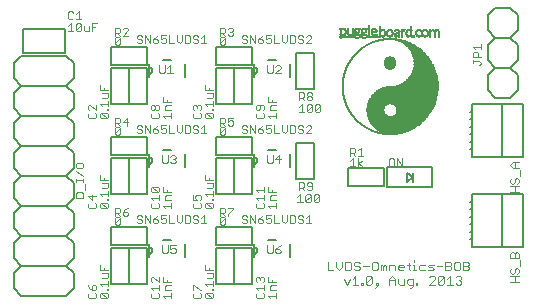
<source format=gto>
G75*
G70*
%OFA0B0*%
%FSLAX24Y24*%
%IPPOS*%
%LPD*%
%AMOC8*
5,1,8,0,0,1.08239X$1,22.5*
%
%ADD10C,0.0030*%
%ADD11C,0.0060*%
%ADD12C,0.0050*%
%ADD13C,0.0020*%
%ADD14R,0.0090X0.0003*%
%ADD15R,0.0205X0.0003*%
%ADD16R,0.0270X0.0003*%
%ADD17R,0.0335X0.0003*%
%ADD18R,0.0375X0.0003*%
%ADD19R,0.0413X0.0003*%
%ADD20R,0.0450X0.0003*%
%ADD21R,0.0490X0.0003*%
%ADD22R,0.0520X0.0003*%
%ADD23R,0.0545X0.0003*%
%ADD24R,0.0575X0.0003*%
%ADD25R,0.0605X0.0003*%
%ADD26R,0.0630X0.0003*%
%ADD27R,0.0655X0.0003*%
%ADD28R,0.0275X0.0003*%
%ADD29R,0.0403X0.0003*%
%ADD30R,0.0243X0.0003*%
%ADD31R,0.0430X0.0003*%
%ADD32R,0.0220X0.0003*%
%ADD33R,0.0460X0.0003*%
%ADD34R,0.0208X0.0003*%
%ADD35R,0.0198X0.0003*%
%ADD36R,0.0515X0.0003*%
%ADD37R,0.0185X0.0003*%
%ADD38R,0.0540X0.0003*%
%ADD39R,0.0175X0.0003*%
%ADD40R,0.0563X0.0003*%
%ADD41R,0.0170X0.0003*%
%ADD42R,0.0583X0.0003*%
%ADD43R,0.0163X0.0003*%
%ADD44R,0.0602X0.0003*%
%ADD45R,0.0160X0.0003*%
%ADD46R,0.0622X0.0003*%
%ADD47R,0.0152X0.0003*%
%ADD48R,0.0640X0.0003*%
%ADD49R,0.0147X0.0003*%
%ADD50R,0.0658X0.0003*%
%ADD51R,0.0143X0.0003*%
%ADD52R,0.0678X0.0003*%
%ADD53R,0.0693X0.0003*%
%ADD54R,0.0138X0.0003*%
%ADD55R,0.0712X0.0003*%
%ADD56R,0.0727X0.0003*%
%ADD57R,0.0132X0.0003*%
%ADD58R,0.0742X0.0003*%
%ADD59R,0.0130X0.0003*%
%ADD60R,0.0757X0.0003*%
%ADD61R,0.0125X0.0003*%
%ADD62R,0.0772X0.0003*%
%ADD63R,0.0123X0.0003*%
%ADD64R,0.0785X0.0003*%
%ADD65R,0.0120X0.0003*%
%ADD66R,0.0800X0.0003*%
%ADD67R,0.0118X0.0003*%
%ADD68R,0.0810X0.0003*%
%ADD69R,0.0825X0.0003*%
%ADD70R,0.0115X0.0003*%
%ADD71R,0.0838X0.0003*%
%ADD72R,0.0112X0.0003*%
%ADD73R,0.0853X0.0003*%
%ADD74R,0.0865X0.0003*%
%ADD75R,0.0110X0.0003*%
%ADD76R,0.0877X0.0003*%
%ADD77R,0.0107X0.0003*%
%ADD78R,0.0890X0.0003*%
%ADD79R,0.0902X0.0003*%
%ADD80R,0.0105X0.0003*%
%ADD81R,0.0912X0.0003*%
%ADD82R,0.0925X0.0003*%
%ADD83R,0.0103X0.0003*%
%ADD84R,0.0935X0.0003*%
%ADD85R,0.0948X0.0003*%
%ADD86R,0.0100X0.0003*%
%ADD87R,0.0958X0.0003*%
%ADD88R,0.0970X0.0003*%
%ADD89R,0.0097X0.0003*%
%ADD90R,0.0980X0.0003*%
%ADD91R,0.0993X0.0003*%
%ADD92R,0.0095X0.0003*%
%ADD93R,0.1003X0.0003*%
%ADD94R,0.0092X0.0003*%
%ADD95R,0.1013X0.0003*%
%ADD96R,0.1025X0.0003*%
%ADD97R,0.1032X0.0003*%
%ADD98R,0.1042X0.0003*%
%ADD99R,0.1052X0.0003*%
%ADD100R,0.0088X0.0003*%
%ADD101R,0.1065X0.0003*%
%ADD102R,0.1072X0.0003*%
%ADD103R,0.1082X0.0003*%
%ADD104R,0.1092X0.0003*%
%ADD105R,0.0085X0.0003*%
%ADD106R,0.1100X0.0003*%
%ADD107R,0.1113X0.0003*%
%ADD108R,0.1120X0.0003*%
%ADD109R,0.1130X0.0003*%
%ADD110R,0.1138X0.0003*%
%ADD111R,0.0083X0.0003*%
%ADD112R,0.1148X0.0003*%
%ADD113R,0.0080X0.0003*%
%ADD114R,0.1155X0.0003*%
%ADD115R,0.1163X0.0003*%
%ADD116R,0.1170X0.0003*%
%ADD117R,0.1180X0.0003*%
%ADD118R,0.0077X0.0003*%
%ADD119R,0.1187X0.0003*%
%ADD120R,0.1197X0.0003*%
%ADD121R,0.1205X0.0003*%
%ADD122R,0.1212X0.0003*%
%ADD123R,0.1222X0.0003*%
%ADD124R,0.1230X0.0003*%
%ADD125R,0.1237X0.0003*%
%ADD126R,0.1247X0.0003*%
%ADD127R,0.0075X0.0003*%
%ADD128R,0.1253X0.0003*%
%ADD129R,0.1260X0.0003*%
%ADD130R,0.1268X0.0003*%
%ADD131R,0.1278X0.0003*%
%ADD132R,0.0073X0.0003*%
%ADD133R,0.1283X0.0003*%
%ADD134R,0.1290X0.0003*%
%ADD135R,0.1300X0.0003*%
%ADD136R,0.1308X0.0003*%
%ADD137R,0.0070X0.0003*%
%ADD138R,0.1313X0.0003*%
%ADD139R,0.1320X0.0003*%
%ADD140R,0.1328X0.0003*%
%ADD141R,0.1335X0.0003*%
%ADD142R,0.1343X0.0003*%
%ADD143R,0.1350X0.0003*%
%ADD144R,0.1358X0.0003*%
%ADD145R,0.1363X0.0003*%
%ADD146R,0.1370X0.0003*%
%ADD147R,0.0067X0.0003*%
%ADD148R,0.1375X0.0003*%
%ADD149R,0.1383X0.0003*%
%ADD150R,0.1390X0.0003*%
%ADD151R,0.1395X0.0003*%
%ADD152R,0.1403X0.0003*%
%ADD153R,0.0065X0.0003*%
%ADD154R,0.1407X0.0003*%
%ADD155R,0.1415X0.0003*%
%ADD156R,0.1422X0.0003*%
%ADD157R,0.1430X0.0003*%
%ADD158R,0.1437X0.0003*%
%ADD159R,0.1442X0.0003*%
%ADD160R,0.1450X0.0003*%
%ADD161R,0.1452X0.0003*%
%ADD162R,0.1460X0.0003*%
%ADD163R,0.1465X0.0003*%
%ADD164R,0.0063X0.0003*%
%ADD165R,0.1472X0.0003*%
%ADD166R,0.1477X0.0003*%
%ADD167R,0.1482X0.0003*%
%ADD168R,0.1490X0.0003*%
%ADD169R,0.1495X0.0003*%
%ADD170R,0.1502X0.0003*%
%ADD171R,0.1507X0.0003*%
%ADD172R,0.0060X0.0003*%
%ADD173R,0.1512X0.0003*%
%ADD174R,0.1520X0.0003*%
%ADD175R,0.1525X0.0003*%
%ADD176R,0.1530X0.0003*%
%ADD177R,0.1535X0.0003*%
%ADD178R,0.1540X0.0003*%
%ADD179R,0.1547X0.0003*%
%ADD180R,0.1552X0.0003*%
%ADD181R,0.1560X0.0003*%
%ADD182R,0.1565X0.0003*%
%ADD183R,0.1570X0.0003*%
%ADD184R,0.1575X0.0003*%
%ADD185R,0.1580X0.0003*%
%ADD186R,0.0057X0.0003*%
%ADD187R,0.1585X0.0003*%
%ADD188R,0.1590X0.0003*%
%ADD189R,0.1595X0.0003*%
%ADD190R,0.1600X0.0003*%
%ADD191R,0.1605X0.0003*%
%ADD192R,0.0055X0.0003*%
%ADD193R,0.1613X0.0003*%
%ADD194R,0.1618X0.0003*%
%ADD195R,0.1620X0.0003*%
%ADD196R,0.1625X0.0003*%
%ADD197R,0.1633X0.0003*%
%ADD198R,0.1638X0.0003*%
%ADD199R,0.1640X0.0003*%
%ADD200R,0.1645X0.0003*%
%ADD201R,0.1653X0.0003*%
%ADD202R,0.1655X0.0003*%
%ADD203R,0.1660X0.0003*%
%ADD204R,0.1665X0.0003*%
%ADD205R,0.1673X0.0003*%
%ADD206R,0.1675X0.0003*%
%ADD207R,0.1680X0.0003*%
%ADD208R,0.1685X0.0003*%
%ADD209R,0.1688X0.0003*%
%ADD210R,0.0053X0.0003*%
%ADD211R,0.1693X0.0003*%
%ADD212R,0.1700X0.0003*%
%ADD213R,0.1703X0.0003*%
%ADD214R,0.1708X0.0003*%
%ADD215R,0.1713X0.0003*%
%ADD216R,0.1715X0.0003*%
%ADD217R,0.1720X0.0003*%
%ADD218R,0.1725X0.0003*%
%ADD219R,0.1730X0.0003*%
%ADD220R,0.1735X0.0003*%
%ADD221R,0.1737X0.0003*%
%ADD222R,0.1742X0.0003*%
%ADD223R,0.1747X0.0003*%
%ADD224R,0.1750X0.0003*%
%ADD225R,0.1755X0.0003*%
%ADD226R,0.1757X0.0003*%
%ADD227R,0.0050X0.0003*%
%ADD228R,0.1765X0.0003*%
%ADD229R,0.1770X0.0003*%
%ADD230R,0.1772X0.0003*%
%ADD231R,0.1777X0.0003*%
%ADD232R,0.1780X0.0003*%
%ADD233R,0.1785X0.0003*%
%ADD234R,0.1787X0.0003*%
%ADD235R,0.1792X0.0003*%
%ADD236R,0.1797X0.0003*%
%ADD237R,0.1800X0.0003*%
%ADD238R,0.1805X0.0003*%
%ADD239R,0.1807X0.0003*%
%ADD240R,0.1812X0.0003*%
%ADD241R,0.1815X0.0003*%
%ADD242R,0.1820X0.0003*%
%ADD243R,0.1822X0.0003*%
%ADD244R,0.1827X0.0003*%
%ADD245R,0.1830X0.0003*%
%ADD246R,0.1835X0.0003*%
%ADD247R,0.1837X0.0003*%
%ADD248R,0.1842X0.0003*%
%ADD249R,0.1845X0.0003*%
%ADD250R,0.1850X0.0003*%
%ADD251R,0.0047X0.0003*%
%ADD252R,0.1852X0.0003*%
%ADD253R,0.1857X0.0003*%
%ADD254R,0.1860X0.0003*%
%ADD255R,0.1865X0.0003*%
%ADD256R,0.1867X0.0003*%
%ADD257R,0.1872X0.0003*%
%ADD258R,0.1875X0.0003*%
%ADD259R,0.1878X0.0003*%
%ADD260R,0.1883X0.0003*%
%ADD261R,0.1885X0.0003*%
%ADD262R,0.1890X0.0003*%
%ADD263R,0.1893X0.0003*%
%ADD264R,0.1898X0.0003*%
%ADD265R,0.1900X0.0003*%
%ADD266R,0.1905X0.0003*%
%ADD267R,0.1908X0.0003*%
%ADD268R,0.1913X0.0003*%
%ADD269R,0.1915X0.0003*%
%ADD270R,0.1920X0.0003*%
%ADD271R,0.1923X0.0003*%
%ADD272R,0.1925X0.0003*%
%ADD273R,0.1930X0.0003*%
%ADD274R,0.1933X0.0003*%
%ADD275R,0.0045X0.0003*%
%ADD276R,0.1938X0.0003*%
%ADD277R,0.1940X0.0003*%
%ADD278R,0.1945X0.0003*%
%ADD279R,0.1948X0.0003*%
%ADD280R,0.1950X0.0003*%
%ADD281R,0.1955X0.0003*%
%ADD282R,0.1958X0.0003*%
%ADD283R,0.1960X0.0003*%
%ADD284R,0.1963X0.0003*%
%ADD285R,0.1965X0.0003*%
%ADD286R,0.1968X0.0003*%
%ADD287R,0.1973X0.0003*%
%ADD288R,0.1975X0.0003*%
%ADD289R,0.1978X0.0003*%
%ADD290R,0.1983X0.0003*%
%ADD291R,0.1985X0.0003*%
%ADD292R,0.1990X0.0003*%
%ADD293R,0.1993X0.0003*%
%ADD294R,0.1995X0.0003*%
%ADD295R,0.1998X0.0003*%
%ADD296R,0.2000X0.0003*%
%ADD297R,0.2003X0.0003*%
%ADD298R,0.2008X0.0003*%
%ADD299R,0.2010X0.0003*%
%ADD300R,0.0043X0.0003*%
%ADD301R,0.2013X0.0003*%
%ADD302R,0.0750X0.0003*%
%ADD303R,0.0725X0.0003*%
%ADD304R,0.1217X0.0003*%
%ADD305R,0.0703X0.0003*%
%ADD306R,0.1207X0.0003*%
%ADD307R,0.0695X0.0003*%
%ADD308R,0.1202X0.0003*%
%ADD309R,0.0688X0.0003*%
%ADD310R,0.0683X0.0003*%
%ADD311R,0.1195X0.0003*%
%ADD312R,0.0673X0.0003*%
%ADD313R,0.1185X0.0003*%
%ADD314R,0.0668X0.0003*%
%ADD315R,0.1182X0.0003*%
%ADD316R,0.0663X0.0003*%
%ADD317R,0.0660X0.0003*%
%ADD318R,0.1177X0.0003*%
%ADD319R,0.1175X0.0003*%
%ADD320R,0.0653X0.0003*%
%ADD321R,0.1172X0.0003*%
%ADD322R,0.0650X0.0003*%
%ADD323R,0.0645X0.0003*%
%ADD324R,0.1168X0.0003*%
%ADD325R,0.0643X0.0003*%
%ADD326R,0.1165X0.0003*%
%ADD327R,0.0638X0.0003*%
%ADD328R,0.0635X0.0003*%
%ADD329R,0.0633X0.0003*%
%ADD330R,0.1160X0.0003*%
%ADD331R,0.0625X0.0003*%
%ADD332R,0.1158X0.0003*%
%ADD333R,0.0620X0.0003*%
%ADD334R,0.0617X0.0003*%
%ADD335R,0.0615X0.0003*%
%ADD336R,0.0612X0.0003*%
%ADD337R,0.0610X0.0003*%
%ADD338R,0.0607X0.0003*%
%ADD339R,0.0600X0.0003*%
%ADD340R,0.0597X0.0003*%
%ADD341R,0.0040X0.0003*%
%ADD342R,0.0595X0.0003*%
%ADD343R,0.0592X0.0003*%
%ADD344R,0.0590X0.0003*%
%ADD345R,0.0587X0.0003*%
%ADD346R,0.0585X0.0003*%
%ADD347R,0.0580X0.0003*%
%ADD348R,0.0578X0.0003*%
%ADD349R,0.1190X0.0003*%
%ADD350R,0.1192X0.0003*%
%ADD351R,0.1200X0.0003*%
%ADD352R,0.1215X0.0003*%
%ADD353R,0.0037X0.0003*%
%ADD354R,0.1220X0.0003*%
%ADD355R,0.1225X0.0003*%
%ADD356R,0.1227X0.0003*%
%ADD357R,0.1232X0.0003*%
%ADD358R,0.1235X0.0003*%
%ADD359R,0.1240X0.0003*%
%ADD360R,0.1242X0.0003*%
%ADD361R,0.1245X0.0003*%
%ADD362R,0.1250X0.0003*%
%ADD363R,0.1255X0.0003*%
%ADD364R,0.1265X0.0003*%
%ADD365R,0.1270X0.0003*%
%ADD366R,0.1273X0.0003*%
%ADD367R,0.1288X0.0003*%
%ADD368R,0.1295X0.0003*%
%ADD369R,0.1298X0.0003*%
%ADD370R,0.1303X0.0003*%
%ADD371R,0.1310X0.0003*%
%ADD372R,0.1315X0.0003*%
%ADD373R,0.1318X0.0003*%
%ADD374R,0.1323X0.0003*%
%ADD375R,0.1325X0.0003*%
%ADD376R,0.0628X0.0003*%
%ADD377R,0.1333X0.0003*%
%ADD378R,0.1340X0.0003*%
%ADD379R,0.1353X0.0003*%
%ADD380R,0.1355X0.0003*%
%ADD381R,0.0648X0.0003*%
%ADD382R,0.1365X0.0003*%
%ADD383R,0.1380X0.0003*%
%ADD384R,0.1385X0.0003*%
%ADD385R,0.0665X0.0003*%
%ADD386R,0.0670X0.0003*%
%ADD387R,0.1398X0.0003*%
%ADD388R,0.0680X0.0003*%
%ADD389R,0.1410X0.0003*%
%ADD390R,0.0685X0.0003*%
%ADD391R,0.1417X0.0003*%
%ADD392R,0.1425X0.0003*%
%ADD393R,0.0700X0.0003*%
%ADD394R,0.1435X0.0003*%
%ADD395R,0.0707X0.0003*%
%ADD396R,0.1445X0.0003*%
%ADD397R,0.0717X0.0003*%
%ADD398R,0.1455X0.0003*%
%ADD399R,0.0735X0.0003*%
%ADD400R,0.1475X0.0003*%
%ADD401R,0.2253X0.0003*%
%ADD402R,0.2255X0.0003*%
%ADD403R,0.2258X0.0003*%
%ADD404R,0.0035X0.0003*%
%ADD405R,0.2250X0.0003*%
%ADD406R,0.2248X0.0003*%
%ADD407R,0.2245X0.0003*%
%ADD408R,0.2243X0.0003*%
%ADD409R,0.2240X0.0003*%
%ADD410R,0.2238X0.0003*%
%ADD411R,0.2235X0.0003*%
%ADD412R,0.2233X0.0003*%
%ADD413R,0.2230X0.0003*%
%ADD414R,0.2228X0.0003*%
%ADD415R,0.2225X0.0003*%
%ADD416R,0.2223X0.0003*%
%ADD417R,0.2220X0.0003*%
%ADD418R,0.2218X0.0003*%
%ADD419R,0.2215X0.0003*%
%ADD420R,0.2213X0.0003*%
%ADD421R,0.2210X0.0003*%
%ADD422R,0.2208X0.0003*%
%ADD423R,0.2205X0.0003*%
%ADD424R,0.2203X0.0003*%
%ADD425R,0.2200X0.0003*%
%ADD426R,0.2198X0.0003*%
%ADD427R,0.2195X0.0003*%
%ADD428R,0.2193X0.0003*%
%ADD429R,0.2190X0.0003*%
%ADD430R,0.2188X0.0003*%
%ADD431R,0.2185X0.0003*%
%ADD432R,0.2182X0.0003*%
%ADD433R,0.2180X0.0003*%
%ADD434R,0.2177X0.0003*%
%ADD435R,0.2175X0.0003*%
%ADD436R,0.2172X0.0003*%
%ADD437R,0.2170X0.0003*%
%ADD438R,0.2167X0.0003*%
%ADD439R,0.2165X0.0003*%
%ADD440R,0.2162X0.0003*%
%ADD441R,0.2160X0.0003*%
%ADD442R,0.2157X0.0003*%
%ADD443R,0.2155X0.0003*%
%ADD444R,0.2152X0.0003*%
%ADD445R,0.2150X0.0003*%
%ADD446R,0.2147X0.0003*%
%ADD447R,0.2145X0.0003*%
%ADD448R,0.2142X0.0003*%
%ADD449R,0.2140X0.0003*%
%ADD450R,0.2137X0.0003*%
%ADD451R,0.2135X0.0003*%
%ADD452R,0.2132X0.0003*%
%ADD453R,0.2130X0.0003*%
%ADD454R,0.2127X0.0003*%
%ADD455R,0.2125X0.0003*%
%ADD456R,0.2122X0.0003*%
%ADD457R,0.2120X0.0003*%
%ADD458R,0.2117X0.0003*%
%ADD459R,0.2115X0.0003*%
%ADD460R,0.2112X0.0003*%
%ADD461R,0.2110X0.0003*%
%ADD462R,0.2107X0.0003*%
%ADD463R,0.2105X0.0003*%
%ADD464R,0.2100X0.0003*%
%ADD465R,0.2097X0.0003*%
%ADD466R,0.2095X0.0003*%
%ADD467R,0.2092X0.0003*%
%ADD468R,0.2090X0.0003*%
%ADD469R,0.2085X0.0003*%
%ADD470R,0.2082X0.0003*%
%ADD471R,0.2080X0.0003*%
%ADD472R,0.2075X0.0003*%
%ADD473R,0.2072X0.0003*%
%ADD474R,0.2070X0.0003*%
%ADD475R,0.2065X0.0003*%
%ADD476R,0.2062X0.0003*%
%ADD477R,0.2060X0.0003*%
%ADD478R,0.2055X0.0003*%
%ADD479R,0.2052X0.0003*%
%ADD480R,0.2047X0.0003*%
%ADD481R,0.2045X0.0003*%
%ADD482R,0.2040X0.0003*%
%ADD483R,0.2037X0.0003*%
%ADD484R,0.0032X0.0003*%
%ADD485R,0.2035X0.0003*%
%ADD486R,0.2032X0.0003*%
%ADD487R,0.2028X0.0003*%
%ADD488R,0.2025X0.0003*%
%ADD489R,0.2020X0.0003*%
%ADD490R,0.2018X0.0003*%
%ADD491R,0.2005X0.0003*%
%ADD492R,0.1988X0.0003*%
%ADD493R,0.1953X0.0003*%
%ADD494R,0.1943X0.0003*%
%ADD495R,0.1910X0.0003*%
%ADD496R,0.1903X0.0003*%
%ADD497R,0.1810X0.0003*%
%ADD498R,0.1802X0.0003*%
%ADD499R,0.1790X0.0003*%
%ADD500R,0.1545X0.0003*%
%ADD501R,0.1517X0.0003*%
%ADD502R,0.1497X0.0003*%
%ADD503R,0.1480X0.0003*%
%ADD504R,0.1467X0.0003*%
%ADD505R,0.1440X0.0003*%
%ADD506R,0.1400X0.0003*%
%ADD507R,0.1348X0.0003*%
%ADD508R,0.1285X0.0003*%
%ADD509R,0.1280X0.0003*%
%ADD510R,0.1263X0.0003*%
%ADD511R,0.1258X0.0003*%
%ADD512R,0.1150X0.0003*%
%ADD513R,0.1143X0.0003*%
%ADD514R,0.1140X0.0003*%
%ADD515R,0.1135X0.0003*%
%ADD516R,0.1133X0.0003*%
%ADD517R,0.1125X0.0003*%
%ADD518R,0.1123X0.0003*%
%ADD519R,0.1110X0.0003*%
%ADD520R,0.1108X0.0003*%
%ADD521R,0.1105X0.0003*%
%ADD522R,0.1098X0.0003*%
%ADD523R,0.1095X0.0003*%
%ADD524R,0.1087X0.0003*%
%ADD525R,0.1080X0.0003*%
%ADD526R,0.1077X0.0003*%
%ADD527R,0.1075X0.0003*%
%ADD528R,0.1070X0.0003*%
%ADD529R,0.1060X0.0003*%
%ADD530R,0.1057X0.0003*%
%ADD531R,0.1055X0.0003*%
%ADD532R,0.1050X0.0003*%
%ADD533R,0.1047X0.0003*%
%ADD534R,0.1045X0.0003*%
%ADD535R,0.1037X0.0003*%
%ADD536R,0.1035X0.0003*%
%ADD537R,0.1030X0.0003*%
%ADD538R,0.1027X0.0003*%
%ADD539R,0.1022X0.0003*%
%ADD540R,0.1020X0.0003*%
%ADD541R,0.1015X0.0003*%
%ADD542R,0.1010X0.0003*%
%ADD543R,0.1008X0.0003*%
%ADD544R,0.1005X0.0003*%
%ADD545R,0.1000X0.0003*%
%ADD546R,0.0998X0.0003*%
%ADD547R,0.0995X0.0003*%
%ADD548R,0.0990X0.0003*%
%ADD549R,0.0985X0.0003*%
%ADD550R,0.0983X0.0003*%
%ADD551R,0.0978X0.0003*%
%ADD552R,0.0975X0.0003*%
%ADD553R,0.0968X0.0003*%
%ADD554R,0.0965X0.0003*%
%ADD555R,0.0963X0.0003*%
%ADD556R,0.0955X0.0003*%
%ADD557R,0.0953X0.0003*%
%ADD558R,0.0950X0.0003*%
%ADD559R,0.0943X0.0003*%
%ADD560R,0.0940X0.0003*%
%ADD561R,0.0938X0.0003*%
%ADD562R,0.0932X0.0003*%
%ADD563R,0.0930X0.0003*%
%ADD564R,0.0927X0.0003*%
%ADD565R,0.0922X0.0003*%
%ADD566R,0.0920X0.0003*%
%ADD567R,0.0917X0.0003*%
%ADD568R,0.0915X0.0003*%
%ADD569R,0.0910X0.0003*%
%ADD570R,0.0907X0.0003*%
%ADD571R,0.0900X0.0003*%
%ADD572R,0.0897X0.0003*%
%ADD573R,0.0892X0.0003*%
%ADD574R,0.0887X0.0003*%
%ADD575R,0.0882X0.0003*%
%ADD576R,0.0880X0.0003*%
%ADD577R,0.0875X0.0003*%
%ADD578R,0.0872X0.0003*%
%ADD579R,0.0870X0.0003*%
%ADD580R,0.0867X0.0003*%
%ADD581R,0.0862X0.0003*%
%ADD582R,0.0860X0.0003*%
%ADD583R,0.0858X0.0003*%
%ADD584R,0.0855X0.0003*%
%ADD585R,0.0850X0.0003*%
%ADD586R,0.0848X0.0003*%
%ADD587R,0.0845X0.0003*%
%ADD588R,0.0843X0.0003*%
%ADD589R,0.0835X0.0003*%
%ADD590R,0.0830X0.0003*%
%ADD591R,0.0828X0.0003*%
%ADD592R,0.0823X0.0003*%
%ADD593R,0.0818X0.0003*%
%ADD594R,0.0815X0.0003*%
%ADD595R,0.0813X0.0003*%
%ADD596R,0.0805X0.0003*%
%ADD597R,0.0803X0.0003*%
%ADD598R,0.0798X0.0003*%
%ADD599R,0.0795X0.0003*%
%ADD600R,0.0793X0.0003*%
%ADD601R,0.0790X0.0003*%
%ADD602R,0.0788X0.0003*%
%ADD603R,0.0783X0.0003*%
%ADD604R,0.0780X0.0003*%
%ADD605R,0.0777X0.0003*%
%ADD606R,0.0775X0.0003*%
%ADD607R,0.0770X0.0003*%
%ADD608R,0.0767X0.0003*%
%ADD609R,0.0765X0.0003*%
%ADD610R,0.0762X0.0003*%
%ADD611R,0.0760X0.0003*%
%ADD612R,0.0755X0.0003*%
%ADD613R,0.0752X0.0003*%
%ADD614R,0.0745X0.0003*%
%ADD615R,0.0740X0.0003*%
%ADD616R,0.0737X0.0003*%
%ADD617R,0.0135X0.0003*%
%ADD618R,0.0732X0.0003*%
%ADD619R,0.0730X0.0003*%
%ADD620R,0.0180X0.0003*%
%ADD621R,0.0192X0.0003*%
%ADD622R,0.0200X0.0003*%
%ADD623R,0.0210X0.0003*%
%ADD624R,0.0720X0.0003*%
%ADD625R,0.0225X0.0003*%
%ADD626R,0.0235X0.0003*%
%ADD627R,0.0240X0.0003*%
%ADD628R,0.0715X0.0003*%
%ADD629R,0.0250X0.0003*%
%ADD630R,0.0255X0.0003*%
%ADD631R,0.0260X0.0003*%
%ADD632R,0.0267X0.0003*%
%ADD633R,0.0710X0.0003*%
%ADD634R,0.0280X0.0003*%
%ADD635R,0.0705X0.0003*%
%ADD636R,0.0285X0.0003*%
%ADD637R,0.0290X0.0003*%
%ADD638R,0.0295X0.0003*%
%ADD639R,0.0300X0.0003*%
%ADD640R,0.0305X0.0003*%
%ADD641R,0.0698X0.0003*%
%ADD642R,0.0310X0.0003*%
%ADD643R,0.0315X0.0003*%
%ADD644R,0.0318X0.0003*%
%ADD645R,0.0320X0.0003*%
%ADD646R,0.0325X0.0003*%
%ADD647R,0.0690X0.0003*%
%ADD648R,0.0330X0.0003*%
%ADD649R,0.0340X0.0003*%
%ADD650R,0.0345X0.0003*%
%ADD651R,0.0348X0.0003*%
%ADD652R,0.0350X0.0003*%
%ADD653R,0.0355X0.0003*%
%ADD654R,0.0360X0.0003*%
%ADD655R,0.0675X0.0003*%
%ADD656R,0.0365X0.0003*%
%ADD657R,0.0370X0.0003*%
%ADD658R,0.0380X0.0003*%
%ADD659R,0.0385X0.0003*%
%ADD660R,0.0390X0.0003*%
%ADD661R,0.0395X0.0003*%
%ADD662R,0.0398X0.0003*%
%ADD663R,0.0400X0.0003*%
%ADD664R,0.0405X0.0003*%
%ADD665R,0.0410X0.0003*%
%ADD666R,0.0415X0.0003*%
%ADD667R,0.0408X0.0003*%
%ADD668R,0.0573X0.0003*%
%ADD669R,0.0570X0.0003*%
%ADD670R,0.0568X0.0003*%
%ADD671R,0.0565X0.0003*%
%ADD672R,0.0372X0.0003*%
%ADD673R,0.0367X0.0003*%
%ADD674R,0.0560X0.0003*%
%ADD675R,0.0558X0.0003*%
%ADD676R,0.0555X0.0003*%
%ADD677R,0.0352X0.0003*%
%ADD678R,0.0553X0.0003*%
%ADD679R,0.0550X0.0003*%
%ADD680R,0.0548X0.0003*%
%ADD681R,0.0542X0.0003*%
%ADD682R,0.0537X0.0003*%
%ADD683R,0.0302X0.0003*%
%ADD684R,0.0535X0.0003*%
%ADD685R,0.0288X0.0003*%
%ADD686R,0.0532X0.0003*%
%ADD687R,0.0530X0.0003*%
%ADD688R,0.0527X0.0003*%
%ADD689R,0.0265X0.0003*%
%ADD690R,0.0253X0.0003*%
%ADD691R,0.0525X0.0003*%
%ADD692R,0.0245X0.0003*%
%ADD693R,0.0522X0.0003*%
%ADD694R,0.0230X0.0003*%
%ADD695R,0.0215X0.0003*%
%ADD696R,0.0517X0.0003*%
%ADD697R,0.0190X0.0003*%
%ADD698R,0.0512X0.0003*%
%ADD699R,0.0155X0.0003*%
%ADD700R,0.0510X0.0003*%
%ADD701R,0.0508X0.0003*%
%ADD702R,0.0505X0.0003*%
%ADD703R,0.0010X0.0003*%
%ADD704R,0.0503X0.0003*%
%ADD705R,0.0500X0.0003*%
%ADD706R,0.0498X0.0003*%
%ADD707R,0.0495X0.0003*%
%ADD708R,0.0493X0.0003*%
%ADD709R,0.0488X0.0003*%
%ADD710R,0.0485X0.0003*%
%ADD711R,0.0483X0.0003*%
%ADD712R,0.0480X0.0003*%
%ADD713R,0.0478X0.0003*%
%ADD714R,0.0475X0.0003*%
%ADD715R,0.0473X0.0003*%
%ADD716R,0.0470X0.0003*%
%ADD717R,0.0467X0.0003*%
%ADD718R,0.0465X0.0003*%
%ADD719R,0.0462X0.0003*%
%ADD720R,0.0457X0.0003*%
%ADD721R,0.0455X0.0003*%
%ADD722R,0.0452X0.0003*%
%ADD723R,0.0447X0.0003*%
%ADD724R,0.0445X0.0003*%
%ADD725R,0.0442X0.0003*%
%ADD726R,0.0440X0.0003*%
%ADD727R,0.0437X0.0003*%
%ADD728R,0.0435X0.0003*%
%ADD729R,0.0432X0.0003*%
%ADD730R,0.0428X0.0003*%
%ADD731R,0.0425X0.0003*%
%ADD732R,0.0423X0.0003*%
%ADD733R,0.0420X0.0003*%
%ADD734R,0.0418X0.0003*%
%ADD735R,0.0393X0.0003*%
%ADD736R,0.0387X0.0003*%
%ADD737R,0.0382X0.0003*%
%ADD738R,0.0377X0.0003*%
%ADD739R,0.0362X0.0003*%
%ADD740R,0.0343X0.0003*%
%ADD741R,0.0338X0.0003*%
%ADD742R,0.0333X0.0003*%
%ADD743R,0.0328X0.0003*%
%ADD744R,0.0323X0.0003*%
%ADD745R,0.0312X0.0003*%
%ADD746R,0.0307X0.0003*%
%ADD747R,0.0297X0.0003*%
%ADD748R,0.0293X0.0003*%
%ADD749R,0.0283X0.0003*%
%ADD750R,0.0278X0.0003*%
%ADD751R,0.0272X0.0003*%
%ADD752R,0.0262X0.0003*%
%ADD753R,0.0257X0.0003*%
%ADD754R,0.0248X0.0003*%
%ADD755R,0.0238X0.0003*%
%ADD756R,0.0140X0.0003*%
%ADD757R,0.0145X0.0003*%
%ADD758R,0.0158X0.0003*%
%ADD759R,0.0195X0.0003*%
%ADD760R,0.0150X0.0003*%
%ADD761R,0.0165X0.0003*%
%ADD762R,0.0173X0.0003*%
%ADD763R,0.0203X0.0003*%
%ADD764R,0.0018X0.0003*%
%ADD765R,0.0020X0.0003*%
%ADD766R,0.0025X0.0003*%
%ADD767R,0.0015X0.0003*%
%ADD768R,0.0005X0.0003*%
%ADD769R,0.0027X0.0003*%
%ADD770R,0.0127X0.0003*%
%ADD771R,0.0168X0.0003*%
%ADD772R,0.0177X0.0003*%
%ADD773R,0.0182X0.0003*%
%ADD774R,0.0030X0.0003*%
%ADD775R,0.0187X0.0003*%
%ADD776R,0.0022X0.0003*%
%ADD777R,0.0222X0.0003*%
%ADD778R,0.0227X0.0003*%
%ADD779R,0.0213X0.0003*%
D10*
X005224Y003819D02*
X005224Y003949D01*
X005268Y003992D01*
X005441Y003992D01*
X005485Y003949D01*
X005485Y003819D01*
X005224Y003819D01*
X005528Y004086D02*
X005528Y004259D01*
X005485Y004353D02*
X005485Y004440D01*
X005485Y004396D02*
X005224Y004396D01*
X005224Y004353D02*
X005224Y004440D01*
X005224Y004704D02*
X005485Y004531D01*
X005441Y004798D02*
X005268Y004798D01*
X005224Y004841D01*
X005224Y004928D01*
X005268Y004971D01*
X005441Y004971D01*
X005485Y004928D01*
X005485Y004841D01*
X005441Y004798D01*
X006568Y005920D02*
X006525Y005963D01*
X006698Y006137D01*
X006698Y005963D01*
X006655Y005920D01*
X006568Y005920D01*
X006525Y005963D02*
X006525Y006137D01*
X006568Y006180D01*
X006655Y006180D01*
X006698Y006137D01*
X006698Y006220D02*
X006611Y006307D01*
X006655Y006307D02*
X006525Y006307D01*
X006525Y006220D02*
X006525Y006480D01*
X006655Y006480D01*
X006698Y006437D01*
X006698Y006350D01*
X006655Y006307D01*
X006792Y006350D02*
X006965Y006350D01*
X006922Y006220D02*
X006922Y006480D01*
X006792Y006350D01*
X007275Y006182D02*
X007275Y006138D01*
X007318Y006095D01*
X007405Y006095D01*
X007448Y006052D01*
X007448Y006008D01*
X007405Y005965D01*
X007318Y005965D01*
X007275Y006008D01*
X007275Y006182D02*
X007318Y006225D01*
X007405Y006225D01*
X007448Y006182D01*
X007542Y006225D02*
X007715Y005965D01*
X007715Y006225D01*
X007809Y006095D02*
X007939Y006095D01*
X007982Y006052D01*
X007982Y006008D01*
X007939Y005965D01*
X007852Y005965D01*
X007809Y006008D01*
X007809Y006095D01*
X007895Y006182D01*
X007982Y006225D01*
X008076Y006225D02*
X008076Y006095D01*
X008162Y006138D01*
X008206Y006138D01*
X008249Y006095D01*
X008249Y006008D01*
X008206Y005965D01*
X008119Y005965D01*
X008076Y006008D01*
X008076Y006225D02*
X008249Y006225D01*
X008343Y006225D02*
X008343Y005965D01*
X008516Y005965D01*
X008610Y006052D02*
X008696Y005965D01*
X008783Y006052D01*
X008783Y006225D01*
X008877Y006225D02*
X009007Y006225D01*
X009050Y006182D01*
X009050Y006008D01*
X009007Y005965D01*
X008877Y005965D01*
X008877Y006225D01*
X008610Y006225D02*
X008610Y006052D01*
X009144Y006008D02*
X009187Y005965D01*
X009274Y005965D01*
X009317Y006008D01*
X009317Y006052D01*
X009274Y006095D01*
X009187Y006095D01*
X009144Y006138D01*
X009144Y006182D01*
X009187Y006225D01*
X009274Y006225D01*
X009317Y006182D01*
X009411Y006138D02*
X009497Y006225D01*
X009497Y005965D01*
X009411Y005965D02*
X009584Y005965D01*
X010025Y005963D02*
X010198Y006137D01*
X010198Y005963D01*
X010155Y005920D01*
X010068Y005920D01*
X010025Y005963D01*
X010025Y006137D01*
X010068Y006180D01*
X010155Y006180D01*
X010198Y006137D01*
X010198Y006220D02*
X010111Y006307D01*
X010155Y006307D02*
X010025Y006307D01*
X010025Y006220D02*
X010025Y006480D01*
X010155Y006480D01*
X010198Y006437D01*
X010198Y006350D01*
X010155Y006307D01*
X010292Y006350D02*
X010378Y006393D01*
X010422Y006393D01*
X010465Y006350D01*
X010465Y006263D01*
X010422Y006220D01*
X010335Y006220D01*
X010292Y006263D01*
X010292Y006350D02*
X010292Y006480D01*
X010465Y006480D01*
X010775Y006182D02*
X010775Y006138D01*
X010818Y006095D01*
X010905Y006095D01*
X010948Y006052D01*
X010948Y006008D01*
X010905Y005965D01*
X010818Y005965D01*
X010775Y006008D01*
X011042Y005965D02*
X011042Y006225D01*
X011215Y005965D01*
X011215Y006225D01*
X011309Y006095D02*
X011439Y006095D01*
X011482Y006052D01*
X011482Y006008D01*
X011439Y005965D01*
X011352Y005965D01*
X011309Y006008D01*
X011309Y006095D01*
X011395Y006182D01*
X011482Y006225D01*
X011576Y006225D02*
X011576Y006095D01*
X011662Y006138D01*
X011706Y006138D01*
X011749Y006095D01*
X011749Y006008D01*
X011706Y005965D01*
X011619Y005965D01*
X011576Y006008D01*
X011576Y006225D02*
X011749Y006225D01*
X011843Y006225D02*
X011843Y005965D01*
X012016Y005965D01*
X012110Y006052D02*
X012196Y005965D01*
X012283Y006052D01*
X012283Y006225D01*
X012377Y006225D02*
X012507Y006225D01*
X012550Y006182D01*
X012550Y006008D01*
X012507Y005965D01*
X012377Y005965D01*
X012377Y006225D01*
X012110Y006225D02*
X012110Y006052D01*
X012644Y006008D02*
X012687Y005965D01*
X012774Y005965D01*
X012817Y006008D01*
X012817Y006052D01*
X012774Y006095D01*
X012687Y006095D01*
X012644Y006138D01*
X012644Y006182D01*
X012687Y006225D01*
X012774Y006225D01*
X012817Y006182D01*
X012911Y006182D02*
X012954Y006225D01*
X013041Y006225D01*
X013084Y006182D01*
X013084Y006138D01*
X012911Y005965D01*
X013084Y005965D01*
X012012Y005225D02*
X011882Y005095D01*
X012055Y005095D01*
X012012Y004965D02*
X012012Y005225D01*
X011788Y005225D02*
X011788Y005008D01*
X011745Y004965D01*
X011658Y004965D01*
X011615Y005008D01*
X011615Y005225D01*
X010948Y006182D02*
X010905Y006225D01*
X010818Y006225D01*
X010775Y006182D01*
X008555Y005182D02*
X008555Y005138D01*
X008512Y005095D01*
X008555Y005052D01*
X008555Y005008D01*
X008512Y004965D01*
X008425Y004965D01*
X008382Y005008D01*
X008288Y005008D02*
X008288Y005225D01*
X008382Y005182D02*
X008425Y005225D01*
X008512Y005225D01*
X008555Y005182D01*
X008512Y005095D02*
X008468Y005095D01*
X008288Y005008D02*
X008245Y004965D01*
X008158Y004965D01*
X008115Y005008D01*
X008115Y005225D01*
X007542Y005965D02*
X007542Y006225D01*
X008058Y007965D02*
X008145Y007965D01*
X008188Y008008D01*
X008188Y008225D01*
X008282Y008138D02*
X008368Y008225D01*
X008368Y007965D01*
X008282Y007965D02*
X008455Y007965D01*
X008058Y007965D02*
X008015Y008008D01*
X008015Y008225D01*
X007939Y008965D02*
X007852Y008965D01*
X007809Y009008D01*
X007809Y009095D01*
X007939Y009095D01*
X007982Y009052D01*
X007982Y009008D01*
X007939Y008965D01*
X008076Y009008D02*
X008119Y008965D01*
X008206Y008965D01*
X008249Y009008D01*
X008249Y009095D01*
X008206Y009138D01*
X008162Y009138D01*
X008076Y009095D01*
X008076Y009225D01*
X008249Y009225D01*
X008343Y009225D02*
X008343Y008965D01*
X008516Y008965D01*
X008610Y009052D02*
X008696Y008965D01*
X008783Y009052D01*
X008783Y009225D01*
X008877Y009225D02*
X009007Y009225D01*
X009050Y009182D01*
X009050Y009008D01*
X009007Y008965D01*
X008877Y008965D01*
X008877Y009225D01*
X008610Y009225D02*
X008610Y009052D01*
X009144Y009008D02*
X009187Y008965D01*
X009274Y008965D01*
X009317Y009008D01*
X009317Y009052D01*
X009274Y009095D01*
X009187Y009095D01*
X009144Y009138D01*
X009144Y009182D01*
X009187Y009225D01*
X009274Y009225D01*
X009317Y009182D01*
X009411Y009138D02*
X009497Y009225D01*
X009497Y008965D01*
X009411Y008965D02*
X009584Y008965D01*
X010025Y008963D02*
X010025Y009137D01*
X010068Y009180D01*
X010155Y009180D01*
X010198Y009137D01*
X010025Y008963D01*
X010068Y008920D01*
X010155Y008920D01*
X010198Y008963D01*
X010198Y009137D01*
X010198Y009220D02*
X010111Y009307D01*
X010155Y009307D02*
X010025Y009307D01*
X010025Y009220D02*
X010025Y009480D01*
X010155Y009480D01*
X010198Y009437D01*
X010198Y009350D01*
X010155Y009307D01*
X010292Y009263D02*
X010335Y009220D01*
X010422Y009220D01*
X010465Y009263D01*
X010465Y009307D01*
X010422Y009350D01*
X010378Y009350D01*
X010422Y009350D02*
X010465Y009393D01*
X010465Y009437D01*
X010422Y009480D01*
X010335Y009480D01*
X010292Y009437D01*
X010775Y009182D02*
X010775Y009138D01*
X010818Y009095D01*
X010905Y009095D01*
X010948Y009052D01*
X010948Y009008D01*
X010905Y008965D01*
X010818Y008965D01*
X010775Y009008D01*
X010775Y009182D02*
X010818Y009225D01*
X010905Y009225D01*
X010948Y009182D01*
X011042Y009225D02*
X011215Y008965D01*
X011215Y009225D01*
X011309Y009095D02*
X011439Y009095D01*
X011482Y009052D01*
X011482Y009008D01*
X011439Y008965D01*
X011352Y008965D01*
X011309Y009008D01*
X011309Y009095D01*
X011395Y009182D01*
X011482Y009225D01*
X011576Y009225D02*
X011576Y009095D01*
X011662Y009138D01*
X011706Y009138D01*
X011749Y009095D01*
X011749Y009008D01*
X011706Y008965D01*
X011619Y008965D01*
X011576Y009008D01*
X011576Y009225D02*
X011749Y009225D01*
X011843Y009225D02*
X011843Y008965D01*
X012016Y008965D01*
X012110Y009052D02*
X012196Y008965D01*
X012283Y009052D01*
X012283Y009225D01*
X012377Y009225D02*
X012507Y009225D01*
X012550Y009182D01*
X012550Y009008D01*
X012507Y008965D01*
X012377Y008965D01*
X012377Y009225D01*
X012110Y009225D02*
X012110Y009052D01*
X012644Y009008D02*
X012687Y008965D01*
X012774Y008965D01*
X012817Y009008D01*
X012817Y009052D01*
X012774Y009095D01*
X012687Y009095D01*
X012644Y009138D01*
X012644Y009182D01*
X012687Y009225D01*
X012774Y009225D01*
X012817Y009182D01*
X012911Y009182D02*
X012954Y009225D01*
X013041Y009225D01*
X013084Y009182D01*
X013084Y009138D01*
X012911Y008965D01*
X013084Y008965D01*
X012055Y008182D02*
X012012Y008225D01*
X011925Y008225D01*
X011882Y008182D01*
X011788Y008225D02*
X011788Y008008D01*
X011745Y007965D01*
X011658Y007965D01*
X011615Y008008D01*
X011615Y008225D01*
X011882Y007965D02*
X012055Y008138D01*
X012055Y008182D01*
X012055Y007965D02*
X011882Y007965D01*
X011042Y008965D02*
X011042Y009225D01*
X007982Y009225D02*
X007895Y009182D01*
X007809Y009095D01*
X007715Y008965D02*
X007715Y009225D01*
X007542Y009225D02*
X007715Y008965D01*
X007542Y008965D02*
X007542Y009225D01*
X007448Y009182D02*
X007405Y009225D01*
X007318Y009225D01*
X007275Y009182D01*
X007275Y009138D01*
X007318Y009095D01*
X007405Y009095D01*
X007448Y009052D01*
X007448Y009008D01*
X007405Y008965D01*
X007318Y008965D01*
X007275Y009008D01*
X006965Y009220D02*
X006792Y009220D01*
X006965Y009393D01*
X006965Y009437D01*
X006922Y009480D01*
X006835Y009480D01*
X006792Y009437D01*
X006698Y009437D02*
X006698Y009350D01*
X006655Y009307D01*
X006525Y009307D01*
X006611Y009307D02*
X006698Y009220D01*
X006655Y009180D02*
X006698Y009137D01*
X006525Y008963D01*
X006568Y008920D01*
X006655Y008920D01*
X006698Y008963D01*
X006698Y009137D01*
X006655Y009180D02*
X006568Y009180D01*
X006525Y009137D01*
X006525Y008963D01*
X006525Y009220D02*
X006525Y009480D01*
X006655Y009480D01*
X006698Y009437D01*
X014375Y005480D02*
X014375Y005220D01*
X014375Y005307D02*
X014505Y005307D01*
X014548Y005350D01*
X014548Y005437D01*
X014505Y005480D01*
X014375Y005480D01*
X014461Y005307D02*
X014548Y005220D01*
X014642Y005220D02*
X014815Y005220D01*
X014728Y005220D02*
X014728Y005480D01*
X014642Y005393D01*
X014642Y005130D02*
X014642Y004870D01*
X014642Y004957D02*
X014772Y005043D01*
X014642Y004957D02*
X014772Y004870D01*
X014548Y004870D02*
X014375Y004870D01*
X014461Y004870D02*
X014461Y005130D01*
X014375Y005043D01*
X012997Y003225D02*
X012997Y002965D01*
X012911Y002965D02*
X013084Y002965D01*
X012911Y003138D02*
X012997Y003225D01*
X012817Y003182D02*
X012774Y003225D01*
X012687Y003225D01*
X012644Y003182D01*
X012644Y003138D01*
X012687Y003095D01*
X012774Y003095D01*
X012817Y003052D01*
X012817Y003008D01*
X012774Y002965D01*
X012687Y002965D01*
X012644Y003008D01*
X012550Y003008D02*
X012550Y003182D01*
X012507Y003225D01*
X012377Y003225D01*
X012377Y002965D01*
X012507Y002965D01*
X012550Y003008D01*
X012283Y003052D02*
X012283Y003225D01*
X012110Y003225D02*
X012110Y003052D01*
X012196Y002965D01*
X012283Y003052D01*
X012016Y002965D02*
X011843Y002965D01*
X011843Y003225D01*
X011749Y003225D02*
X011576Y003225D01*
X011576Y003095D01*
X011662Y003138D01*
X011706Y003138D01*
X011749Y003095D01*
X011749Y003008D01*
X011706Y002965D01*
X011619Y002965D01*
X011576Y003008D01*
X011482Y003008D02*
X011482Y003052D01*
X011439Y003095D01*
X011309Y003095D01*
X011309Y003008D01*
X011352Y002965D01*
X011439Y002965D01*
X011482Y003008D01*
X011309Y003095D02*
X011395Y003182D01*
X011482Y003225D01*
X011215Y003225D02*
X011215Y002965D01*
X011042Y003225D01*
X011042Y002965D01*
X010948Y003008D02*
X010905Y002965D01*
X010818Y002965D01*
X010775Y003008D01*
X010818Y003095D02*
X010905Y003095D01*
X010948Y003052D01*
X010948Y003008D01*
X010818Y003095D02*
X010775Y003138D01*
X010775Y003182D01*
X010818Y003225D01*
X010905Y003225D01*
X010948Y003182D01*
X010465Y003437D02*
X010292Y003263D01*
X010292Y003220D01*
X010198Y003220D02*
X010111Y003307D01*
X010155Y003307D02*
X010025Y003307D01*
X010025Y003220D02*
X010025Y003480D01*
X010155Y003480D01*
X010198Y003437D01*
X010198Y003350D01*
X010155Y003307D01*
X010155Y003180D02*
X010198Y003137D01*
X010025Y002963D01*
X010068Y002920D01*
X010155Y002920D01*
X010198Y002963D01*
X010198Y003137D01*
X010155Y003180D02*
X010068Y003180D01*
X010025Y003137D01*
X010025Y002963D01*
X009584Y002965D02*
X009411Y002965D01*
X009497Y002965D02*
X009497Y003225D01*
X009411Y003138D01*
X009317Y003182D02*
X009274Y003225D01*
X009187Y003225D01*
X009144Y003182D01*
X009144Y003138D01*
X009187Y003095D01*
X009274Y003095D01*
X009317Y003052D01*
X009317Y003008D01*
X009274Y002965D01*
X009187Y002965D01*
X009144Y003008D01*
X009050Y003008D02*
X009050Y003182D01*
X009007Y003225D01*
X008877Y003225D01*
X008877Y002965D01*
X009007Y002965D01*
X009050Y003008D01*
X008783Y003052D02*
X008783Y003225D01*
X008610Y003225D02*
X008610Y003052D01*
X008696Y002965D01*
X008783Y003052D01*
X008516Y002965D02*
X008343Y002965D01*
X008343Y003225D01*
X008249Y003225D02*
X008076Y003225D01*
X008076Y003095D01*
X008162Y003138D01*
X008206Y003138D01*
X008249Y003095D01*
X008249Y003008D01*
X008206Y002965D01*
X008119Y002965D01*
X008076Y003008D01*
X007982Y003008D02*
X007982Y003052D01*
X007939Y003095D01*
X007809Y003095D01*
X007809Y003008D01*
X007852Y002965D01*
X007939Y002965D01*
X007982Y003008D01*
X007809Y003095D02*
X007895Y003182D01*
X007982Y003225D01*
X007715Y003225D02*
X007715Y002965D01*
X007542Y003225D01*
X007542Y002965D01*
X007448Y003008D02*
X007405Y002965D01*
X007318Y002965D01*
X007275Y003008D01*
X007318Y003095D02*
X007275Y003138D01*
X007275Y003182D01*
X007318Y003225D01*
X007405Y003225D01*
X007448Y003182D01*
X007405Y003095D02*
X007448Y003052D01*
X007448Y003008D01*
X007405Y003095D02*
X007318Y003095D01*
X006965Y003263D02*
X006965Y003307D01*
X006922Y003350D01*
X006792Y003350D01*
X006792Y003263D01*
X006835Y003220D01*
X006922Y003220D01*
X006965Y003263D01*
X006792Y003350D02*
X006878Y003437D01*
X006965Y003480D01*
X006698Y003437D02*
X006698Y003350D01*
X006655Y003307D01*
X006525Y003307D01*
X006611Y003307D02*
X006698Y003220D01*
X006655Y003180D02*
X006698Y003137D01*
X006525Y002963D01*
X006568Y002920D01*
X006655Y002920D01*
X006698Y002963D01*
X006698Y003137D01*
X006655Y003180D02*
X006568Y003180D01*
X006525Y003137D01*
X006525Y002963D01*
X006525Y003220D02*
X006525Y003480D01*
X006655Y003480D01*
X006698Y003437D01*
X008115Y002225D02*
X008115Y002008D01*
X008158Y001965D01*
X008245Y001965D01*
X008288Y002008D01*
X008288Y002225D01*
X008382Y002225D02*
X008382Y002095D01*
X008468Y002138D01*
X008512Y002138D01*
X008555Y002095D01*
X008555Y002008D01*
X008512Y001965D01*
X008425Y001965D01*
X008382Y002008D01*
X008382Y002225D02*
X008555Y002225D01*
X010292Y003480D02*
X010465Y003480D01*
X010465Y003437D01*
X011615Y002225D02*
X011615Y002008D01*
X011658Y001965D01*
X011745Y001965D01*
X011788Y002008D01*
X011788Y002225D01*
X011882Y002095D02*
X011968Y002182D01*
X012055Y002225D01*
X012012Y002095D02*
X011882Y002095D01*
X011882Y002008D01*
X011925Y001965D01*
X012012Y001965D01*
X012055Y002008D01*
X012055Y002052D01*
X012012Y002095D01*
X013621Y001685D02*
X013621Y001395D01*
X013814Y001395D01*
X013916Y001492D02*
X014012Y001395D01*
X014109Y001492D01*
X014109Y001685D01*
X014210Y001685D02*
X014355Y001685D01*
X014404Y001637D01*
X014404Y001443D01*
X014355Y001395D01*
X014210Y001395D01*
X014210Y001685D01*
X013916Y001685D02*
X013916Y001492D01*
X014161Y001108D02*
X014258Y000915D01*
X014355Y001108D01*
X014456Y001108D02*
X014552Y001205D01*
X014552Y000915D01*
X014456Y000915D02*
X014649Y000915D01*
X014750Y000915D02*
X014799Y000915D01*
X014799Y000963D01*
X014750Y000963D01*
X014750Y000915D01*
X014898Y000963D02*
X015091Y001157D01*
X015091Y000963D01*
X015043Y000915D01*
X014946Y000915D01*
X014898Y000963D01*
X014898Y001157D01*
X014946Y001205D01*
X015043Y001205D01*
X015091Y001157D01*
X015241Y000963D02*
X015241Y000915D01*
X015289Y000915D01*
X015289Y000963D01*
X015241Y000963D01*
X015289Y000915D02*
X015192Y000818D01*
X015683Y000915D02*
X015683Y001108D01*
X015780Y001205D01*
X015877Y001108D01*
X015877Y000915D01*
X015978Y000963D02*
X016026Y000915D01*
X016172Y000915D01*
X016172Y001108D01*
X016273Y001060D02*
X016273Y000963D01*
X016321Y000915D01*
X016466Y000915D01*
X016466Y000867D02*
X016466Y001108D01*
X016321Y001108D01*
X016273Y001060D01*
X016369Y000818D02*
X016418Y000818D01*
X016466Y000867D01*
X016567Y000915D02*
X016616Y000915D01*
X016616Y000963D01*
X016567Y000963D01*
X016567Y000915D01*
X017009Y000915D02*
X017203Y001108D01*
X017203Y001157D01*
X017154Y001205D01*
X017058Y001205D01*
X017009Y001157D01*
X017009Y000915D02*
X017203Y000915D01*
X017304Y000963D02*
X017498Y001157D01*
X017498Y000963D01*
X017449Y000915D01*
X017352Y000915D01*
X017304Y000963D01*
X017304Y001157D01*
X017352Y001205D01*
X017449Y001205D01*
X017498Y001157D01*
X017599Y001108D02*
X017695Y001205D01*
X017695Y000915D01*
X017599Y000915D02*
X017792Y000915D01*
X017893Y000963D02*
X017942Y000915D01*
X018038Y000915D01*
X018087Y000963D01*
X018087Y001012D01*
X018038Y001060D01*
X017990Y001060D01*
X018038Y001060D02*
X018087Y001108D01*
X018087Y001157D01*
X018038Y001205D01*
X017942Y001205D01*
X017893Y001157D01*
X017893Y001395D02*
X017844Y001443D01*
X017844Y001637D01*
X017893Y001685D01*
X017989Y001685D01*
X018038Y001637D01*
X018038Y001443D01*
X017989Y001395D01*
X017893Y001395D01*
X017743Y001443D02*
X017743Y001492D01*
X017695Y001540D01*
X017550Y001540D01*
X017448Y001540D02*
X017255Y001540D01*
X017154Y001588D02*
X017009Y001588D01*
X016960Y001540D01*
X017009Y001492D01*
X017105Y001492D01*
X017154Y001443D01*
X017105Y001395D01*
X016960Y001395D01*
X016859Y001395D02*
X016714Y001395D01*
X016666Y001443D01*
X016666Y001540D01*
X016714Y001588D01*
X016859Y001588D01*
X016518Y001588D02*
X016518Y001395D01*
X016566Y001395D02*
X016469Y001395D01*
X016369Y001395D02*
X016321Y001443D01*
X016321Y001637D01*
X016273Y001588D02*
X016369Y001588D01*
X016469Y001588D02*
X016518Y001588D01*
X016518Y001685D02*
X016518Y001734D01*
X016172Y001540D02*
X016172Y001492D01*
X015978Y001492D01*
X015978Y001540D02*
X016026Y001588D01*
X016123Y001588D01*
X016172Y001540D01*
X016123Y001395D02*
X016026Y001395D01*
X015978Y001443D01*
X015978Y001540D01*
X015877Y001540D02*
X015877Y001395D01*
X015877Y001540D02*
X015829Y001588D01*
X015683Y001588D01*
X015683Y001395D01*
X015582Y001395D02*
X015582Y001540D01*
X015534Y001588D01*
X015486Y001540D01*
X015486Y001395D01*
X015389Y001395D02*
X015389Y001588D01*
X015437Y001588D01*
X015486Y001540D01*
X015288Y001443D02*
X015288Y001637D01*
X015239Y001685D01*
X015142Y001685D01*
X015094Y001637D01*
X015094Y001443D01*
X015142Y001395D01*
X015239Y001395D01*
X015288Y001443D01*
X014993Y001540D02*
X014799Y001540D01*
X014698Y001492D02*
X014698Y001443D01*
X014650Y001395D01*
X014553Y001395D01*
X014505Y001443D01*
X014553Y001540D02*
X014650Y001540D01*
X014698Y001492D01*
X014698Y001637D02*
X014650Y001685D01*
X014553Y001685D01*
X014505Y001637D01*
X014505Y001588D01*
X014553Y001540D01*
X015683Y001060D02*
X015877Y001060D01*
X015978Y001108D02*
X015978Y000963D01*
X017550Y001395D02*
X017695Y001395D01*
X017743Y001443D01*
X017695Y001540D02*
X017743Y001588D01*
X017743Y001637D01*
X017695Y001685D01*
X017550Y001685D01*
X017550Y001395D01*
X018139Y001395D02*
X018284Y001395D01*
X018332Y001443D01*
X018332Y001492D01*
X018284Y001540D01*
X018139Y001540D01*
X018284Y001540D02*
X018332Y001588D01*
X018332Y001637D01*
X018284Y001685D01*
X018139Y001685D01*
X018139Y001395D01*
X018681Y008235D02*
X018725Y008278D01*
X018725Y008322D01*
X018681Y008365D01*
X018464Y008365D01*
X018464Y008322D02*
X018464Y008408D01*
X018464Y008502D02*
X018464Y008632D01*
X018508Y008676D01*
X018594Y008676D01*
X018638Y008632D01*
X018638Y008502D01*
X018725Y008502D02*
X018464Y008502D01*
X018551Y008769D02*
X018464Y008856D01*
X018725Y008856D01*
X018725Y008769D02*
X018725Y008943D01*
D11*
X003160Y001300D02*
X003160Y000800D01*
X003410Y000550D01*
X004910Y000550D01*
X005160Y000800D01*
X005160Y001300D01*
X004910Y001550D01*
X003410Y001550D01*
X003160Y001300D01*
X003410Y001550D02*
X003160Y001800D01*
X003160Y002300D01*
X003410Y002550D01*
X004910Y002550D01*
X005160Y002300D01*
X005160Y001800D01*
X004910Y001550D01*
X004910Y002550D02*
X005160Y002800D01*
X005160Y003300D01*
X004910Y003550D01*
X003410Y003550D01*
X003160Y003300D01*
X003160Y002800D01*
X003410Y002550D01*
X003410Y003550D02*
X003160Y003800D01*
X003160Y004300D01*
X003410Y004550D01*
X004910Y004550D01*
X005160Y004300D01*
X005160Y003800D01*
X004910Y003550D01*
X004910Y004550D02*
X003410Y004550D01*
X003160Y004800D01*
X003160Y005300D01*
X003410Y005550D01*
X004910Y005550D01*
X005160Y005300D01*
X005160Y004800D01*
X004910Y004550D01*
X004910Y005550D02*
X005160Y005800D01*
X005160Y006300D01*
X004910Y006550D01*
X003410Y006550D01*
X003160Y006300D01*
X003160Y005800D01*
X003410Y005550D01*
X003410Y006550D02*
X003160Y006800D01*
X003160Y007300D01*
X003410Y007550D01*
X004910Y007550D01*
X005160Y007300D01*
X005160Y006800D01*
X004910Y006550D01*
X004910Y007550D02*
X005160Y007800D01*
X005160Y008300D01*
X004910Y008550D01*
X003410Y008550D01*
X003160Y008300D01*
X003160Y007800D01*
X003410Y007550D01*
X007660Y007840D02*
X007660Y007930D01*
X007660Y008170D01*
X007660Y008260D01*
X007660Y008170D02*
X007681Y008168D01*
X007701Y008163D01*
X007720Y008154D01*
X007737Y008142D01*
X007752Y008127D01*
X007764Y008110D01*
X007773Y008091D01*
X007778Y008071D01*
X007780Y008050D01*
X007778Y008029D01*
X007773Y008009D01*
X007764Y007990D01*
X007752Y007973D01*
X007737Y007958D01*
X007720Y007946D01*
X007701Y007937D01*
X007681Y007932D01*
X007660Y007930D01*
X008130Y008390D02*
X008390Y008390D01*
X008860Y008260D02*
X008860Y007840D01*
X011160Y007840D02*
X011160Y007930D01*
X011160Y008170D01*
X011160Y008260D01*
X011160Y008170D02*
X011181Y008168D01*
X011201Y008163D01*
X011220Y008154D01*
X011237Y008142D01*
X011252Y008127D01*
X011264Y008110D01*
X011273Y008091D01*
X011278Y008071D01*
X011280Y008050D01*
X011278Y008029D01*
X011273Y008009D01*
X011264Y007990D01*
X011252Y007973D01*
X011237Y007958D01*
X011220Y007946D01*
X011201Y007937D01*
X011181Y007932D01*
X011160Y007930D01*
X011630Y008390D02*
X011890Y008390D01*
X012360Y008260D02*
X012360Y007840D01*
X011890Y005390D02*
X011630Y005390D01*
X011160Y005260D02*
X011160Y005170D01*
X011160Y004930D01*
X011160Y004840D01*
X011160Y004930D02*
X011181Y004932D01*
X011201Y004937D01*
X011220Y004946D01*
X011237Y004958D01*
X011252Y004973D01*
X011264Y004990D01*
X011273Y005009D01*
X011278Y005029D01*
X011280Y005050D01*
X011278Y005071D01*
X011273Y005091D01*
X011264Y005110D01*
X011252Y005127D01*
X011237Y005142D01*
X011220Y005154D01*
X011201Y005163D01*
X011181Y005168D01*
X011160Y005170D01*
X012360Y005260D02*
X012360Y004840D01*
X008860Y004840D02*
X008860Y005260D01*
X008390Y005390D02*
X008130Y005390D01*
X007660Y005260D02*
X007660Y005170D01*
X007660Y004930D01*
X007660Y004840D01*
X007660Y004930D02*
X007681Y004932D01*
X007701Y004937D01*
X007720Y004946D01*
X007737Y004958D01*
X007752Y004973D01*
X007764Y004990D01*
X007773Y005009D01*
X007778Y005029D01*
X007780Y005050D01*
X007778Y005071D01*
X007773Y005091D01*
X007764Y005110D01*
X007752Y005127D01*
X007737Y005142D01*
X007720Y005154D01*
X007701Y005163D01*
X007681Y005168D01*
X007660Y005170D01*
X008130Y002390D02*
X008390Y002390D01*
X008860Y002260D02*
X008860Y001840D01*
X007660Y001840D02*
X007660Y001930D01*
X007660Y002170D01*
X007660Y002260D01*
X007660Y002170D02*
X007681Y002168D01*
X007701Y002163D01*
X007720Y002154D01*
X007737Y002142D01*
X007752Y002127D01*
X007764Y002110D01*
X007773Y002091D01*
X007778Y002071D01*
X007780Y002050D01*
X007778Y002029D01*
X007773Y002009D01*
X007764Y001990D01*
X007752Y001973D01*
X007737Y001958D01*
X007720Y001946D01*
X007701Y001937D01*
X007681Y001932D01*
X007660Y001930D01*
X011160Y001930D02*
X011160Y001840D01*
X011160Y001930D02*
X011160Y002170D01*
X011160Y002260D01*
X011160Y002170D02*
X011181Y002168D01*
X011201Y002163D01*
X011220Y002154D01*
X011237Y002142D01*
X011252Y002127D01*
X011264Y002110D01*
X011273Y002091D01*
X011278Y002071D01*
X011280Y002050D01*
X011278Y002029D01*
X011273Y002009D01*
X011264Y001990D01*
X011252Y001973D01*
X011237Y001958D01*
X011220Y001946D01*
X011201Y001937D01*
X011181Y001932D01*
X011160Y001930D01*
X011630Y002390D02*
X011890Y002390D01*
X012360Y002260D02*
X012360Y001840D01*
X018385Y002425D02*
X018430Y002425D01*
X018430Y002175D01*
X019430Y002175D01*
X019430Y003925D01*
X020130Y003925D01*
X020130Y002175D01*
X019430Y002175D01*
X018430Y002425D02*
X018430Y002675D01*
X018385Y002675D01*
X018430Y002675D02*
X018430Y002925D01*
X018385Y002925D01*
X018430Y002925D02*
X018430Y003175D01*
X018385Y003175D01*
X018430Y003175D02*
X018430Y003425D01*
X018430Y003675D01*
X018430Y003925D01*
X019430Y003925D01*
X018430Y003675D02*
X018385Y003675D01*
X018385Y003425D02*
X018430Y003425D01*
X018430Y005175D02*
X018430Y005425D01*
X018430Y005675D01*
X018385Y005675D01*
X018430Y005675D02*
X018430Y005925D01*
X018385Y005925D01*
X018430Y005925D02*
X018430Y006175D01*
X018385Y006175D01*
X018430Y006175D02*
X018430Y006425D01*
X018430Y006675D01*
X018430Y006925D01*
X019430Y006925D01*
X019430Y005175D01*
X018430Y005175D01*
X018430Y005425D02*
X018385Y005425D01*
X019430Y005175D02*
X020130Y005175D01*
X020130Y006925D01*
X019430Y006925D01*
X019210Y007150D02*
X018960Y007400D01*
X018960Y007900D01*
X019210Y008150D01*
X018960Y008400D01*
X018960Y008900D01*
X019210Y009150D01*
X018960Y009400D01*
X018960Y009900D01*
X019210Y010150D01*
X019710Y010150D01*
X019960Y009900D01*
X019960Y009400D01*
X019710Y009150D01*
X019960Y008900D01*
X019960Y008400D01*
X019710Y008150D01*
X019960Y007900D01*
X019960Y007400D01*
X019710Y007150D01*
X019210Y007150D01*
X018430Y006675D02*
X018385Y006675D01*
X018385Y006425D02*
X018430Y006425D01*
X019210Y008150D02*
X019710Y008150D01*
X019710Y009150D02*
X019210Y009150D01*
D12*
X013160Y008650D02*
X013160Y007450D01*
X012560Y007450D01*
X012560Y008650D01*
X013160Y008650D01*
X011110Y008850D02*
X011110Y008250D01*
X009910Y008250D01*
X009910Y008850D01*
X011110Y008850D01*
X011110Y008150D02*
X010510Y008150D01*
X009910Y008150D01*
X009910Y006950D01*
X010510Y006950D01*
X010510Y008150D01*
X010510Y006950D01*
X011110Y006950D01*
X011110Y008150D01*
X011110Y005850D02*
X009910Y005850D01*
X009910Y005250D01*
X011110Y005250D01*
X011110Y005850D01*
X011110Y005150D02*
X010510Y005150D01*
X009910Y005150D01*
X009910Y003950D01*
X010510Y003950D01*
X010510Y005150D01*
X010510Y003950D01*
X011110Y003950D01*
X011110Y005150D01*
X012560Y005650D02*
X012560Y004450D01*
X013160Y004450D01*
X013160Y005650D01*
X012560Y005650D01*
X014310Y004800D02*
X014310Y004200D01*
X015510Y004200D01*
X015510Y004800D01*
X014310Y004800D01*
X015610Y004825D02*
X015610Y004175D01*
X017110Y004175D01*
X017110Y004825D01*
X015610Y004825D01*
X016260Y004650D02*
X016260Y004350D01*
X016460Y004500D01*
X016260Y004650D01*
X016460Y004650D02*
X016460Y004350D01*
X011110Y002850D02*
X011110Y002250D01*
X009910Y002250D01*
X009910Y002850D01*
X011110Y002850D01*
X011110Y002150D02*
X010510Y002150D01*
X009910Y002150D01*
X009910Y000950D01*
X010510Y000950D01*
X010510Y002150D01*
X010510Y000950D01*
X011110Y000950D01*
X011110Y002150D01*
X007610Y002150D02*
X007610Y000950D01*
X007010Y000950D01*
X006410Y000950D01*
X006410Y002150D01*
X007010Y002150D01*
X007010Y000950D01*
X007010Y002150D01*
X007610Y002150D01*
X007610Y002250D02*
X007610Y002850D01*
X006410Y002850D01*
X006410Y002250D01*
X007610Y002250D01*
X007610Y003950D02*
X007010Y003950D01*
X006410Y003950D01*
X006410Y005150D01*
X007010Y005150D01*
X007010Y003950D01*
X007010Y005150D01*
X007610Y005150D01*
X007610Y003950D01*
X007610Y005250D02*
X006410Y005250D01*
X006410Y005850D01*
X007610Y005850D01*
X007610Y005250D01*
X007610Y006950D02*
X007010Y006950D01*
X006410Y006950D01*
X006410Y008150D01*
X007010Y008150D01*
X007010Y006950D01*
X007010Y008150D01*
X007610Y008150D01*
X007610Y006950D01*
X007610Y008250D02*
X006410Y008250D01*
X006410Y008850D01*
X007610Y008850D01*
X007610Y008250D01*
X004860Y008650D02*
X003460Y008650D01*
X003460Y009450D01*
X004860Y009450D01*
X004860Y008650D01*
D13*
X004970Y009360D02*
X005150Y009360D01*
X005060Y009360D02*
X005060Y009630D01*
X004970Y009540D01*
X005015Y009760D02*
X005105Y009760D01*
X005150Y009805D01*
X005237Y009760D02*
X005417Y009760D01*
X005327Y009760D02*
X005327Y010030D01*
X005237Y009940D01*
X005150Y009985D02*
X005105Y010030D01*
X005015Y010030D01*
X004970Y009985D01*
X004970Y009805D01*
X005015Y009760D01*
X005237Y009585D02*
X005282Y009630D01*
X005372Y009630D01*
X005417Y009585D01*
X005237Y009405D01*
X005282Y009360D01*
X005372Y009360D01*
X005417Y009405D01*
X005417Y009585D01*
X005504Y009540D02*
X005504Y009405D01*
X005549Y009360D01*
X005684Y009360D01*
X005684Y009540D01*
X005771Y009495D02*
X005861Y009495D01*
X005771Y009630D02*
X005951Y009630D01*
X005771Y009630D02*
X005771Y009360D01*
X005237Y009405D02*
X005237Y009585D01*
X006029Y007575D02*
X006029Y007395D01*
X006300Y007395D01*
X006300Y007308D02*
X006119Y007308D01*
X006164Y007395D02*
X006164Y007485D01*
X006300Y007308D02*
X006300Y007173D01*
X006254Y007128D01*
X006119Y007128D01*
X006300Y007041D02*
X006300Y006861D01*
X006300Y006772D02*
X006254Y006772D01*
X006254Y006727D01*
X006300Y006727D01*
X006300Y006772D01*
X006254Y006640D02*
X006300Y006595D01*
X006300Y006505D01*
X006254Y006460D01*
X006074Y006640D01*
X006254Y006640D01*
X006074Y006640D02*
X006029Y006595D01*
X006029Y006505D01*
X006074Y006460D01*
X006254Y006460D01*
X005900Y006505D02*
X005900Y006595D01*
X005854Y006640D01*
X005900Y006727D02*
X005719Y006907D01*
X005674Y006907D01*
X005629Y006862D01*
X005629Y006772D01*
X005674Y006727D01*
X005674Y006640D02*
X005629Y006595D01*
X005629Y006505D01*
X005674Y006460D01*
X005854Y006460D01*
X005900Y006505D01*
X005900Y006727D02*
X005900Y006907D01*
X006029Y006951D02*
X006300Y006951D01*
X006119Y006861D02*
X006029Y006951D01*
X007729Y006862D02*
X007729Y006772D01*
X007774Y006727D01*
X007819Y006727D01*
X007864Y006772D01*
X007864Y006862D01*
X007909Y006907D01*
X007954Y006907D01*
X008000Y006862D01*
X008000Y006772D01*
X007954Y006727D01*
X007909Y006727D01*
X007864Y006772D01*
X007864Y006862D02*
X007819Y006907D01*
X007774Y006907D01*
X007729Y006862D01*
X007774Y006640D02*
X007729Y006595D01*
X007729Y006505D01*
X007774Y006460D01*
X007954Y006460D01*
X008000Y006505D01*
X008000Y006595D01*
X007954Y006640D01*
X008129Y006550D02*
X008400Y006550D01*
X008400Y006460D02*
X008400Y006640D01*
X008400Y006727D02*
X008219Y006727D01*
X008219Y006862D01*
X008264Y006907D01*
X008400Y006907D01*
X008400Y006994D02*
X008129Y006994D01*
X008129Y007174D01*
X008264Y007084D02*
X008264Y006994D01*
X008129Y006550D02*
X008219Y006460D01*
X009129Y006505D02*
X009174Y006460D01*
X009354Y006460D01*
X009400Y006505D01*
X009400Y006595D01*
X009354Y006640D01*
X009354Y006727D02*
X009400Y006772D01*
X009400Y006862D01*
X009354Y006907D01*
X009309Y006907D01*
X009264Y006862D01*
X009264Y006817D01*
X009264Y006862D02*
X009219Y006907D01*
X009174Y006907D01*
X009129Y006862D01*
X009129Y006772D01*
X009174Y006727D01*
X009174Y006640D02*
X009129Y006595D01*
X009129Y006505D01*
X009529Y006505D02*
X009529Y006595D01*
X009574Y006640D01*
X009754Y006460D01*
X009800Y006505D01*
X009800Y006595D01*
X009754Y006640D01*
X009574Y006640D01*
X009529Y006505D02*
X009574Y006460D01*
X009754Y006460D01*
X009754Y006727D02*
X009754Y006772D01*
X009800Y006772D01*
X009800Y006727D01*
X009754Y006727D01*
X009800Y006861D02*
X009800Y007041D01*
X009800Y006951D02*
X009529Y006951D01*
X009619Y006861D01*
X009619Y007128D02*
X009754Y007128D01*
X009800Y007173D01*
X009800Y007308D01*
X009619Y007308D01*
X009664Y007395D02*
X009664Y007485D01*
X009529Y007395D02*
X009529Y007575D01*
X009529Y007395D02*
X009800Y007395D01*
X011229Y006862D02*
X011229Y006772D01*
X011274Y006727D01*
X011319Y006727D01*
X011364Y006772D01*
X011364Y006907D01*
X011274Y006907D02*
X011229Y006862D01*
X011274Y006907D02*
X011454Y006907D01*
X011500Y006862D01*
X011500Y006772D01*
X011454Y006727D01*
X011454Y006640D02*
X011500Y006595D01*
X011500Y006505D01*
X011454Y006460D01*
X011274Y006460D01*
X011229Y006505D01*
X011229Y006595D01*
X011274Y006640D01*
X011629Y006550D02*
X011900Y006550D01*
X011900Y006460D02*
X011900Y006640D01*
X011900Y006727D02*
X011719Y006727D01*
X011719Y006862D01*
X011764Y006907D01*
X011900Y006907D01*
X011900Y006994D02*
X011629Y006994D01*
X011629Y007174D01*
X011764Y007084D02*
X011764Y006994D01*
X011629Y006550D02*
X011719Y006460D01*
X012670Y006660D02*
X012850Y006660D01*
X012760Y006660D02*
X012760Y006930D01*
X012670Y006840D01*
X012670Y007060D02*
X012670Y007330D01*
X012805Y007330D01*
X012850Y007285D01*
X012850Y007195D01*
X012805Y007150D01*
X012670Y007150D01*
X012760Y007150D02*
X012850Y007060D01*
X012937Y007105D02*
X012937Y007150D01*
X012982Y007195D01*
X013072Y007195D01*
X013117Y007150D01*
X013117Y007105D01*
X013072Y007060D01*
X012982Y007060D01*
X012937Y007105D01*
X012982Y007195D02*
X012937Y007240D01*
X012937Y007285D01*
X012982Y007330D01*
X013072Y007330D01*
X013117Y007285D01*
X013117Y007240D01*
X013072Y007195D01*
X013072Y006930D02*
X012982Y006930D01*
X012937Y006885D01*
X012937Y006705D01*
X013117Y006885D01*
X013117Y006705D01*
X013072Y006660D01*
X012982Y006660D01*
X012937Y006705D01*
X013117Y006885D02*
X013072Y006930D01*
X013204Y006885D02*
X013204Y006705D01*
X013384Y006885D01*
X013384Y006705D01*
X013339Y006660D01*
X013249Y006660D01*
X013204Y006705D01*
X013204Y006885D02*
X013249Y006930D01*
X013339Y006930D01*
X013384Y006885D01*
X015670Y005085D02*
X015715Y005130D01*
X015805Y005130D01*
X015850Y005085D01*
X015850Y004905D01*
X015805Y004860D01*
X015715Y004860D01*
X015670Y004905D01*
X015670Y005085D01*
X015937Y005130D02*
X015937Y004860D01*
X016117Y004860D02*
X016117Y005130D01*
X015937Y005130D02*
X016117Y004860D01*
X013334Y003885D02*
X013334Y003705D01*
X013289Y003660D01*
X013199Y003660D01*
X013154Y003705D01*
X013334Y003885D01*
X013289Y003930D01*
X013199Y003930D01*
X013154Y003885D01*
X013154Y003705D01*
X013067Y003705D02*
X013022Y003660D01*
X012932Y003660D01*
X012887Y003705D01*
X013067Y003885D01*
X013067Y003705D01*
X013067Y003885D02*
X013022Y003930D01*
X012932Y003930D01*
X012887Y003885D01*
X012887Y003705D01*
X012800Y003660D02*
X012620Y003660D01*
X012710Y003660D02*
X012710Y003930D01*
X012620Y003840D01*
X012670Y004060D02*
X012670Y004330D01*
X012805Y004330D01*
X012850Y004285D01*
X012850Y004195D01*
X012805Y004150D01*
X012670Y004150D01*
X012760Y004150D02*
X012850Y004060D01*
X012937Y004105D02*
X012982Y004060D01*
X013072Y004060D01*
X013117Y004105D01*
X013117Y004285D01*
X013072Y004330D01*
X012982Y004330D01*
X012937Y004285D01*
X012937Y004240D01*
X012982Y004195D01*
X013117Y004195D01*
X011900Y003994D02*
X011629Y003994D01*
X011629Y004174D01*
X011500Y004174D02*
X011500Y003994D01*
X011500Y003907D02*
X011500Y003727D01*
X011500Y003817D02*
X011229Y003817D01*
X011319Y003727D01*
X011274Y003640D02*
X011229Y003595D01*
X011229Y003505D01*
X011274Y003460D01*
X011454Y003460D01*
X011500Y003505D01*
X011500Y003595D01*
X011454Y003640D01*
X011629Y003550D02*
X011900Y003550D01*
X011900Y003460D02*
X011900Y003640D01*
X011900Y003727D02*
X011719Y003727D01*
X011719Y003862D01*
X011764Y003907D01*
X011900Y003907D01*
X011764Y003994D02*
X011764Y004084D01*
X011500Y004084D02*
X011229Y004084D01*
X011319Y003994D01*
X011629Y003550D02*
X011719Y003460D01*
X009800Y003505D02*
X009754Y003460D01*
X009574Y003640D01*
X009754Y003640D01*
X009800Y003595D01*
X009800Y003505D01*
X009754Y003460D02*
X009574Y003460D01*
X009529Y003505D01*
X009529Y003595D01*
X009574Y003640D01*
X009400Y003595D02*
X009354Y003640D01*
X009400Y003595D02*
X009400Y003505D01*
X009354Y003460D01*
X009174Y003460D01*
X009129Y003505D01*
X009129Y003595D01*
X009174Y003640D01*
X009129Y003727D02*
X009264Y003727D01*
X009219Y003817D01*
X009219Y003862D01*
X009264Y003907D01*
X009354Y003907D01*
X009400Y003862D01*
X009400Y003772D01*
X009354Y003727D01*
X009529Y003951D02*
X009619Y003861D01*
X009529Y003951D02*
X009800Y003951D01*
X009800Y003861D02*
X009800Y004041D01*
X009754Y004128D02*
X009800Y004173D01*
X009800Y004308D01*
X009619Y004308D01*
X009664Y004395D02*
X009664Y004485D01*
X009529Y004395D02*
X009529Y004575D01*
X009529Y004395D02*
X009800Y004395D01*
X009754Y004128D02*
X009619Y004128D01*
X009754Y003772D02*
X009800Y003772D01*
X009800Y003727D01*
X009754Y003727D01*
X009754Y003772D01*
X009129Y003727D02*
X009129Y003907D01*
X008400Y003907D02*
X008264Y003907D01*
X008219Y003862D01*
X008219Y003727D01*
X008400Y003727D01*
X008400Y003640D02*
X008400Y003460D01*
X008400Y003550D02*
X008129Y003550D01*
X008219Y003460D01*
X008000Y003505D02*
X008000Y003595D01*
X007954Y003640D01*
X008000Y003727D02*
X008000Y003907D01*
X008000Y003817D02*
X007729Y003817D01*
X007819Y003727D01*
X007774Y003640D02*
X007729Y003595D01*
X007729Y003505D01*
X007774Y003460D01*
X007954Y003460D01*
X008000Y003505D01*
X007954Y003994D02*
X007774Y003994D01*
X007729Y004039D01*
X007729Y004129D01*
X007774Y004174D01*
X007954Y003994D01*
X008000Y004039D01*
X008000Y004129D01*
X007954Y004174D01*
X007774Y004174D01*
X008129Y004174D02*
X008129Y003994D01*
X008400Y003994D01*
X008264Y003994D02*
X008264Y004084D01*
X006300Y004041D02*
X006300Y003861D01*
X006300Y003772D02*
X006300Y003727D01*
X006254Y003727D01*
X006254Y003772D01*
X006300Y003772D01*
X006254Y003640D02*
X006300Y003595D01*
X006300Y003505D01*
X006254Y003460D01*
X006074Y003640D01*
X006254Y003640D01*
X006074Y003640D02*
X006029Y003595D01*
X006029Y003505D01*
X006074Y003460D01*
X006254Y003460D01*
X005900Y003505D02*
X005900Y003595D01*
X005854Y003640D01*
X005764Y003727D02*
X005764Y003907D01*
X005629Y003862D02*
X005764Y003727D01*
X005674Y003640D02*
X005629Y003595D01*
X005629Y003505D01*
X005674Y003460D01*
X005854Y003460D01*
X005900Y003505D01*
X005900Y003862D02*
X005629Y003862D01*
X006029Y003951D02*
X006300Y003951D01*
X006254Y004128D02*
X006300Y004173D01*
X006300Y004308D01*
X006119Y004308D01*
X006164Y004395D02*
X006164Y004485D01*
X006029Y004395D02*
X006029Y004575D01*
X006029Y004395D02*
X006300Y004395D01*
X006254Y004128D02*
X006119Y004128D01*
X006029Y003951D02*
X006119Y003861D01*
X006029Y001575D02*
X006029Y001395D01*
X006300Y001395D01*
X006300Y001308D02*
X006119Y001308D01*
X006164Y001395D02*
X006164Y001485D01*
X006300Y001308D02*
X006300Y001173D01*
X006254Y001128D01*
X006119Y001128D01*
X006029Y000951D02*
X006300Y000951D01*
X006300Y000861D02*
X006300Y001041D01*
X006119Y000861D02*
X006029Y000951D01*
X005900Y000862D02*
X005854Y000907D01*
X005809Y000907D01*
X005764Y000862D01*
X005764Y000727D01*
X005854Y000727D01*
X005900Y000772D01*
X005900Y000862D01*
X005764Y000727D02*
X005674Y000817D01*
X005629Y000907D01*
X005674Y000640D02*
X005629Y000595D01*
X005629Y000505D01*
X005674Y000460D01*
X005854Y000460D01*
X005900Y000505D01*
X005900Y000595D01*
X005854Y000640D01*
X006029Y000595D02*
X006029Y000505D01*
X006074Y000460D01*
X006254Y000460D01*
X006074Y000640D01*
X006254Y000640D01*
X006300Y000595D01*
X006300Y000505D01*
X006254Y000460D01*
X006074Y000640D02*
X006029Y000595D01*
X006254Y000727D02*
X006254Y000772D01*
X006300Y000772D01*
X006300Y000727D01*
X006254Y000727D01*
X007729Y000817D02*
X007819Y000727D01*
X007774Y000640D02*
X007729Y000595D01*
X007729Y000505D01*
X007774Y000460D01*
X007954Y000460D01*
X008000Y000505D01*
X008000Y000595D01*
X007954Y000640D01*
X008000Y000727D02*
X008000Y000907D01*
X008000Y000994D02*
X007819Y001174D01*
X007774Y001174D01*
X007729Y001129D01*
X007729Y001039D01*
X007774Y000994D01*
X007729Y000817D02*
X008000Y000817D01*
X008000Y000994D02*
X008000Y001174D01*
X008129Y001174D02*
X008129Y000994D01*
X008400Y000994D01*
X008400Y000907D02*
X008264Y000907D01*
X008219Y000862D01*
X008219Y000727D01*
X008400Y000727D01*
X008400Y000640D02*
X008400Y000460D01*
X008400Y000550D02*
X008129Y000550D01*
X008219Y000460D01*
X008264Y000994D02*
X008264Y001084D01*
X009129Y000907D02*
X009129Y000727D01*
X009174Y000640D02*
X009129Y000595D01*
X009129Y000505D01*
X009174Y000460D01*
X009354Y000460D01*
X009400Y000505D01*
X009400Y000595D01*
X009354Y000640D01*
X009354Y000727D02*
X009400Y000727D01*
X009354Y000727D02*
X009174Y000907D01*
X009129Y000907D01*
X009529Y000951D02*
X009800Y000951D01*
X009800Y000861D02*
X009800Y001041D01*
X009754Y001128D02*
X009619Y001128D01*
X009754Y001128D02*
X009800Y001173D01*
X009800Y001308D01*
X009619Y001308D01*
X009664Y001395D02*
X009664Y001485D01*
X009529Y001395D02*
X009529Y001575D01*
X009529Y001395D02*
X009800Y001395D01*
X009529Y000951D02*
X009619Y000861D01*
X009754Y000772D02*
X009800Y000772D01*
X009800Y000727D01*
X009754Y000727D01*
X009754Y000772D01*
X009754Y000640D02*
X009574Y000640D01*
X009754Y000460D01*
X009800Y000505D01*
X009800Y000595D01*
X009754Y000640D01*
X009574Y000640D02*
X009529Y000595D01*
X009529Y000505D01*
X009574Y000460D01*
X009754Y000460D01*
X011229Y000505D02*
X011274Y000460D01*
X011454Y000460D01*
X011500Y000505D01*
X011500Y000595D01*
X011454Y000640D01*
X011500Y000727D02*
X011500Y000907D01*
X011500Y000817D02*
X011229Y000817D01*
X011319Y000727D01*
X011274Y000640D02*
X011229Y000595D01*
X011229Y000505D01*
X011629Y000550D02*
X011719Y000460D01*
X011629Y000550D02*
X011900Y000550D01*
X011900Y000460D02*
X011900Y000640D01*
X011900Y000727D02*
X011719Y000727D01*
X011719Y000862D01*
X011764Y000907D01*
X011900Y000907D01*
X011900Y000994D02*
X011629Y000994D01*
X011629Y001174D01*
X011500Y001129D02*
X011500Y001039D01*
X011454Y000994D01*
X011364Y001084D02*
X011364Y001129D01*
X011409Y001174D01*
X011454Y001174D01*
X011500Y001129D01*
X011364Y001129D02*
X011319Y001174D01*
X011274Y001174D01*
X011229Y001129D01*
X011229Y001039D01*
X011274Y000994D01*
X011764Y000994D02*
X011764Y001084D01*
X019719Y001017D02*
X019990Y001017D01*
X019854Y001017D02*
X019854Y001197D01*
X019809Y001284D02*
X019854Y001329D01*
X019854Y001419D01*
X019899Y001464D01*
X019944Y001464D01*
X019990Y001419D01*
X019990Y001329D01*
X019944Y001284D01*
X019990Y001197D02*
X019719Y001197D01*
X019764Y001284D02*
X019809Y001284D01*
X019764Y001284D02*
X019719Y001329D01*
X019719Y001419D01*
X019764Y001464D01*
X020035Y001551D02*
X020035Y001731D01*
X019990Y001818D02*
X019719Y001818D01*
X019719Y001953D01*
X019764Y001998D01*
X019809Y001998D01*
X019854Y001953D01*
X019854Y001818D01*
X019854Y001953D02*
X019899Y001998D01*
X019944Y001998D01*
X019990Y001953D01*
X019990Y001818D01*
X019990Y004017D02*
X019719Y004017D01*
X019854Y004017D02*
X019854Y004197D01*
X019809Y004284D02*
X019854Y004329D01*
X019854Y004419D01*
X019899Y004464D01*
X019944Y004464D01*
X019990Y004419D01*
X019990Y004329D01*
X019944Y004284D01*
X019990Y004197D02*
X019719Y004197D01*
X019764Y004284D02*
X019809Y004284D01*
X019764Y004284D02*
X019719Y004329D01*
X019719Y004419D01*
X019764Y004464D01*
X020035Y004551D02*
X020035Y004731D01*
X019990Y004818D02*
X019809Y004818D01*
X019719Y004908D01*
X019809Y004998D01*
X019990Y004998D01*
X019854Y004998D02*
X019854Y004818D01*
D14*
X015713Y005900D03*
X015101Y006040D03*
X015088Y006045D03*
X015088Y008960D03*
X015101Y008965D03*
X015391Y009198D03*
X015481Y009395D03*
X015753Y009360D03*
X015888Y009255D03*
X015991Y009195D03*
X016176Y009368D03*
X016281Y009198D03*
X016403Y009203D03*
X016618Y009360D03*
X016821Y009360D03*
X016928Y009360D03*
X017061Y009358D03*
X017136Y009390D03*
X014198Y009398D03*
X014073Y009393D03*
X014073Y009235D03*
D15*
X014131Y009230D03*
X014131Y009228D03*
X014388Y009225D03*
X014388Y009223D03*
X014613Y009140D03*
X014838Y009140D03*
X014863Y009418D03*
X014638Y009418D03*
X015448Y009373D03*
X015448Y009193D03*
X015443Y009063D03*
X016346Y009363D03*
X015713Y005903D03*
D16*
X015713Y005905D03*
X015713Y008445D03*
X016263Y008953D03*
X015928Y009068D03*
D17*
X015713Y009098D03*
X016451Y008828D03*
X015713Y008410D03*
X015713Y008165D03*
X015713Y008163D03*
X015713Y005908D03*
D18*
X015713Y005910D03*
X015713Y008195D03*
X015713Y008198D03*
X015713Y008375D03*
X015713Y008378D03*
X016533Y008750D03*
X016536Y008748D03*
X015713Y009095D03*
D19*
X016600Y008678D03*
X016602Y008675D03*
X015715Y008315D03*
X015715Y008260D03*
X015715Y005913D03*
D20*
X015713Y005915D03*
X016658Y008600D03*
X016656Y008603D03*
D21*
X016706Y008523D03*
X016708Y008520D03*
X015713Y009088D03*
X015841Y005943D03*
X015713Y005918D03*
D22*
X015713Y005920D03*
X016738Y008463D03*
X015713Y009085D03*
D23*
X016761Y008415D03*
X016761Y008413D03*
X014281Y009173D03*
X015713Y005923D03*
D24*
X015713Y005925D03*
X016783Y008358D03*
X015713Y009080D03*
D25*
X015713Y009078D03*
X016801Y008305D03*
X016801Y008303D03*
X015241Y006838D03*
X015241Y006598D03*
X015713Y005928D03*
D26*
X015713Y005930D03*
X015258Y006565D03*
X015258Y006873D03*
X016813Y008258D03*
X016813Y008260D03*
X015713Y009075D03*
D27*
X015713Y009073D03*
X016823Y008218D03*
X016823Y008215D03*
X015276Y006895D03*
X015713Y005933D03*
D28*
X015511Y005935D03*
X015713Y008130D03*
X015713Y008443D03*
X016273Y008948D03*
X016278Y008945D03*
X016283Y008943D03*
X015713Y009100D03*
D29*
X016585Y008695D03*
X016587Y008693D03*
X015715Y008340D03*
X015852Y005935D03*
D30*
X015485Y005938D03*
X015485Y009068D03*
X016120Y009018D03*
X016127Y009015D03*
X016140Y009010D03*
D31*
X016628Y008640D03*
X016631Y008638D03*
X015848Y005938D03*
D32*
X015463Y005940D03*
X015713Y008110D03*
X015463Y009065D03*
D33*
X016671Y008580D03*
X016673Y008578D03*
X015843Y005940D03*
D34*
X015445Y005943D03*
X015715Y008468D03*
X015450Y009195D03*
X015450Y009368D03*
X015450Y009370D03*
X014862Y009415D03*
X014637Y009415D03*
X014387Y009230D03*
X014387Y009228D03*
X014132Y009408D03*
X014837Y009143D03*
X016345Y009188D03*
X016345Y009190D03*
D35*
X016350Y009373D03*
X016875Y009195D03*
X015700Y009195D03*
X015445Y009183D03*
X015190Y009230D03*
X015187Y009233D03*
X014857Y009213D03*
X014837Y009135D03*
X014632Y009213D03*
X014612Y009135D03*
X014642Y009425D03*
X014867Y009425D03*
X014127Y009220D03*
X015430Y005945D03*
D36*
X015838Y005945D03*
X016733Y008473D03*
D37*
X016873Y009188D03*
X015943Y009263D03*
X015701Y009188D03*
X015413Y009058D03*
X015191Y009220D03*
X014843Y009235D03*
X014836Y009130D03*
X014611Y009130D03*
X014618Y009235D03*
X014616Y009238D03*
X015413Y005948D03*
D38*
X015836Y005948D03*
X016756Y008425D03*
D39*
X015701Y009183D03*
X015398Y009055D03*
X015181Y009408D03*
X016663Y009365D03*
X016666Y009368D03*
X016668Y009370D03*
X015398Y005950D03*
D40*
X015835Y005950D03*
X016775Y008380D03*
X016775Y008383D03*
X016772Y008385D03*
X014290Y009153D03*
D41*
X014613Y009320D03*
X015181Y009410D03*
X015386Y009053D03*
X015701Y009180D03*
X015951Y009273D03*
X016873Y009180D03*
X015713Y008478D03*
X015713Y008098D03*
X015386Y005953D03*
D42*
X015835Y005953D03*
X015222Y006658D03*
X015222Y006660D03*
X015222Y006663D03*
X015222Y006773D03*
X015222Y006775D03*
X015222Y006778D03*
X015222Y006780D03*
X016787Y008345D03*
D43*
X016875Y009178D03*
X016875Y009380D03*
X016670Y009378D03*
X016667Y009180D03*
X015375Y009050D03*
X014830Y009245D03*
X014837Y009315D03*
X014612Y009315D03*
X014605Y009245D03*
X015375Y005955D03*
D44*
X015832Y005955D03*
X015240Y006600D03*
X015240Y006603D03*
X015237Y006605D03*
X015237Y006830D03*
X015237Y006833D03*
X015240Y006835D03*
X016800Y008308D03*
D45*
X015713Y008095D03*
X015191Y009210D03*
X015181Y009415D03*
X015701Y009380D03*
X015933Y009378D03*
X015956Y009278D03*
X015363Y005958D03*
D46*
X015832Y005958D03*
X015255Y006570D03*
X015252Y006575D03*
X015255Y006865D03*
X016810Y008273D03*
X016810Y008275D03*
D47*
X016875Y009173D03*
X016667Y009175D03*
X016875Y009383D03*
X015960Y009280D03*
X015700Y009173D03*
X015190Y009208D03*
X014837Y009310D03*
X014822Y009248D03*
X014612Y009310D03*
X015352Y005960D03*
D48*
X015831Y005960D03*
X015266Y006883D03*
X016816Y008243D03*
D49*
X015715Y008093D03*
X015340Y009043D03*
X015700Y009385D03*
X016142Y009350D03*
X016667Y009173D03*
X016875Y009385D03*
X015182Y009420D03*
X014837Y009308D03*
X014612Y009308D03*
X014162Y009410D03*
X015340Y005963D03*
D50*
X015832Y005963D03*
X015277Y006540D03*
X016825Y008210D03*
X016825Y008213D03*
D51*
X015715Y008483D03*
X015935Y009385D03*
X016670Y009385D03*
X017280Y009373D03*
X015182Y009423D03*
X014837Y009305D03*
X014612Y009305D03*
X014162Y009413D03*
X015320Y005968D03*
X015330Y005965D03*
D52*
X015832Y005965D03*
X015290Y006528D03*
X015290Y006908D03*
X016830Y008178D03*
X016830Y008180D03*
D53*
X016832Y008155D03*
X015300Y006915D03*
X015832Y005968D03*
D54*
X015310Y005970D03*
X015300Y005973D03*
X015300Y009033D03*
X015480Y009375D03*
X015700Y009168D03*
X015967Y009285D03*
X015182Y009425D03*
X014890Y009205D03*
X014835Y009115D03*
X014612Y009115D03*
X014360Y009215D03*
X014162Y009415D03*
X016875Y009388D03*
X016875Y009168D03*
X017280Y009375D03*
D55*
X016837Y008125D03*
X016837Y008123D03*
X016837Y008120D03*
X015312Y006515D03*
X015832Y005970D03*
D56*
X015832Y005973D03*
X016840Y008098D03*
X016840Y008100D03*
D57*
X015290Y009030D03*
X015472Y009178D03*
X015480Y009378D03*
X015907Y009175D03*
X016315Y009178D03*
X016875Y009390D03*
X017280Y009380D03*
X014837Y009303D03*
X014590Y009250D03*
X014360Y009213D03*
X014162Y009418D03*
X015290Y005975D03*
D58*
X015832Y005975D03*
D59*
X015281Y005978D03*
X015713Y008485D03*
X015281Y009028D03*
X015701Y009390D03*
X015971Y009288D03*
X016666Y009168D03*
D60*
X016842Y008055D03*
X016842Y008053D03*
X015832Y005978D03*
D61*
X015271Y005980D03*
X015271Y009025D03*
X015576Y009273D03*
X015576Y009275D03*
X015576Y009278D03*
X015576Y009280D03*
X015576Y009283D03*
X015576Y009285D03*
X014836Y009113D03*
X014611Y009113D03*
X014358Y009210D03*
X016666Y009165D03*
D62*
X016842Y008033D03*
X016842Y008030D03*
X015832Y005980D03*
D63*
X015265Y005983D03*
X015255Y009020D03*
X015262Y009023D03*
X015472Y009173D03*
X015480Y009383D03*
X015700Y009393D03*
X016325Y009385D03*
X016315Y009173D03*
X016875Y009393D03*
X014162Y009423D03*
D64*
X016841Y008015D03*
X015833Y005983D03*
D65*
X015256Y005985D03*
X015713Y008088D03*
X015701Y009163D03*
X015906Y009170D03*
X015183Y009430D03*
X014728Y009158D03*
X014358Y009208D03*
X014153Y009208D03*
X017133Y009375D03*
X017281Y009385D03*
D66*
X016841Y007995D03*
X016841Y007993D03*
X015833Y005985D03*
D67*
X015247Y005988D03*
X015240Y005990D03*
X015240Y009015D03*
X015247Y009018D03*
X015472Y009170D03*
X015480Y009385D03*
X015937Y009393D03*
X015977Y009290D03*
X016315Y009170D03*
X016670Y009393D03*
X016875Y009163D03*
X014837Y009298D03*
X014612Y009298D03*
X014610Y009295D03*
D68*
X016841Y007983D03*
X016841Y007980D03*
X015833Y005988D03*
D69*
X015833Y005990D03*
X016838Y007958D03*
X016838Y007960D03*
D70*
X015231Y009013D03*
X015191Y009198D03*
X014833Y009295D03*
X014828Y009293D03*
X014906Y009403D03*
X014681Y009403D03*
X014613Y009433D03*
X014728Y009195D03*
X014728Y009160D03*
X014358Y009205D03*
X014153Y009205D03*
X014163Y009425D03*
X015906Y009168D03*
X016326Y009388D03*
X016666Y009163D03*
X017133Y009378D03*
X017193Y009358D03*
X017281Y009388D03*
X015231Y005993D03*
D71*
X015835Y005993D03*
X016837Y007940D03*
X016837Y007943D03*
D72*
X015222Y009010D03*
X015215Y009008D03*
X014825Y009290D03*
X014837Y009433D03*
X014605Y009293D03*
X014600Y009290D03*
X014612Y009110D03*
X016875Y009395D03*
X015222Y005995D03*
X015215Y005998D03*
D73*
X015835Y005995D03*
X016835Y007923D03*
D74*
X016833Y007910D03*
X016833Y007908D03*
X015836Y005998D03*
D75*
X015206Y006000D03*
X015713Y008488D03*
X015206Y009005D03*
X014836Y009110D03*
X014728Y009163D03*
X014728Y009193D03*
X015183Y009433D03*
X015481Y009388D03*
X015701Y009395D03*
X015938Y009395D03*
X015471Y009168D03*
X014163Y009428D03*
X017133Y009380D03*
D76*
X015837Y006000D03*
D77*
X015200Y006003D03*
X015192Y006005D03*
X015192Y009000D03*
X015200Y009003D03*
X014820Y009288D03*
X014730Y009190D03*
X014595Y009288D03*
X014357Y009203D03*
X014152Y009203D03*
X014082Y009398D03*
X015700Y009160D03*
X015905Y009165D03*
X016315Y009168D03*
X016395Y009198D03*
X016325Y009390D03*
X016670Y009395D03*
X016875Y009160D03*
X017135Y009383D03*
X017280Y009390D03*
D78*
X016828Y007880D03*
X016828Y007878D03*
X015836Y006003D03*
D79*
X015837Y006005D03*
X016825Y007863D03*
D80*
X015186Y008998D03*
X015178Y008995D03*
X014728Y009165D03*
X014728Y009168D03*
X015481Y009390D03*
X015898Y009258D03*
X016666Y009160D03*
X017193Y009355D03*
X015186Y006008D03*
X015178Y006010D03*
D81*
X015837Y006008D03*
X016822Y007853D03*
D82*
X015838Y006010D03*
D83*
X015172Y006013D03*
X015165Y006015D03*
X015165Y008990D03*
X015172Y008993D03*
X015190Y009195D03*
X015472Y009165D03*
X015905Y009163D03*
X015985Y009293D03*
X016315Y009165D03*
X016325Y009393D03*
X017135Y009385D03*
X014910Y009400D03*
X014837Y009435D03*
X014685Y009400D03*
X014612Y009435D03*
X014730Y009188D03*
X014730Y009185D03*
X014730Y009183D03*
X014165Y009430D03*
X014080Y009233D03*
D84*
X015838Y006013D03*
D85*
X015840Y006015D03*
X016815Y007815D03*
D86*
X015713Y008085D03*
X015158Y008988D03*
X015151Y008985D03*
X015396Y009358D03*
X015183Y009435D03*
X014728Y009180D03*
X014728Y009178D03*
X014728Y009175D03*
X014728Y009173D03*
X014728Y009170D03*
X014441Y009235D03*
X014358Y009200D03*
X014153Y009200D03*
X015701Y009398D03*
X016118Y009348D03*
X017281Y009393D03*
X015158Y006018D03*
X015151Y006020D03*
D87*
X015840Y006018D03*
X016810Y007803D03*
D88*
X016806Y007790D03*
X015841Y006020D03*
D89*
X015145Y006023D03*
X015137Y006025D03*
X015137Y008980D03*
X015145Y008983D03*
X014782Y009145D03*
X014557Y009145D03*
X014077Y009395D03*
X015482Y009393D03*
X015940Y009398D03*
X015987Y009193D03*
X016670Y009398D03*
X016875Y009398D03*
X017135Y009388D03*
X016875Y009158D03*
D90*
X016803Y007783D03*
X016803Y007780D03*
X015841Y006023D03*
D91*
X015842Y006025D03*
X016800Y007770D03*
D92*
X015131Y008978D03*
X015118Y008973D03*
X014836Y009108D03*
X014896Y009145D03*
X014911Y009203D03*
X014686Y009203D03*
X014671Y009145D03*
X014611Y009108D03*
X014163Y009433D03*
X015471Y009163D03*
X015701Y009158D03*
X015713Y009105D03*
X016313Y009163D03*
X016401Y009200D03*
X016401Y009360D03*
X017193Y009353D03*
X015131Y006028D03*
X015118Y006033D03*
D93*
X015842Y006028D03*
D94*
X015125Y006030D03*
X015112Y006035D03*
X015107Y006038D03*
X015715Y008490D03*
X015125Y008975D03*
X015112Y008970D03*
X015107Y008968D03*
X015392Y009355D03*
X015647Y009360D03*
X015905Y009160D03*
X016115Y009345D03*
X016172Y009360D03*
X016175Y009363D03*
X016175Y009365D03*
X016325Y009395D03*
X016665Y009158D03*
X017280Y009395D03*
X014910Y009398D03*
X014837Y009438D03*
X014685Y009398D03*
X014612Y009438D03*
X014445Y009238D03*
X014357Y009198D03*
X014190Y009233D03*
X014152Y009198D03*
D95*
X016792Y007750D03*
X015842Y006030D03*
D96*
X015843Y006033D03*
X016788Y007740D03*
D97*
X016785Y007733D03*
X015845Y006035D03*
D98*
X015845Y006038D03*
X016782Y007725D03*
D99*
X016777Y007715D03*
X015845Y006040D03*
D100*
X015095Y006043D03*
X015082Y006048D03*
X015077Y006050D03*
X015060Y006058D03*
X015065Y008950D03*
X015077Y008955D03*
X015082Y008958D03*
X015095Y008963D03*
X015190Y009193D03*
X015130Y009235D03*
X015390Y009353D03*
X015182Y009438D03*
X014790Y009253D03*
X014565Y009253D03*
X014447Y009240D03*
X014165Y009435D03*
X016112Y009343D03*
X016177Y009370D03*
X016177Y009373D03*
X016285Y009360D03*
X017192Y009350D03*
D101*
X016773Y007705D03*
X015846Y006043D03*
D102*
X015847Y006045D03*
X016770Y007700D03*
D103*
X016765Y007690D03*
X015847Y006048D03*
D104*
X015847Y006050D03*
X016762Y007685D03*
D105*
X015071Y008953D03*
X015058Y008948D03*
X015053Y008945D03*
X015048Y008943D03*
X015043Y008940D03*
X015471Y009160D03*
X015701Y009400D03*
X015941Y009400D03*
X016178Y009375D03*
X016181Y009378D03*
X016326Y009398D03*
X016406Y009358D03*
X016406Y009205D03*
X016313Y009160D03*
X016816Y009198D03*
X016933Y009198D03*
X017058Y009355D03*
X017136Y009393D03*
X014071Y009390D03*
X015048Y006063D03*
X015053Y006060D03*
X015066Y006055D03*
X015071Y006053D03*
D106*
X015848Y006053D03*
X016758Y007678D03*
D107*
X016752Y007668D03*
X015850Y006055D03*
D108*
X015851Y006058D03*
X016751Y007665D03*
D109*
X016746Y007658D03*
X015851Y006060D03*
D110*
X015852Y006063D03*
D111*
X015045Y006065D03*
X015387Y009200D03*
X015512Y009198D03*
X015642Y009198D03*
X015760Y009198D03*
X015882Y009253D03*
X015905Y009158D03*
X015995Y009198D03*
X016110Y009340D03*
X016182Y009380D03*
X016275Y009200D03*
X016612Y009198D03*
X016612Y009358D03*
X016670Y009400D03*
X016875Y009400D03*
X017192Y009348D03*
X017280Y009398D03*
X016875Y009155D03*
X015520Y009358D03*
X015387Y009350D03*
X014450Y009243D03*
X014357Y009195D03*
X014197Y009235D03*
X014152Y009195D03*
X014070Y009238D03*
X014070Y009388D03*
D112*
X016737Y007645D03*
X015852Y006065D03*
D113*
X015038Y006068D03*
X015033Y006070D03*
X015028Y006073D03*
X015023Y006075D03*
X015023Y008930D03*
X015028Y008933D03*
X015033Y008935D03*
X015038Y008938D03*
X015126Y009238D03*
X015386Y009348D03*
X015481Y009398D03*
X015638Y009358D03*
X015761Y009358D03*
X015701Y009155D03*
X015996Y009200D03*
X016108Y009338D03*
X016183Y009383D03*
X016408Y009355D03*
X016408Y009208D03*
X016813Y009358D03*
X016936Y009358D03*
X017056Y009353D03*
X017318Y009358D03*
X015128Y009400D03*
X014788Y009403D03*
X014563Y009403D03*
X014546Y009148D03*
X014771Y009148D03*
X014321Y009235D03*
X014203Y009395D03*
D114*
X016733Y007640D03*
X016481Y006630D03*
X016478Y006625D03*
X016476Y006623D03*
X016476Y006620D03*
X016473Y006618D03*
X016471Y006613D03*
X016468Y006610D03*
X016468Y006608D03*
X016466Y006605D03*
X016463Y006603D03*
X016463Y006600D03*
X016461Y006598D03*
X016458Y006595D03*
X016456Y006593D03*
X016456Y006590D03*
X016453Y006588D03*
X016451Y006585D03*
X016443Y006575D03*
X015853Y006068D03*
D115*
X015852Y006070D03*
X016427Y006558D03*
X016430Y006560D03*
X016432Y006563D03*
X016490Y006648D03*
X016492Y006650D03*
X016492Y006653D03*
X016495Y006655D03*
X016495Y006658D03*
D116*
X016501Y006670D03*
X016501Y006673D03*
X016503Y006675D03*
X016503Y006678D03*
X016418Y006548D03*
X015853Y006073D03*
X016728Y007630D03*
D117*
X016723Y007625D03*
X016511Y006698D03*
X016403Y006535D03*
X015853Y006075D03*
D118*
X015017Y006078D03*
X015012Y006080D03*
X015007Y006083D03*
X015002Y006085D03*
X014997Y006088D03*
X014992Y006090D03*
X014987Y006093D03*
X014982Y006095D03*
X014982Y008910D03*
X014987Y008913D03*
X014992Y008915D03*
X014997Y008918D03*
X015002Y008920D03*
X015007Y008923D03*
X015012Y008925D03*
X015017Y008928D03*
X014907Y009148D03*
X014920Y009200D03*
X014695Y009200D03*
X014565Y009323D03*
X014612Y009440D03*
X014837Y009440D03*
X014452Y009245D03*
X014207Y009393D03*
X014165Y009438D03*
X014067Y009385D03*
X014067Y009240D03*
X015385Y009203D03*
X015517Y009200D03*
X015637Y009200D03*
X015765Y009200D03*
X015997Y009295D03*
X015990Y009358D03*
X016107Y009335D03*
X016185Y009385D03*
X016280Y009358D03*
X016410Y009210D03*
X016607Y009200D03*
X016665Y009155D03*
X016607Y009355D03*
X016810Y009355D03*
X016940Y009355D03*
X017137Y009395D03*
X017192Y009345D03*
X017192Y009343D03*
D119*
X016720Y007620D03*
X016515Y006713D03*
X016515Y006710D03*
X016392Y006528D03*
X015855Y006078D03*
D120*
X015855Y006080D03*
X016385Y006523D03*
X016520Y006728D03*
D121*
X016523Y006740D03*
X016523Y006743D03*
X015856Y006083D03*
D122*
X015857Y006085D03*
X016525Y006750D03*
X016525Y006753D03*
X016707Y007605D03*
D123*
X016527Y006768D03*
X016527Y006765D03*
X015857Y006088D03*
D124*
X015858Y006090D03*
X016361Y006513D03*
X016528Y006775D03*
X016528Y006778D03*
D125*
X016530Y006785D03*
X015860Y006093D03*
X016697Y007593D03*
D126*
X016692Y007588D03*
X016530Y006795D03*
X015860Y006095D03*
D127*
X014978Y006098D03*
X014973Y006100D03*
X014968Y006103D03*
X014963Y006105D03*
X015713Y008083D03*
X014978Y008908D03*
X014973Y008905D03*
X014968Y008903D03*
X014963Y008900D03*
X014683Y009148D03*
X014661Y009323D03*
X014681Y009395D03*
X014788Y009323D03*
X014886Y009323D03*
X014906Y009395D03*
X015123Y009398D03*
X015236Y009400D03*
X015383Y009345D03*
X015383Y009205D03*
X015471Y009158D03*
X015633Y009203D03*
X015636Y009355D03*
X015526Y009353D03*
X015523Y009355D03*
X015766Y009355D03*
X015998Y009203D03*
X016106Y009333D03*
X016186Y009388D03*
X016276Y009355D03*
X016326Y009400D03*
X016411Y009353D03*
X016271Y009203D03*
X016313Y009158D03*
X016606Y009203D03*
X016811Y009200D03*
X016938Y009200D03*
X017053Y009350D03*
X015121Y009240D03*
X014453Y009248D03*
X014316Y009238D03*
X014203Y009240D03*
X014201Y009238D03*
X014066Y009383D03*
D128*
X016690Y007585D03*
X016347Y006510D03*
X015860Y006098D03*
D129*
X015861Y006100D03*
X016531Y006808D03*
X016531Y006810D03*
D130*
X016530Y006818D03*
X015862Y006103D03*
X016682Y007578D03*
D131*
X016530Y006828D03*
X016530Y006825D03*
X015862Y006105D03*
D132*
X014960Y006108D03*
X014955Y006110D03*
X014950Y006113D03*
X014945Y006115D03*
X014927Y006125D03*
X014927Y008880D03*
X014945Y008890D03*
X014950Y008893D03*
X014955Y008895D03*
X014960Y008898D03*
X014837Y009105D03*
X014700Y009198D03*
X014612Y009105D03*
X014455Y009250D03*
X014207Y009243D03*
X014152Y009193D03*
X014065Y009243D03*
X014065Y009380D03*
X014210Y009390D03*
X014212Y009388D03*
X014782Y009400D03*
X015120Y009395D03*
X015182Y009440D03*
X015382Y009343D03*
X015247Y009235D03*
X015120Y009243D03*
X015520Y009203D03*
X015632Y009353D03*
X015767Y009203D03*
X015870Y009193D03*
X015877Y009250D03*
X015882Y009358D03*
X016000Y009205D03*
X016105Y009330D03*
X016187Y009390D03*
X016190Y009393D03*
X016270Y009205D03*
X016412Y009213D03*
X016507Y009195D03*
X016507Y009193D03*
X016507Y009190D03*
X016507Y009188D03*
X016507Y009185D03*
X016507Y009183D03*
X016507Y009180D03*
X016507Y009178D03*
X016602Y009205D03*
X016602Y009350D03*
X016605Y009353D03*
X016807Y009353D03*
X016942Y009353D03*
X017052Y009348D03*
X017192Y009340D03*
X017322Y009355D03*
X016942Y009203D03*
X016807Y009203D03*
X016805Y009205D03*
D133*
X016530Y006833D03*
X016530Y006830D03*
X015862Y006108D03*
D134*
X015863Y006110D03*
X016528Y006838D03*
X016528Y006840D03*
X016671Y007568D03*
D135*
X015863Y006113D03*
D136*
X015865Y006115D03*
X016527Y006853D03*
X016662Y007560D03*
D137*
X014941Y008888D03*
X014936Y008885D03*
X014931Y008883D03*
X014923Y008878D03*
X014918Y008875D03*
X014913Y008873D03*
X014906Y008868D03*
X014913Y009150D03*
X014923Y009198D03*
X014781Y009255D03*
X014783Y009325D03*
X014766Y009150D03*
X014688Y009150D03*
X014558Y009325D03*
X014558Y009400D03*
X014356Y009193D03*
X014313Y009240D03*
X014208Y009245D03*
X014213Y009385D03*
X014063Y009378D03*
X014063Y009245D03*
X015113Y009248D03*
X015116Y009245D03*
X015381Y009208D03*
X015381Y009340D03*
X015528Y009350D03*
X015628Y009350D03*
X015768Y009353D03*
X015771Y009350D03*
X015773Y009348D03*
X015873Y009248D03*
X015903Y009155D03*
X015771Y009205D03*
X015631Y009205D03*
X015628Y009208D03*
X015526Y009208D03*
X015523Y009205D03*
X015941Y009403D03*
X015993Y009355D03*
X016103Y009328D03*
X016271Y009350D03*
X016273Y009353D03*
X016413Y009350D03*
X016413Y009215D03*
X016508Y009198D03*
X016508Y009175D03*
X016598Y009210D03*
X016601Y009208D03*
X016598Y009348D03*
X016803Y009350D03*
X016946Y009350D03*
X017051Y009345D03*
X017191Y009338D03*
X017281Y009400D03*
X017326Y009353D03*
X016943Y009205D03*
X016266Y009208D03*
X014906Y006138D03*
X014911Y006135D03*
X014913Y006133D03*
X014918Y006130D03*
X014923Y006128D03*
X014931Y006123D03*
X014936Y006120D03*
X014941Y006118D03*
D138*
X015865Y006118D03*
D139*
X015866Y006120D03*
X016656Y007555D03*
D140*
X016652Y007553D03*
X016522Y006868D03*
X015867Y006123D03*
D141*
X015868Y006125D03*
X016521Y006873D03*
D142*
X016520Y006878D03*
X015867Y006128D03*
D143*
X015868Y006130D03*
X016518Y006880D03*
D144*
X015870Y006133D03*
D145*
X015870Y006135D03*
X016515Y006888D03*
X016635Y007540D03*
D146*
X016631Y007538D03*
X016513Y006893D03*
X015871Y006138D03*
D147*
X014902Y006140D03*
X014897Y006143D03*
X014895Y006145D03*
X014890Y006148D03*
X014885Y006150D03*
X014885Y008855D03*
X014890Y008858D03*
X014892Y008860D03*
X014897Y008863D03*
X014902Y008865D03*
X014910Y008870D03*
X014762Y009153D03*
X014927Y009195D03*
X014892Y009325D03*
X014667Y009325D03*
X014557Y009255D03*
X014457Y009253D03*
X014312Y009243D03*
X014310Y009245D03*
X014212Y009250D03*
X014210Y009248D03*
X014217Y009380D03*
X014215Y009383D03*
X014165Y009440D03*
X014062Y009375D03*
X014062Y009248D03*
X015110Y009253D03*
X015112Y009250D03*
X015190Y009190D03*
X015380Y009210D03*
X015380Y009338D03*
X015482Y009400D03*
X015530Y009348D03*
X015532Y009345D03*
X015532Y009343D03*
X015625Y009345D03*
X015627Y009348D03*
X015775Y009345D03*
X015777Y009343D03*
X015775Y009210D03*
X015772Y009208D03*
X015865Y009195D03*
X015870Y009245D03*
X016002Y009208D03*
X015995Y009353D03*
X016102Y009325D03*
X016102Y009323D03*
X016192Y009395D03*
X016267Y009345D03*
X016270Y009348D03*
X016262Y009215D03*
X016262Y009213D03*
X016265Y009210D03*
X016415Y009218D03*
X016507Y009203D03*
X016507Y009200D03*
X016507Y009173D03*
X016507Y009170D03*
X016595Y009215D03*
X016597Y009213D03*
X016595Y009343D03*
X016597Y009345D03*
X016415Y009348D03*
X016797Y009343D03*
X016800Y009345D03*
X016802Y009348D03*
X016875Y009403D03*
X016947Y009348D03*
X016950Y009345D03*
X017050Y009343D03*
X017137Y009398D03*
X017192Y009335D03*
X017327Y009350D03*
X016952Y009215D03*
X016950Y009210D03*
X016947Y009208D03*
X016802Y009208D03*
X016800Y009210D03*
X015527Y009210D03*
X015242Y009398D03*
X015117Y009393D03*
X015115Y009390D03*
D148*
X016511Y006895D03*
X015871Y006140D03*
D149*
X015872Y006143D03*
X016627Y007535D03*
D150*
X016623Y007533D03*
X016506Y006903D03*
X015873Y006145D03*
D151*
X015873Y006148D03*
D152*
X015875Y006150D03*
X016502Y006908D03*
D153*
X014881Y006153D03*
X014876Y006155D03*
X014873Y006158D03*
X014868Y006160D03*
X014866Y006163D03*
X014861Y006165D03*
X014856Y006168D03*
X014853Y006170D03*
X014848Y006173D03*
X014846Y006175D03*
X014838Y006180D03*
X015713Y008493D03*
X014881Y008853D03*
X014876Y008850D03*
X014873Y008848D03*
X014868Y008845D03*
X014866Y008843D03*
X014861Y008840D03*
X014856Y008838D03*
X014853Y008835D03*
X014848Y008833D03*
X014846Y008830D03*
X014841Y008828D03*
X015378Y009213D03*
X015471Y009155D03*
X015528Y009213D03*
X015531Y009215D03*
X015531Y009218D03*
X015533Y009220D03*
X015533Y009223D03*
X015618Y009223D03*
X015621Y009218D03*
X015623Y009215D03*
X015623Y009213D03*
X015626Y009210D03*
X015616Y009328D03*
X015618Y009333D03*
X015621Y009338D03*
X015621Y009340D03*
X015623Y009343D03*
X015538Y009330D03*
X015538Y009328D03*
X015536Y009335D03*
X015536Y009338D03*
X015533Y009340D03*
X015378Y009335D03*
X015243Y009395D03*
X015108Y009383D03*
X015108Y009255D03*
X014778Y009398D03*
X014776Y009395D03*
X014553Y009398D03*
X014556Y009328D03*
X014458Y009255D03*
X014308Y009250D03*
X014308Y009248D03*
X014306Y009255D03*
X014221Y009268D03*
X014218Y009263D03*
X014218Y009260D03*
X014216Y009258D03*
X014216Y009255D03*
X014213Y009253D03*
X014223Y009360D03*
X014223Y009363D03*
X014221Y009368D03*
X014221Y009370D03*
X014221Y009373D03*
X014218Y009375D03*
X014218Y009378D03*
X014061Y009373D03*
X014061Y009250D03*
X015701Y009403D03*
X015778Y009340D03*
X015781Y009335D03*
X015783Y009330D03*
X015781Y009220D03*
X015778Y009218D03*
X015778Y009215D03*
X015776Y009213D03*
X015863Y009198D03*
X016003Y009210D03*
X015998Y009350D03*
X016101Y009320D03*
X016193Y009398D03*
X016263Y009340D03*
X016263Y009338D03*
X016261Y009335D03*
X016261Y009333D03*
X016258Y009328D03*
X016266Y009343D03*
X016256Y009230D03*
X016258Y009223D03*
X016258Y009220D03*
X016261Y009218D03*
X016416Y009220D03*
X016416Y009345D03*
X016588Y009330D03*
X016591Y009335D03*
X016593Y009338D03*
X016593Y009340D03*
X016668Y009403D03*
X016716Y009360D03*
X016791Y009330D03*
X016793Y009335D03*
X016796Y009340D03*
X016793Y009220D03*
X016796Y009218D03*
X016796Y009215D03*
X016798Y009213D03*
X016951Y009213D03*
X016953Y009218D03*
X016956Y009223D03*
X016958Y009228D03*
X016956Y009335D03*
X016953Y009338D03*
X016953Y009340D03*
X016951Y009343D03*
X017048Y009340D03*
X017191Y009333D03*
X017191Y009330D03*
X017191Y009328D03*
X017328Y009348D03*
X017331Y009343D03*
X016593Y009218D03*
X016591Y009220D03*
X016591Y009223D03*
X016588Y009225D03*
X016588Y009228D03*
D154*
X016615Y007528D03*
X015875Y006153D03*
D155*
X015876Y006155D03*
D156*
X015875Y006158D03*
D157*
X015876Y006160D03*
X016603Y007523D03*
D158*
X015877Y006163D03*
D159*
X015877Y006165D03*
D160*
X015878Y006168D03*
D161*
X015880Y006170D03*
X016592Y007518D03*
D162*
X015881Y006173D03*
D163*
X015881Y006175D03*
D164*
X014842Y006178D03*
X014835Y006183D03*
X014830Y006185D03*
X014827Y006188D03*
X014822Y006190D03*
X014820Y006193D03*
X014805Y006203D03*
X014805Y008803D03*
X014820Y008813D03*
X014822Y008815D03*
X014827Y008818D03*
X014830Y008820D03*
X014835Y008823D03*
X014837Y008825D03*
X014917Y009153D03*
X014920Y009155D03*
X014930Y009193D03*
X015010Y009193D03*
X015010Y009195D03*
X015010Y009198D03*
X015010Y009200D03*
X015010Y009203D03*
X015010Y009205D03*
X015010Y009208D03*
X015010Y009210D03*
X015010Y009213D03*
X015010Y009215D03*
X015010Y009218D03*
X015010Y009220D03*
X015010Y009223D03*
X015010Y009225D03*
X015010Y009228D03*
X015010Y009230D03*
X015010Y009233D03*
X015010Y009235D03*
X015010Y009238D03*
X015010Y009240D03*
X015010Y009243D03*
X015010Y009245D03*
X015010Y009248D03*
X015010Y009250D03*
X015010Y009253D03*
X015010Y009255D03*
X015010Y009258D03*
X015010Y009260D03*
X015010Y009263D03*
X015010Y009265D03*
X015010Y009268D03*
X015010Y009270D03*
X015010Y009273D03*
X015010Y009275D03*
X015010Y009278D03*
X015010Y009280D03*
X015010Y009283D03*
X015010Y009285D03*
X015010Y009288D03*
X015010Y009290D03*
X015010Y009293D03*
X015010Y009295D03*
X015010Y009298D03*
X015010Y009300D03*
X015010Y009303D03*
X015010Y009305D03*
X015010Y009308D03*
X015010Y009310D03*
X015010Y009313D03*
X015010Y009315D03*
X015010Y009318D03*
X015010Y009320D03*
X015010Y009323D03*
X015010Y009325D03*
X015010Y009328D03*
X015010Y009330D03*
X015010Y009333D03*
X015010Y009335D03*
X015010Y009338D03*
X015010Y009340D03*
X015010Y009343D03*
X015010Y009345D03*
X015010Y009348D03*
X015010Y009350D03*
X015010Y009353D03*
X015010Y009355D03*
X015010Y009358D03*
X015010Y009360D03*
X015010Y009363D03*
X015010Y009365D03*
X015010Y009368D03*
X015010Y009370D03*
X015010Y009373D03*
X015010Y009375D03*
X015010Y009378D03*
X015010Y009380D03*
X015010Y009383D03*
X015010Y009385D03*
X015010Y009388D03*
X015010Y009390D03*
X015010Y009393D03*
X015010Y009395D03*
X015010Y009398D03*
X015010Y009400D03*
X015010Y009403D03*
X015010Y009405D03*
X015010Y009408D03*
X015010Y009410D03*
X015010Y009413D03*
X015010Y009415D03*
X015010Y009418D03*
X015010Y009420D03*
X015010Y009423D03*
X015010Y009425D03*
X015010Y009428D03*
X015010Y009430D03*
X015010Y009433D03*
X015010Y009435D03*
X015010Y009438D03*
X015010Y009440D03*
X015010Y009443D03*
X015010Y009445D03*
X015010Y009448D03*
X015010Y009450D03*
X015010Y009453D03*
X015010Y009455D03*
X015010Y009458D03*
X015010Y009460D03*
X015010Y009463D03*
X015010Y009465D03*
X015010Y009468D03*
X015010Y009470D03*
X015010Y009473D03*
X015010Y009475D03*
X015010Y009478D03*
X015010Y009480D03*
X015010Y009483D03*
X015010Y009485D03*
X015010Y009488D03*
X015010Y009490D03*
X015010Y009493D03*
X015010Y009495D03*
X015010Y009498D03*
X015010Y009500D03*
X015010Y009503D03*
X015010Y009505D03*
X015010Y009508D03*
X015010Y009510D03*
X015010Y009513D03*
X015010Y009515D03*
X015010Y009518D03*
X015010Y009520D03*
X015010Y009523D03*
X015010Y009525D03*
X015010Y009528D03*
X015010Y009530D03*
X015010Y009533D03*
X015010Y009535D03*
X015010Y009538D03*
X015010Y009540D03*
X015010Y009543D03*
X015010Y009545D03*
X015010Y009548D03*
X015010Y009550D03*
X015112Y009388D03*
X015110Y009385D03*
X015107Y009380D03*
X015100Y009273D03*
X015102Y009268D03*
X015102Y009265D03*
X015105Y009263D03*
X015105Y009260D03*
X015107Y009258D03*
X015247Y009393D03*
X015377Y009333D03*
X015377Y009215D03*
X015535Y009225D03*
X015537Y009228D03*
X015537Y009230D03*
X015537Y009233D03*
X015540Y009235D03*
X015540Y009238D03*
X015540Y009240D03*
X015542Y009245D03*
X015542Y009248D03*
X015542Y009250D03*
X015542Y009253D03*
X015545Y009263D03*
X015545Y009265D03*
X015545Y009268D03*
X015545Y009270D03*
X015545Y009288D03*
X015545Y009290D03*
X015545Y009293D03*
X015545Y009295D03*
X015545Y009298D03*
X015545Y009300D03*
X015542Y009308D03*
X015542Y009310D03*
X015542Y009313D03*
X015542Y009315D03*
X015542Y009318D03*
X015540Y009320D03*
X015540Y009323D03*
X015540Y009325D03*
X015537Y009333D03*
X015612Y009320D03*
X015612Y009318D03*
X015612Y009315D03*
X015612Y009313D03*
X015610Y009308D03*
X015610Y009305D03*
X015610Y009303D03*
X015610Y009300D03*
X015610Y009298D03*
X015615Y009323D03*
X015615Y009325D03*
X015617Y009330D03*
X015620Y009335D03*
X015610Y009258D03*
X015610Y009255D03*
X015610Y009253D03*
X015610Y009250D03*
X015610Y009248D03*
X015612Y009243D03*
X015612Y009240D03*
X015612Y009238D03*
X015615Y009233D03*
X015615Y009230D03*
X015617Y009228D03*
X015617Y009225D03*
X015620Y009220D03*
X015782Y009223D03*
X015782Y009225D03*
X015785Y009228D03*
X015785Y009230D03*
X015787Y009235D03*
X015787Y009238D03*
X015790Y009245D03*
X015790Y009248D03*
X015790Y009250D03*
X015792Y009260D03*
X015792Y009263D03*
X015792Y009265D03*
X015792Y009268D03*
X015792Y009270D03*
X015792Y009273D03*
X015792Y009275D03*
X015792Y009278D03*
X015792Y009280D03*
X015792Y009283D03*
X015792Y009285D03*
X015792Y009288D03*
X015792Y009290D03*
X015792Y009293D03*
X015792Y009295D03*
X015792Y009298D03*
X015790Y009305D03*
X015790Y009308D03*
X015790Y009310D03*
X015790Y009313D03*
X015787Y009318D03*
X015787Y009320D03*
X015787Y009323D03*
X015785Y009325D03*
X015785Y009328D03*
X015782Y009333D03*
X015780Y009338D03*
X015867Y009243D03*
X015865Y009240D03*
X015862Y009200D03*
X016005Y009213D03*
X016002Y009343D03*
X016000Y009345D03*
X016000Y009348D03*
X016100Y009318D03*
X016100Y009315D03*
X016252Y009308D03*
X016252Y009305D03*
X016252Y009303D03*
X016252Y009300D03*
X016252Y009298D03*
X016252Y009295D03*
X016250Y009280D03*
X016250Y009278D03*
X016250Y009275D03*
X016252Y009255D03*
X016252Y009253D03*
X016252Y009250D03*
X016252Y009248D03*
X016252Y009245D03*
X016252Y009243D03*
X016255Y009240D03*
X016255Y009238D03*
X016255Y009235D03*
X016255Y009233D03*
X016257Y009228D03*
X016257Y009225D03*
X016255Y009313D03*
X016255Y009315D03*
X016255Y009318D03*
X016257Y009323D03*
X016257Y009325D03*
X016260Y009330D03*
X016417Y009343D03*
X016417Y009223D03*
X016507Y009205D03*
X016507Y009168D03*
X016587Y009230D03*
X016587Y009233D03*
X016585Y009235D03*
X016585Y009238D03*
X016585Y009240D03*
X016582Y009245D03*
X016582Y009248D03*
X016582Y009250D03*
X016580Y009263D03*
X016580Y009265D03*
X016580Y009268D03*
X016580Y009270D03*
X016580Y009273D03*
X016580Y009275D03*
X016580Y009278D03*
X016580Y009280D03*
X016580Y009283D03*
X016580Y009285D03*
X016580Y009288D03*
X016580Y009290D03*
X016580Y009293D03*
X016580Y009295D03*
X016582Y009305D03*
X016582Y009308D03*
X016582Y009310D03*
X016585Y009315D03*
X016585Y009318D03*
X016585Y009320D03*
X016587Y009323D03*
X016587Y009325D03*
X016587Y009328D03*
X016590Y009333D03*
X016722Y009198D03*
X016790Y009228D03*
X016790Y009230D03*
X016790Y009233D03*
X016787Y009235D03*
X016787Y009238D03*
X016787Y009240D03*
X016785Y009245D03*
X016785Y009248D03*
X016785Y009250D03*
X016785Y009253D03*
X016782Y009260D03*
X016782Y009263D03*
X016782Y009265D03*
X016782Y009268D03*
X016782Y009270D03*
X016782Y009273D03*
X016782Y009275D03*
X016782Y009278D03*
X016782Y009280D03*
X016782Y009283D03*
X016782Y009285D03*
X016782Y009288D03*
X016782Y009290D03*
X016782Y009293D03*
X016782Y009295D03*
X016785Y009305D03*
X016785Y009308D03*
X016785Y009310D03*
X016785Y009313D03*
X016787Y009315D03*
X016787Y009318D03*
X016787Y009320D03*
X016787Y009323D03*
X016790Y009325D03*
X016790Y009328D03*
X016792Y009333D03*
X016795Y009338D03*
X016792Y009225D03*
X016792Y009223D03*
X016955Y009220D03*
X016957Y009225D03*
X016960Y009230D03*
X016960Y009233D03*
X016962Y009238D03*
X016962Y009240D03*
X016962Y009243D03*
X016965Y009248D03*
X016965Y009250D03*
X016965Y009253D03*
X016965Y009255D03*
X016967Y009268D03*
X016967Y009270D03*
X016967Y009273D03*
X016967Y009275D03*
X016967Y009278D03*
X016967Y009280D03*
X016967Y009283D03*
X016967Y009285D03*
X016967Y009288D03*
X016965Y009300D03*
X016965Y009303D03*
X016965Y009305D03*
X016965Y009308D03*
X016962Y009315D03*
X016962Y009318D03*
X016962Y009320D03*
X016960Y009323D03*
X016960Y009325D03*
X016960Y009328D03*
X016957Y009330D03*
X016957Y009333D03*
X017047Y009338D03*
X017192Y009325D03*
X017330Y009345D03*
X017332Y009340D03*
X017332Y009338D03*
X017335Y009328D03*
X016312Y009155D03*
X014895Y009328D03*
X014780Y009328D03*
X014777Y009330D03*
X014775Y009393D03*
X014677Y009393D03*
X014670Y009328D03*
X014552Y009330D03*
X014550Y009393D03*
X014552Y009395D03*
X014460Y009258D03*
X014307Y009253D03*
X014305Y009258D03*
X014305Y009260D03*
X014302Y009273D03*
X014302Y009275D03*
X014302Y009278D03*
X014302Y009280D03*
X014227Y009290D03*
X014227Y009293D03*
X014227Y009295D03*
X014227Y009298D03*
X014227Y009300D03*
X014227Y009303D03*
X014227Y009305D03*
X014227Y009308D03*
X014227Y009310D03*
X014227Y009313D03*
X014227Y009315D03*
X014227Y009318D03*
X014227Y009320D03*
X014227Y009323D03*
X014227Y009325D03*
X014227Y009328D03*
X014227Y009330D03*
X014227Y009333D03*
X014227Y009335D03*
X014227Y009338D03*
X014227Y009340D03*
X014227Y009343D03*
X014227Y009345D03*
X014227Y009348D03*
X014225Y009350D03*
X014225Y009353D03*
X014225Y009355D03*
X014225Y009358D03*
X014222Y009365D03*
X014225Y009285D03*
X014225Y009283D03*
X014225Y009280D03*
X014225Y009278D03*
X014222Y009275D03*
X014222Y009273D03*
X014222Y009270D03*
X014220Y009265D03*
X014060Y009253D03*
X014060Y009175D03*
X014060Y009370D03*
X014692Y009153D03*
X014760Y009155D03*
X014777Y009258D03*
D165*
X015882Y006178D03*
D166*
X015882Y006180D03*
D167*
X015882Y006183D03*
D168*
X015883Y006185D03*
D169*
X015883Y006188D03*
D170*
X015885Y006190D03*
D171*
X015885Y006193D03*
D172*
X014816Y006195D03*
X014811Y006198D03*
X014808Y006200D03*
X014801Y006205D03*
X014798Y006208D03*
X014793Y006210D03*
X014791Y006213D03*
X014786Y006215D03*
X014783Y006218D03*
X014781Y006220D03*
X014776Y006223D03*
X014773Y006225D03*
X014763Y006233D03*
X014773Y008780D03*
X014776Y008783D03*
X014781Y008785D03*
X014783Y008788D03*
X014786Y008790D03*
X014791Y008793D03*
X014793Y008795D03*
X014798Y008798D03*
X014801Y008800D03*
X014808Y008805D03*
X014811Y008808D03*
X014816Y008810D03*
X014696Y009155D03*
X014553Y009258D03*
X014551Y009333D03*
X014548Y009335D03*
X014548Y009390D03*
X014461Y009390D03*
X014461Y009393D03*
X014461Y009395D03*
X014461Y009398D03*
X014461Y009400D03*
X014461Y009403D03*
X014461Y009405D03*
X014461Y009408D03*
X014461Y009410D03*
X014461Y009413D03*
X014461Y009415D03*
X014461Y009418D03*
X014461Y009420D03*
X014461Y009423D03*
X014461Y009425D03*
X014461Y009428D03*
X014461Y009430D03*
X014461Y009433D03*
X014461Y009435D03*
X014461Y009438D03*
X014461Y009440D03*
X014461Y009388D03*
X014461Y009385D03*
X014461Y009383D03*
X014461Y009380D03*
X014461Y009378D03*
X014461Y009375D03*
X014461Y009373D03*
X014461Y009370D03*
X014461Y009368D03*
X014461Y009365D03*
X014461Y009363D03*
X014461Y009360D03*
X014461Y009358D03*
X014461Y009355D03*
X014461Y009353D03*
X014461Y009350D03*
X014461Y009348D03*
X014461Y009345D03*
X014461Y009343D03*
X014461Y009340D03*
X014461Y009338D03*
X014461Y009335D03*
X014461Y009333D03*
X014461Y009330D03*
X014461Y009328D03*
X014461Y009325D03*
X014461Y009323D03*
X014461Y009320D03*
X014461Y009318D03*
X014461Y009315D03*
X014461Y009313D03*
X014461Y009310D03*
X014461Y009308D03*
X014461Y009305D03*
X014461Y009303D03*
X014461Y009300D03*
X014461Y009298D03*
X014461Y009295D03*
X014461Y009293D03*
X014461Y009290D03*
X014461Y009288D03*
X014461Y009285D03*
X014461Y009283D03*
X014461Y009280D03*
X014461Y009278D03*
X014461Y009275D03*
X014461Y009273D03*
X014461Y009270D03*
X014461Y009268D03*
X014461Y009265D03*
X014461Y009263D03*
X014461Y009260D03*
X014303Y009263D03*
X014303Y009265D03*
X014303Y009268D03*
X014303Y009270D03*
X014301Y009283D03*
X014301Y009285D03*
X014301Y009288D03*
X014301Y009290D03*
X014301Y009293D03*
X014301Y009295D03*
X014301Y009298D03*
X014301Y009300D03*
X014301Y009303D03*
X014301Y009305D03*
X014301Y009308D03*
X014301Y009310D03*
X014301Y009313D03*
X014301Y009315D03*
X014301Y009318D03*
X014301Y009320D03*
X014301Y009323D03*
X014301Y009325D03*
X014301Y009328D03*
X014301Y009330D03*
X014301Y009333D03*
X014301Y009335D03*
X014301Y009338D03*
X014301Y009340D03*
X014301Y009343D03*
X014301Y009345D03*
X014301Y009348D03*
X014301Y009350D03*
X014301Y009353D03*
X014301Y009355D03*
X014301Y009358D03*
X014301Y009360D03*
X014301Y009363D03*
X014301Y009365D03*
X014301Y009368D03*
X014301Y009370D03*
X014301Y009373D03*
X014301Y009375D03*
X014301Y009378D03*
X014301Y009380D03*
X014301Y009383D03*
X014301Y009385D03*
X014301Y009388D03*
X014301Y009390D03*
X014301Y009393D03*
X014301Y009395D03*
X014301Y009398D03*
X014301Y009400D03*
X014301Y009403D03*
X014301Y009405D03*
X014301Y009408D03*
X014301Y009410D03*
X014301Y009413D03*
X014301Y009415D03*
X014301Y009418D03*
X014301Y009420D03*
X014301Y009423D03*
X014301Y009425D03*
X014301Y009428D03*
X014301Y009430D03*
X014301Y009433D03*
X014301Y009435D03*
X014301Y009438D03*
X014301Y009440D03*
X014226Y009288D03*
X014058Y009288D03*
X014058Y009290D03*
X014058Y009293D03*
X014058Y009295D03*
X014058Y009298D03*
X014058Y009300D03*
X014058Y009303D03*
X014058Y009305D03*
X014058Y009308D03*
X014058Y009310D03*
X014058Y009313D03*
X014058Y009315D03*
X014058Y009318D03*
X014058Y009320D03*
X014058Y009323D03*
X014058Y009325D03*
X014058Y009328D03*
X014058Y009330D03*
X014058Y009333D03*
X014058Y009335D03*
X014058Y009338D03*
X014058Y009340D03*
X014058Y009343D03*
X014058Y009345D03*
X014058Y009348D03*
X014058Y009350D03*
X014058Y009353D03*
X014058Y009355D03*
X014058Y009358D03*
X014058Y009360D03*
X014058Y009363D03*
X014058Y009365D03*
X014058Y009368D03*
X014058Y009285D03*
X014058Y009283D03*
X014058Y009280D03*
X014058Y009278D03*
X014058Y009275D03*
X014058Y009273D03*
X014058Y009270D03*
X014058Y009268D03*
X014058Y009265D03*
X014058Y009263D03*
X014058Y009260D03*
X014058Y009258D03*
X014058Y009255D03*
X014058Y009208D03*
X014058Y009205D03*
X014058Y009203D03*
X014058Y009200D03*
X014058Y009198D03*
X014058Y009195D03*
X014058Y009193D03*
X014058Y009190D03*
X014058Y009188D03*
X014058Y009185D03*
X014058Y009183D03*
X014058Y009180D03*
X014058Y009178D03*
X014058Y009148D03*
X014058Y009145D03*
X014058Y009143D03*
X014058Y009140D03*
X014058Y009138D03*
X014058Y009135D03*
X014058Y009133D03*
X014058Y009130D03*
X014058Y009128D03*
X014058Y009125D03*
X014058Y009123D03*
X014058Y009120D03*
X014058Y009118D03*
X014058Y009115D03*
X014058Y009113D03*
X014058Y009110D03*
X014673Y009330D03*
X014676Y009333D03*
X014773Y009335D03*
X014776Y009333D03*
X014771Y009388D03*
X014773Y009390D03*
X014901Y009393D03*
X014898Y009330D03*
X014931Y009190D03*
X014931Y009188D03*
X015101Y009270D03*
X015098Y009275D03*
X015098Y009278D03*
X015098Y009280D03*
X015096Y009283D03*
X015096Y009285D03*
X015096Y009288D03*
X015096Y009290D03*
X015096Y009293D03*
X015093Y009298D03*
X015093Y009300D03*
X015093Y009303D03*
X015093Y009305D03*
X015093Y009308D03*
X015096Y009345D03*
X015096Y009348D03*
X015096Y009350D03*
X015096Y009353D03*
X015096Y009355D03*
X015098Y009360D03*
X015098Y009363D03*
X015101Y009365D03*
X015101Y009368D03*
X015101Y009370D03*
X015103Y009373D03*
X015103Y009375D03*
X015106Y009378D03*
X015248Y009390D03*
X015251Y009388D03*
X015376Y009388D03*
X015376Y009390D03*
X015376Y009393D03*
X015376Y009395D03*
X015376Y009398D03*
X015376Y009400D03*
X015376Y009403D03*
X015376Y009405D03*
X015376Y009408D03*
X015376Y009410D03*
X015376Y009413D03*
X015376Y009415D03*
X015376Y009418D03*
X015376Y009420D03*
X015376Y009423D03*
X015376Y009425D03*
X015376Y009428D03*
X015376Y009430D03*
X015376Y009433D03*
X015376Y009435D03*
X015376Y009438D03*
X015376Y009440D03*
X015376Y009443D03*
X015376Y009445D03*
X015376Y009448D03*
X015376Y009450D03*
X015376Y009453D03*
X015376Y009455D03*
X015376Y009458D03*
X015376Y009460D03*
X015376Y009463D03*
X015376Y009465D03*
X015376Y009468D03*
X015376Y009470D03*
X015376Y009473D03*
X015376Y009475D03*
X015376Y009478D03*
X015376Y009480D03*
X015376Y009483D03*
X015376Y009485D03*
X015376Y009488D03*
X015376Y009490D03*
X015376Y009493D03*
X015376Y009495D03*
X015376Y009498D03*
X015376Y009500D03*
X015376Y009503D03*
X015376Y009505D03*
X015376Y009508D03*
X015376Y009510D03*
X015376Y009513D03*
X015376Y009385D03*
X015376Y009383D03*
X015376Y009380D03*
X015376Y009378D03*
X015376Y009375D03*
X015376Y009330D03*
X015376Y009328D03*
X015376Y009325D03*
X015376Y009323D03*
X015376Y009320D03*
X015376Y009318D03*
X015376Y009315D03*
X015376Y009313D03*
X015376Y009310D03*
X015376Y009308D03*
X015376Y009305D03*
X015376Y009303D03*
X015376Y009300D03*
X015376Y009298D03*
X015376Y009295D03*
X015376Y009293D03*
X015376Y009290D03*
X015376Y009288D03*
X015376Y009285D03*
X015376Y009283D03*
X015376Y009280D03*
X015376Y009278D03*
X015376Y009275D03*
X015376Y009273D03*
X015376Y009270D03*
X015376Y009268D03*
X015376Y009265D03*
X015376Y009263D03*
X015376Y009260D03*
X015376Y009258D03*
X015376Y009255D03*
X015376Y009253D03*
X015376Y009250D03*
X015376Y009248D03*
X015376Y009245D03*
X015376Y009243D03*
X015376Y009240D03*
X015376Y009238D03*
X015376Y009235D03*
X015376Y009233D03*
X015376Y009230D03*
X015376Y009228D03*
X015376Y009225D03*
X015376Y009223D03*
X015376Y009220D03*
X015376Y009218D03*
X015251Y009238D03*
X015541Y009243D03*
X015543Y009255D03*
X015543Y009258D03*
X015543Y009260D03*
X015543Y009303D03*
X015543Y009305D03*
X015608Y009295D03*
X015608Y009293D03*
X015608Y009290D03*
X015608Y009288D03*
X015608Y009270D03*
X015608Y009268D03*
X015608Y009265D03*
X015608Y009263D03*
X015608Y009260D03*
X015611Y009245D03*
X015613Y009235D03*
X015611Y009310D03*
X015788Y009315D03*
X015791Y009303D03*
X015791Y009300D03*
X015791Y009258D03*
X015791Y009255D03*
X015791Y009253D03*
X015788Y009243D03*
X015788Y009240D03*
X015786Y009233D03*
X015861Y009233D03*
X015863Y009238D03*
X015858Y009210D03*
X015858Y009208D03*
X015861Y009203D03*
X016006Y009215D03*
X016006Y009325D03*
X016006Y009328D03*
X016006Y009330D03*
X016006Y009333D03*
X016003Y009335D03*
X016003Y009338D03*
X016003Y009340D03*
X016098Y009313D03*
X016098Y009310D03*
X016251Y009293D03*
X016251Y009290D03*
X016251Y009288D03*
X016251Y009285D03*
X016251Y009283D03*
X016251Y009273D03*
X016251Y009270D03*
X016251Y009268D03*
X016251Y009265D03*
X016251Y009263D03*
X016251Y009260D03*
X016251Y009258D03*
X016253Y009310D03*
X016256Y009320D03*
X016326Y009403D03*
X016418Y009403D03*
X016418Y009405D03*
X016418Y009408D03*
X016418Y009410D03*
X016418Y009413D03*
X016418Y009415D03*
X016418Y009418D03*
X016418Y009420D03*
X016418Y009423D03*
X016418Y009425D03*
X016418Y009428D03*
X016418Y009430D03*
X016418Y009433D03*
X016418Y009435D03*
X016418Y009438D03*
X016418Y009440D03*
X016418Y009443D03*
X016418Y009445D03*
X016418Y009448D03*
X016418Y009450D03*
X016418Y009453D03*
X016418Y009455D03*
X016418Y009458D03*
X016418Y009460D03*
X016418Y009463D03*
X016418Y009465D03*
X016418Y009468D03*
X016418Y009470D03*
X016418Y009473D03*
X016418Y009475D03*
X016418Y009478D03*
X016418Y009480D03*
X016418Y009483D03*
X016418Y009485D03*
X016418Y009488D03*
X016418Y009490D03*
X016418Y009493D03*
X016418Y009495D03*
X016418Y009498D03*
X016418Y009500D03*
X016418Y009503D03*
X016418Y009505D03*
X016418Y009508D03*
X016418Y009510D03*
X016418Y009513D03*
X016418Y009400D03*
X016418Y009398D03*
X016418Y009395D03*
X016418Y009393D03*
X016418Y009390D03*
X016418Y009388D03*
X016418Y009385D03*
X016418Y009340D03*
X016418Y009338D03*
X016418Y009335D03*
X016418Y009333D03*
X016418Y009330D03*
X016418Y009328D03*
X016418Y009325D03*
X016418Y009323D03*
X016418Y009320D03*
X016418Y009318D03*
X016418Y009315D03*
X016418Y009313D03*
X016418Y009310D03*
X016418Y009308D03*
X016418Y009305D03*
X016418Y009303D03*
X016418Y009300D03*
X016418Y009298D03*
X016418Y009295D03*
X016418Y009293D03*
X016418Y009290D03*
X016418Y009288D03*
X016418Y009285D03*
X016418Y009283D03*
X016418Y009280D03*
X016418Y009278D03*
X016418Y009275D03*
X016418Y009273D03*
X016418Y009270D03*
X016418Y009268D03*
X016418Y009265D03*
X016418Y009263D03*
X016418Y009260D03*
X016418Y009258D03*
X016418Y009255D03*
X016418Y009253D03*
X016418Y009250D03*
X016418Y009248D03*
X016418Y009245D03*
X016418Y009243D03*
X016418Y009240D03*
X016418Y009238D03*
X016418Y009235D03*
X016418Y009233D03*
X016418Y009230D03*
X016418Y009228D03*
X016418Y009225D03*
X016508Y009208D03*
X016508Y009165D03*
X016583Y009243D03*
X016581Y009253D03*
X016581Y009255D03*
X016581Y009258D03*
X016581Y009260D03*
X016581Y009298D03*
X016581Y009300D03*
X016581Y009303D03*
X016583Y009313D03*
X016783Y009303D03*
X016783Y009300D03*
X016783Y009298D03*
X016783Y009258D03*
X016783Y009255D03*
X016786Y009243D03*
X016961Y009235D03*
X016963Y009245D03*
X016966Y009258D03*
X016966Y009260D03*
X016966Y009263D03*
X016966Y009265D03*
X016966Y009290D03*
X016966Y009293D03*
X016966Y009295D03*
X016966Y009298D03*
X016963Y009310D03*
X016963Y009313D03*
X017046Y009313D03*
X017046Y009315D03*
X017046Y009318D03*
X017046Y009320D03*
X017046Y009323D03*
X017046Y009325D03*
X017046Y009328D03*
X017046Y009330D03*
X017046Y009333D03*
X017046Y009335D03*
X017046Y009310D03*
X017046Y009308D03*
X017046Y009305D03*
X017046Y009303D03*
X017046Y009300D03*
X017046Y009298D03*
X017046Y009295D03*
X017046Y009293D03*
X017046Y009290D03*
X017046Y009288D03*
X017046Y009285D03*
X017046Y009283D03*
X017046Y009280D03*
X017046Y009278D03*
X017046Y009275D03*
X017046Y009273D03*
X017046Y009270D03*
X017046Y009268D03*
X017046Y009265D03*
X017046Y009263D03*
X017046Y009260D03*
X017046Y009258D03*
X017046Y009255D03*
X017046Y009253D03*
X017046Y009250D03*
X017046Y009248D03*
X017046Y009245D03*
X017046Y009243D03*
X017046Y009240D03*
X017046Y009238D03*
X017046Y009235D03*
X017046Y009233D03*
X017046Y009230D03*
X017046Y009228D03*
X017046Y009225D03*
X017046Y009223D03*
X017046Y009220D03*
X017046Y009218D03*
X017046Y009215D03*
X017046Y009213D03*
X017046Y009210D03*
X017046Y009208D03*
X017046Y009205D03*
X017046Y009203D03*
X017046Y009200D03*
X017046Y009198D03*
X017046Y009195D03*
X017046Y009193D03*
X017046Y009190D03*
X017046Y009188D03*
X017046Y009185D03*
X017046Y009183D03*
X017046Y009180D03*
X017046Y009178D03*
X017046Y009175D03*
X017046Y009173D03*
X017046Y009170D03*
X017046Y009168D03*
X017046Y009165D03*
X017046Y009163D03*
X017046Y009160D03*
X017046Y009158D03*
X017046Y009155D03*
X017191Y009155D03*
X017191Y009158D03*
X017191Y009160D03*
X017191Y009163D03*
X017191Y009165D03*
X017191Y009168D03*
X017191Y009170D03*
X017191Y009173D03*
X017191Y009175D03*
X017191Y009178D03*
X017191Y009180D03*
X017191Y009183D03*
X017191Y009185D03*
X017191Y009188D03*
X017191Y009190D03*
X017191Y009193D03*
X017191Y009195D03*
X017191Y009198D03*
X017191Y009200D03*
X017191Y009203D03*
X017191Y009205D03*
X017191Y009208D03*
X017191Y009210D03*
X017191Y009213D03*
X017191Y009215D03*
X017191Y009218D03*
X017191Y009220D03*
X017191Y009223D03*
X017191Y009225D03*
X017191Y009228D03*
X017191Y009230D03*
X017191Y009233D03*
X017191Y009235D03*
X017191Y009238D03*
X017191Y009240D03*
X017191Y009243D03*
X017191Y009245D03*
X017191Y009248D03*
X017191Y009250D03*
X017191Y009253D03*
X017191Y009255D03*
X017191Y009258D03*
X017191Y009260D03*
X017191Y009263D03*
X017191Y009265D03*
X017191Y009268D03*
X017191Y009270D03*
X017191Y009273D03*
X017191Y009275D03*
X017191Y009278D03*
X017191Y009280D03*
X017191Y009283D03*
X017191Y009285D03*
X017191Y009288D03*
X017191Y009290D03*
X017191Y009293D03*
X017191Y009295D03*
X017191Y009298D03*
X017191Y009300D03*
X017191Y009303D03*
X017191Y009305D03*
X017191Y009308D03*
X017191Y009310D03*
X017191Y009313D03*
X017191Y009315D03*
X017191Y009318D03*
X017191Y009320D03*
X017191Y009323D03*
X017333Y009330D03*
X017333Y009333D03*
X017333Y009335D03*
X017336Y009325D03*
X017336Y009323D03*
X017336Y009320D03*
X017336Y009318D03*
X017336Y009315D03*
X017336Y009313D03*
X017336Y009310D03*
X017336Y009308D03*
X017336Y009305D03*
X017336Y009303D03*
X017336Y009300D03*
X017336Y009298D03*
X017336Y009295D03*
X017336Y009293D03*
X017336Y009290D03*
X017336Y009288D03*
X017336Y009285D03*
X017336Y009283D03*
X017336Y009280D03*
X017336Y009278D03*
X017336Y009275D03*
X017336Y009273D03*
X017336Y009270D03*
X017336Y009268D03*
X017336Y009265D03*
X017336Y009263D03*
X017336Y009260D03*
X017336Y009258D03*
X017336Y009255D03*
X017336Y009253D03*
X017336Y009250D03*
X017336Y009248D03*
X017336Y009245D03*
X017336Y009243D03*
X017336Y009240D03*
X017336Y009238D03*
X017336Y009235D03*
X017336Y009233D03*
X017336Y009230D03*
X017336Y009228D03*
X017336Y009225D03*
X017336Y009223D03*
X017336Y009220D03*
X017336Y009218D03*
X017336Y009215D03*
X017336Y009213D03*
X017336Y009210D03*
X017336Y009208D03*
X017336Y009205D03*
X017336Y009203D03*
X017336Y009200D03*
X017336Y009198D03*
X017336Y009195D03*
X017336Y009193D03*
X017336Y009190D03*
X017336Y009188D03*
X017336Y009185D03*
X017336Y009183D03*
X017336Y009180D03*
X017336Y009178D03*
X017336Y009175D03*
X017336Y009173D03*
X017336Y009170D03*
X017336Y009168D03*
X017336Y009165D03*
X017336Y009163D03*
X017336Y009160D03*
X017336Y009158D03*
X017336Y009155D03*
X015878Y009355D03*
X015701Y009153D03*
X015011Y009553D03*
D173*
X015885Y006195D03*
D174*
X015886Y006198D03*
D175*
X015886Y006200D03*
D176*
X015888Y006203D03*
D177*
X015888Y006205D03*
D178*
X015888Y006208D03*
D179*
X015890Y006210D03*
D180*
X015890Y006213D03*
D181*
X015891Y006215D03*
D182*
X015891Y006218D03*
D183*
X015891Y006220D03*
D184*
X015893Y006223D03*
D185*
X015893Y006225D03*
D186*
X014770Y006228D03*
X014767Y006230D03*
X014760Y006235D03*
X014757Y006238D03*
X014750Y006243D03*
X014747Y006245D03*
X014740Y006250D03*
X014737Y006253D03*
X014727Y006260D03*
X014725Y006263D03*
X014715Y008735D03*
X014725Y008743D03*
X014727Y008745D03*
X014737Y008753D03*
X014740Y008755D03*
X014747Y008760D03*
X014750Y008763D03*
X014757Y008768D03*
X014760Y008770D03*
X014762Y008773D03*
X014767Y008775D03*
X014770Y008778D03*
X014922Y009158D03*
X014925Y009160D03*
X014932Y009185D03*
X014900Y009333D03*
X014902Y009335D03*
X014905Y009340D03*
X014905Y009385D03*
X014905Y009388D03*
X014902Y009390D03*
X014837Y009443D03*
X014770Y009385D03*
X014770Y009383D03*
X014767Y009378D03*
X014767Y009375D03*
X014767Y009350D03*
X014770Y009343D03*
X014770Y009340D03*
X014772Y009338D03*
X014680Y009340D03*
X014677Y009335D03*
X014680Y009388D03*
X014677Y009390D03*
X014612Y009443D03*
X014547Y009388D03*
X014545Y009385D03*
X014545Y009383D03*
X014542Y009375D03*
X014542Y009353D03*
X014545Y009343D03*
X014547Y009338D03*
X014057Y009410D03*
X015097Y009358D03*
X015095Y009295D03*
X015255Y009383D03*
X015375Y009180D03*
X015375Y009178D03*
X015857Y009213D03*
X015857Y009215D03*
X015857Y009218D03*
X015857Y009220D03*
X015857Y009223D03*
X015860Y009228D03*
X015860Y009230D03*
X015862Y009235D03*
X015860Y009205D03*
X016007Y009218D03*
X016007Y009220D03*
X016007Y009223D03*
X016007Y009225D03*
X016007Y009228D03*
X016007Y009230D03*
X016007Y009233D03*
X016007Y009235D03*
X016007Y009238D03*
X016007Y009240D03*
X016007Y009243D03*
X016007Y009245D03*
X016007Y009248D03*
X016007Y009250D03*
X016007Y009253D03*
X016007Y009255D03*
X016007Y009258D03*
X016007Y009298D03*
X016007Y009300D03*
X016007Y009303D03*
X016007Y009305D03*
X016007Y009308D03*
X016007Y009310D03*
X016007Y009313D03*
X016007Y009315D03*
X016007Y009318D03*
X016007Y009320D03*
X016007Y009323D03*
X016097Y009308D03*
X016097Y009305D03*
X016097Y009303D03*
X016097Y009300D03*
X016097Y009298D03*
X016097Y009295D03*
X016097Y009293D03*
X016097Y009290D03*
X016097Y009288D03*
X016097Y009285D03*
X016097Y009283D03*
X016097Y009280D03*
X016097Y009278D03*
X016097Y009275D03*
X016097Y009273D03*
X016097Y009270D03*
X016097Y009268D03*
X016097Y009265D03*
X016097Y009263D03*
X016097Y009260D03*
X016097Y009258D03*
X016097Y009255D03*
X016097Y009253D03*
X016097Y009250D03*
X016097Y009248D03*
X016097Y009245D03*
X016097Y009243D03*
X016097Y009240D03*
X016097Y009238D03*
X016097Y009235D03*
X016097Y009233D03*
X016097Y009230D03*
X016097Y009228D03*
X016097Y009225D03*
X016097Y009223D03*
X016097Y009220D03*
X016097Y009218D03*
X016097Y009215D03*
X016097Y009213D03*
X016097Y009210D03*
X016097Y009208D03*
X016097Y009205D03*
X016097Y009203D03*
X016097Y009200D03*
X016097Y009198D03*
X016097Y009195D03*
X016097Y009193D03*
X016097Y009190D03*
X016097Y009188D03*
X016097Y009185D03*
X016097Y009183D03*
X016097Y009180D03*
X016097Y009178D03*
X016097Y009175D03*
X016097Y009173D03*
X016097Y009170D03*
X016097Y009168D03*
X016097Y009165D03*
X016097Y009163D03*
X016097Y009160D03*
X016097Y009158D03*
X016097Y009155D03*
X016195Y009400D03*
X016507Y009210D03*
X016507Y009163D03*
X016665Y009153D03*
X016875Y009153D03*
X017137Y009400D03*
D187*
X015893Y006228D03*
D188*
X015893Y006230D03*
D189*
X015896Y006233D03*
D190*
X015896Y006235D03*
D191*
X015896Y006238D03*
X016516Y007503D03*
D192*
X014753Y006240D03*
X014743Y006248D03*
X014733Y006255D03*
X014731Y006258D03*
X014721Y006265D03*
X014718Y006268D03*
X014716Y006270D03*
X014711Y006273D03*
X014708Y006275D03*
X014706Y006278D03*
X014703Y006280D03*
X014693Y006288D03*
X014691Y006290D03*
X014676Y006303D03*
X014673Y006305D03*
X014676Y008703D03*
X014693Y008718D03*
X014703Y008725D03*
X014706Y008728D03*
X014708Y008730D03*
X014711Y008733D03*
X014718Y008738D03*
X014721Y008740D03*
X014731Y008748D03*
X014733Y008750D03*
X014743Y008758D03*
X014753Y008765D03*
X014926Y009163D03*
X014931Y009175D03*
X014931Y009178D03*
X014931Y009180D03*
X014931Y009183D03*
X014903Y009338D03*
X014906Y009343D03*
X014906Y009345D03*
X014908Y009350D03*
X014908Y009353D03*
X014908Y009355D03*
X014908Y009358D03*
X014908Y009368D03*
X014908Y009370D03*
X014908Y009373D03*
X014908Y009375D03*
X014908Y009378D03*
X014906Y009380D03*
X014906Y009383D03*
X014768Y009380D03*
X014766Y009373D03*
X014766Y009370D03*
X014766Y009368D03*
X014766Y009365D03*
X014766Y009363D03*
X014766Y009360D03*
X014766Y009358D03*
X014766Y009355D03*
X014766Y009353D03*
X014768Y009348D03*
X014768Y009345D03*
X014683Y009350D03*
X014683Y009353D03*
X014681Y009345D03*
X014681Y009343D03*
X014678Y009338D03*
X014683Y009373D03*
X014683Y009375D03*
X014683Y009378D03*
X014683Y009380D03*
X014681Y009383D03*
X014681Y009385D03*
X014543Y009380D03*
X014543Y009378D03*
X014541Y009373D03*
X014541Y009370D03*
X014541Y009368D03*
X014541Y009365D03*
X014541Y009363D03*
X014541Y009360D03*
X014541Y009358D03*
X014541Y009355D03*
X014543Y009350D03*
X014543Y009348D03*
X014543Y009345D03*
X014546Y009340D03*
X014551Y009260D03*
X014463Y009218D03*
X014463Y009215D03*
X014463Y009213D03*
X014463Y009210D03*
X014463Y009208D03*
X014356Y009190D03*
X014151Y009190D03*
X014056Y009413D03*
X014056Y009415D03*
X014056Y009418D03*
X014056Y009420D03*
X014056Y009423D03*
X014776Y009260D03*
X015253Y009240D03*
X015263Y009358D03*
X015261Y009368D03*
X015261Y009370D03*
X015258Y009375D03*
X015258Y009378D03*
X015256Y009380D03*
X015253Y009385D03*
X015373Y009175D03*
X015373Y009173D03*
X015373Y009170D03*
X015373Y009168D03*
X015373Y009165D03*
X015858Y009225D03*
X015903Y009153D03*
X015876Y009353D03*
X016096Y009360D03*
X016096Y009363D03*
X016096Y009365D03*
X016096Y009368D03*
X016421Y009185D03*
X016421Y009183D03*
X016421Y009180D03*
X016421Y009178D03*
X017043Y009375D03*
X017043Y009378D03*
X017043Y009380D03*
X017281Y009403D03*
D193*
X015897Y006240D03*
D194*
X015897Y006243D03*
D195*
X015898Y006245D03*
D196*
X015898Y006248D03*
D197*
X015900Y006250D03*
D198*
X015900Y006253D03*
D199*
X015901Y006255D03*
D200*
X015901Y006258D03*
D201*
X015902Y006260D03*
D202*
X015903Y006263D03*
D203*
X015903Y006265D03*
D204*
X015903Y006268D03*
X016486Y007500D03*
D205*
X015905Y006270D03*
D206*
X015906Y006273D03*
D207*
X015906Y006275D03*
D208*
X015906Y006278D03*
D209*
X015907Y006280D03*
D210*
X014700Y006283D03*
X014697Y006285D03*
X014687Y006293D03*
X014685Y006295D03*
X014682Y006298D03*
X014680Y006300D03*
X014670Y006308D03*
X014667Y006310D03*
X014665Y006313D03*
X014662Y006315D03*
X014660Y006318D03*
X014657Y006320D03*
X014647Y006328D03*
X014645Y006330D03*
X014642Y006333D03*
X014640Y006335D03*
X014640Y008670D03*
X014642Y008673D03*
X014645Y008675D03*
X014647Y008678D03*
X014650Y008680D03*
X014657Y008685D03*
X014660Y008688D03*
X014662Y008690D03*
X014665Y008693D03*
X014667Y008695D03*
X014670Y008698D03*
X014672Y008700D03*
X014680Y008705D03*
X014682Y008708D03*
X014685Y008710D03*
X014687Y008713D03*
X014690Y008715D03*
X014697Y008720D03*
X014700Y008723D03*
X014527Y009175D03*
X014530Y009183D03*
X014535Y009193D03*
X014545Y009203D03*
X014547Y009205D03*
X014550Y009263D03*
X014550Y009265D03*
X014465Y009205D03*
X014465Y009203D03*
X014465Y009200D03*
X014682Y009348D03*
X014685Y009355D03*
X014685Y009358D03*
X014685Y009360D03*
X014685Y009363D03*
X014685Y009365D03*
X014685Y009368D03*
X014685Y009370D03*
X014775Y009263D03*
X014772Y009205D03*
X014770Y009203D03*
X014907Y009348D03*
X014910Y009360D03*
X014910Y009363D03*
X014910Y009365D03*
X015260Y009373D03*
X015262Y009365D03*
X015262Y009363D03*
X015262Y009360D03*
X015265Y009355D03*
X015265Y009353D03*
X015265Y009350D03*
X015265Y009348D03*
X015265Y009345D03*
X015372Y009163D03*
X015372Y009160D03*
X015482Y009403D03*
X016095Y009388D03*
X016095Y009385D03*
X016095Y009383D03*
X016095Y009380D03*
X016095Y009378D03*
X016095Y009375D03*
X016095Y009373D03*
X016095Y009370D03*
X016422Y009175D03*
X016422Y009173D03*
X016422Y009170D03*
X016422Y009168D03*
X016422Y009165D03*
X016507Y009160D03*
X016507Y009213D03*
X016725Y009200D03*
X016720Y009358D03*
X017042Y009383D03*
X017042Y009385D03*
X017042Y009388D03*
X017042Y009390D03*
X014055Y009425D03*
X014055Y009428D03*
X014055Y009430D03*
X014055Y009433D03*
D211*
X016472Y007498D03*
X015907Y006283D03*
D212*
X015908Y006285D03*
D213*
X015910Y006288D03*
D214*
X015910Y006290D03*
D215*
X015910Y006293D03*
X016462Y007495D03*
D216*
X015911Y006295D03*
D217*
X015911Y006298D03*
D218*
X015911Y006300D03*
D219*
X015913Y006303D03*
X016453Y007493D03*
D220*
X015913Y006305D03*
D221*
X015915Y006308D03*
D222*
X015915Y006310D03*
X016447Y007490D03*
D223*
X015915Y006313D03*
D224*
X015916Y006315D03*
D225*
X015916Y006318D03*
D226*
X015917Y006320D03*
X016440Y007488D03*
D227*
X014653Y006323D03*
X014651Y006325D03*
X014636Y006338D03*
X014633Y006340D03*
X014631Y006343D03*
X014628Y006345D03*
X014626Y006348D03*
X014623Y006350D03*
X014621Y006353D03*
X014618Y006355D03*
X014616Y006358D03*
X014613Y006360D03*
X014611Y006363D03*
X014608Y006365D03*
X014606Y006368D03*
X014603Y006370D03*
X014601Y006373D03*
X014598Y006375D03*
X014596Y006378D03*
X014563Y006410D03*
X014561Y006413D03*
X014558Y008590D03*
X014561Y008593D03*
X014563Y008595D03*
X014598Y008630D03*
X014601Y008633D03*
X014603Y008635D03*
X014606Y008638D03*
X014608Y008640D03*
X014611Y008643D03*
X014613Y008645D03*
X014616Y008648D03*
X014618Y008650D03*
X014621Y008653D03*
X014623Y008655D03*
X014626Y008658D03*
X014628Y008660D03*
X014631Y008663D03*
X014633Y008665D03*
X014636Y008668D03*
X014653Y008683D03*
X014528Y009178D03*
X014528Y009180D03*
X014531Y009185D03*
X014531Y009188D03*
X014533Y009190D03*
X014536Y009195D03*
X014538Y009198D03*
X014541Y009200D03*
X014466Y009198D03*
X014466Y009195D03*
X014763Y009198D03*
X014766Y009200D03*
X014773Y009265D03*
X015183Y009443D03*
X015371Y009158D03*
X016011Y009175D03*
X016011Y009178D03*
X016011Y009180D03*
X016093Y009390D03*
X016093Y009393D03*
X016093Y009395D03*
X016423Y009163D03*
X016423Y009160D03*
X017041Y009393D03*
X017041Y009395D03*
X014166Y009443D03*
X014053Y009435D03*
D228*
X015918Y006323D03*
D229*
X015918Y006325D03*
X016433Y007485D03*
D230*
X015920Y006328D03*
D231*
X015920Y006330D03*
D232*
X015921Y006333D03*
X016428Y007483D03*
D233*
X015921Y006335D03*
D234*
X015922Y006338D03*
D235*
X015922Y006340D03*
D236*
X015922Y006343D03*
D237*
X015923Y006345D03*
D238*
X015923Y006348D03*
D239*
X015925Y006350D03*
D240*
X015925Y006353D03*
D241*
X015926Y006355D03*
D242*
X015926Y006358D03*
X016408Y007473D03*
D243*
X015927Y006360D03*
D244*
X015927Y006363D03*
X016405Y007470D03*
D245*
X015928Y006365D03*
D246*
X015928Y006368D03*
X016398Y007468D03*
D247*
X015930Y006370D03*
D248*
X015930Y006373D03*
X016395Y007465D03*
D249*
X015931Y006375D03*
D250*
X015931Y006378D03*
X016391Y007463D03*
D251*
X014592Y006380D03*
X014590Y006383D03*
X014587Y006385D03*
X014585Y006388D03*
X014582Y006390D03*
X014580Y006393D03*
X014577Y006395D03*
X014575Y006398D03*
X014572Y006400D03*
X014570Y006403D03*
X014567Y006405D03*
X014565Y006408D03*
X014560Y006415D03*
X014557Y006418D03*
X014555Y006420D03*
X014552Y006423D03*
X014550Y006425D03*
X014547Y006428D03*
X014545Y006430D03*
X014542Y006433D03*
X014540Y006435D03*
X014537Y006438D03*
X014522Y006455D03*
X014520Y006458D03*
X014507Y006473D03*
X014505Y006475D03*
X014502Y006478D03*
X014492Y006490D03*
X014492Y008515D03*
X014502Y008528D03*
X014505Y008530D03*
X014507Y008533D03*
X014520Y008548D03*
X014522Y008550D03*
X014535Y008565D03*
X014537Y008568D03*
X014540Y008570D03*
X014542Y008573D03*
X014545Y008575D03*
X014547Y008578D03*
X014550Y008580D03*
X014552Y008583D03*
X014555Y008585D03*
X014557Y008588D03*
X014565Y008598D03*
X014567Y008600D03*
X014570Y008603D03*
X014572Y008605D03*
X014575Y008608D03*
X014577Y008610D03*
X014580Y008613D03*
X014582Y008615D03*
X014585Y008618D03*
X014587Y008620D03*
X014590Y008623D03*
X014592Y008625D03*
X014595Y008628D03*
X015370Y009155D03*
X015470Y009153D03*
X015875Y009350D03*
X016092Y009398D03*
X016195Y009403D03*
X016312Y009153D03*
X016425Y009158D03*
X016012Y009168D03*
X016012Y009170D03*
X016012Y009173D03*
X017040Y009398D03*
X014777Y009275D03*
X014775Y009270D03*
X014775Y009268D03*
X014552Y009275D03*
X014550Y009270D03*
X014550Y009268D03*
X014052Y009438D03*
D252*
X015932Y006380D03*
D253*
X015932Y006383D03*
X016387Y007460D03*
D254*
X015933Y006385D03*
D255*
X015933Y006388D03*
X016383Y007458D03*
D256*
X015935Y006390D03*
D257*
X015935Y006393D03*
X016380Y007455D03*
D258*
X015936Y006395D03*
D259*
X015937Y006398D03*
X016377Y007453D03*
D260*
X015937Y006400D03*
D261*
X015938Y006403D03*
X016373Y007450D03*
D262*
X016371Y007448D03*
X015938Y006405D03*
D263*
X015940Y006408D03*
D264*
X015940Y006410D03*
X016367Y007445D03*
D265*
X015941Y006413D03*
D266*
X015941Y006415D03*
D267*
X015942Y006418D03*
X015942Y006420D03*
D268*
X015942Y006423D03*
D269*
X015943Y006425D03*
X016358Y007438D03*
D270*
X016356Y007435D03*
X015943Y006428D03*
D271*
X015945Y006430D03*
D272*
X015946Y006433D03*
X016353Y007433D03*
D273*
X015946Y006435D03*
D274*
X015947Y006438D03*
X016350Y007430D03*
D275*
X015713Y008080D03*
X014533Y008563D03*
X014531Y008560D03*
X014528Y008558D03*
X014526Y008555D03*
X014523Y008553D03*
X014518Y008545D03*
X014516Y008543D03*
X014513Y008540D03*
X014511Y008538D03*
X014508Y008535D03*
X014501Y008525D03*
X014498Y008523D03*
X014496Y008520D03*
X014493Y008518D03*
X014491Y008513D03*
X014488Y008510D03*
X014486Y008508D03*
X014483Y008505D03*
X014481Y008503D03*
X014478Y008498D03*
X014476Y008495D03*
X014473Y008493D03*
X014468Y008485D03*
X014466Y008483D03*
X014463Y008480D03*
X014458Y008473D03*
X014456Y008470D03*
X014453Y008468D03*
X014451Y008463D03*
X014448Y008460D03*
X014446Y008458D03*
X014441Y008450D03*
X014433Y008440D03*
X014421Y008423D03*
X014468Y009193D03*
X014551Y009273D03*
X014553Y009278D03*
X014556Y009280D03*
X014558Y009283D03*
X014561Y009285D03*
X014613Y009285D03*
X014776Y009273D03*
X014778Y009278D03*
X014781Y009280D03*
X014783Y009283D03*
X014786Y009285D03*
X014838Y009285D03*
X015256Y009243D03*
X015943Y009405D03*
X016091Y009400D03*
X016013Y009165D03*
X016013Y009163D03*
X016426Y009155D03*
X016508Y009158D03*
X016508Y009215D03*
X016726Y009203D03*
X017038Y009400D03*
X017138Y009403D03*
X014403Y006608D03*
X014433Y006565D03*
X014441Y006555D03*
X014446Y006548D03*
X014448Y006545D03*
X014451Y006543D03*
X014453Y006538D03*
X014456Y006535D03*
X014458Y006533D03*
X014461Y006530D03*
X014463Y006525D03*
X014466Y006523D03*
X014468Y006520D03*
X014473Y006513D03*
X014476Y006510D03*
X014478Y006508D03*
X014481Y006503D03*
X014483Y006500D03*
X014486Y006498D03*
X014488Y006495D03*
X014491Y006493D03*
X014493Y006488D03*
X014496Y006485D03*
X014498Y006483D03*
X014501Y006480D03*
X014508Y006470D03*
X014511Y006468D03*
X014513Y006465D03*
X014516Y006463D03*
X014518Y006460D03*
X014523Y006453D03*
X014526Y006450D03*
X014528Y006448D03*
X014531Y006445D03*
X014533Y006443D03*
X014536Y006440D03*
D276*
X015947Y006440D03*
X015947Y006443D03*
X016347Y007428D03*
D277*
X015948Y006445D03*
D278*
X015948Y006448D03*
D279*
X015950Y006450D03*
X016342Y007423D03*
D280*
X015951Y006453D03*
D281*
X015951Y006455D03*
D282*
X015952Y006458D03*
X016337Y007418D03*
D283*
X015953Y006460D03*
D284*
X015952Y006463D03*
X016335Y007415D03*
D285*
X015953Y006465D03*
D286*
X015955Y006468D03*
X016332Y007413D03*
D287*
X016330Y007410D03*
X015955Y006470D03*
D288*
X015956Y006473D03*
D289*
X015957Y006475D03*
X016327Y007408D03*
D290*
X016325Y007405D03*
X016322Y007403D03*
X015957Y006480D03*
X015957Y006478D03*
D291*
X015958Y006483D03*
D292*
X015958Y006485D03*
D293*
X015960Y006488D03*
X016317Y007398D03*
D294*
X015961Y006490D03*
D295*
X015960Y006493D03*
X016315Y007395D03*
D296*
X016313Y007393D03*
X015961Y006495D03*
D297*
X015962Y006498D03*
D298*
X015962Y006500D03*
D299*
X015963Y006503D03*
X015963Y006505D03*
X016308Y007388D03*
D300*
X014480Y006505D03*
X014472Y006515D03*
X014470Y006518D03*
X014462Y006528D03*
X014452Y006540D03*
X014445Y006550D03*
X014442Y006553D03*
X014440Y006558D03*
X014437Y006560D03*
X014435Y006563D03*
X014432Y006568D03*
X014430Y006570D03*
X014427Y006573D03*
X014427Y006575D03*
X014425Y006578D03*
X014422Y006580D03*
X014422Y006583D03*
X014420Y006585D03*
X014417Y006588D03*
X014415Y006590D03*
X014415Y006593D03*
X014412Y006595D03*
X014410Y006598D03*
X014410Y006600D03*
X014407Y006603D03*
X014405Y006605D03*
X014402Y006610D03*
X014400Y006613D03*
X014397Y006618D03*
X014395Y006620D03*
X014392Y006625D03*
X014390Y006628D03*
X014387Y006633D03*
X014385Y006635D03*
X014382Y006640D03*
X014380Y006643D03*
X014377Y006648D03*
X014372Y006655D03*
X014370Y006660D03*
X014367Y006663D03*
X014365Y006668D03*
X014362Y006670D03*
X014360Y006675D03*
X014352Y006688D03*
X014345Y006700D03*
X014335Y006718D03*
X014325Y006735D03*
X014325Y008270D03*
X014335Y008288D03*
X014352Y008318D03*
X014355Y008323D03*
X014360Y008330D03*
X014362Y008335D03*
X014365Y008338D03*
X014367Y008343D03*
X014370Y008345D03*
X014372Y008350D03*
X014377Y008358D03*
X014380Y008363D03*
X014382Y008365D03*
X014385Y008370D03*
X014390Y008378D03*
X014392Y008380D03*
X014395Y008385D03*
X014397Y008388D03*
X014400Y008393D03*
X014402Y008395D03*
X014402Y008398D03*
X014405Y008400D03*
X014407Y008403D03*
X014410Y008405D03*
X014410Y008408D03*
X014412Y008410D03*
X014415Y008413D03*
X014415Y008415D03*
X014417Y008418D03*
X014420Y008420D03*
X014422Y008425D03*
X014425Y008428D03*
X014427Y008430D03*
X014427Y008433D03*
X014430Y008435D03*
X014432Y008438D03*
X014435Y008443D03*
X014437Y008445D03*
X014440Y008448D03*
X014442Y008453D03*
X014445Y008455D03*
X014452Y008465D03*
X014460Y008475D03*
X014462Y008478D03*
X014470Y008488D03*
X014472Y008490D03*
X014480Y008500D03*
X014050Y009440D03*
X016015Y009160D03*
X016015Y009158D03*
X016722Y009355D03*
D301*
X016307Y007385D03*
X015965Y006508D03*
D302*
X015331Y006510D03*
X016841Y008065D03*
X016841Y008068D03*
D303*
X016838Y008103D03*
X016838Y008105D03*
X015318Y006513D03*
D304*
X016370Y006515D03*
X016527Y006760D03*
X016705Y007603D03*
D305*
X016835Y008138D03*
X016835Y008140D03*
X015307Y006518D03*
D306*
X016375Y006518D03*
X016525Y006745D03*
X016525Y006748D03*
X016710Y007608D03*
D307*
X016833Y008150D03*
X016833Y008153D03*
X015301Y006520D03*
D308*
X016380Y006520D03*
X016522Y006735D03*
X016522Y006738D03*
X016712Y007610D03*
D309*
X016832Y008160D03*
X016832Y008163D03*
X016832Y008165D03*
X015297Y006523D03*
D310*
X015295Y006525D03*
D311*
X016388Y006525D03*
X016518Y006723D03*
X016518Y006725D03*
X016716Y007615D03*
D312*
X016827Y008188D03*
X015287Y006530D03*
D313*
X016396Y006530D03*
X016513Y006705D03*
X016513Y006708D03*
D314*
X015285Y006533D03*
X016827Y008195D03*
X016827Y008198D03*
D315*
X016722Y007623D03*
X016512Y006703D03*
X016512Y006700D03*
X016400Y006533D03*
D316*
X015282Y006535D03*
X016825Y008205D03*
X016825Y008208D03*
D317*
X015281Y006900D03*
X015278Y006898D03*
X015281Y006538D03*
D318*
X016407Y006538D03*
X016507Y006688D03*
X016510Y006693D03*
X016510Y006695D03*
D319*
X016508Y006690D03*
X016506Y006685D03*
X016506Y006683D03*
X016408Y006540D03*
X016726Y007628D03*
D320*
X016822Y008220D03*
X016822Y008223D03*
X015275Y006893D03*
X015275Y006543D03*
D321*
X016412Y006543D03*
X016415Y006545D03*
X016505Y006680D03*
D322*
X015273Y006545D03*
X016821Y008225D03*
D323*
X016818Y008233D03*
X016818Y008235D03*
X015271Y006888D03*
X015268Y006550D03*
X015271Y006548D03*
D324*
X016420Y006550D03*
X016497Y006663D03*
X016500Y006668D03*
X016730Y007633D03*
D325*
X016817Y008238D03*
X016817Y008240D03*
X015267Y006885D03*
X015267Y006553D03*
D326*
X016423Y006553D03*
X016426Y006555D03*
X016496Y006660D03*
X016498Y006665D03*
D327*
X015265Y006555D03*
X015265Y006880D03*
X016817Y008245D03*
D328*
X016816Y008248D03*
X016816Y008250D03*
X015263Y006558D03*
D329*
X015262Y006560D03*
X015260Y006563D03*
X015260Y006875D03*
X015262Y006878D03*
X016815Y008253D03*
X016815Y008255D03*
D330*
X016731Y007635D03*
X016488Y006645D03*
X016488Y006643D03*
X016486Y006640D03*
X016436Y006565D03*
D331*
X015256Y006568D03*
X015256Y006868D03*
X016811Y008268D03*
X016811Y008270D03*
D332*
X016732Y007638D03*
X016485Y006638D03*
X016485Y006635D03*
X016482Y006633D03*
X016480Y006628D03*
X016472Y006615D03*
X016450Y006583D03*
X016447Y006580D03*
X016445Y006578D03*
X016442Y006573D03*
X016440Y006570D03*
X016437Y006568D03*
D333*
X015253Y006573D03*
X015251Y006578D03*
X015251Y006860D03*
X015253Y006863D03*
X016808Y008278D03*
D334*
X016807Y008280D03*
X016807Y008283D03*
X015250Y006858D03*
X015250Y006580D03*
D335*
X015248Y006583D03*
X015248Y006855D03*
X016806Y008285D03*
X016806Y008288D03*
D336*
X016805Y008290D03*
X016805Y008293D03*
X015247Y006853D03*
X015247Y006850D03*
X015245Y006848D03*
X015247Y006585D03*
D337*
X015246Y006588D03*
X015243Y006590D03*
X015243Y006593D03*
X015243Y006845D03*
X016803Y008295D03*
D338*
X016802Y008298D03*
X016802Y008300D03*
X015242Y006843D03*
X015242Y006840D03*
X015242Y006595D03*
D339*
X015236Y006608D03*
X015236Y006610D03*
X015236Y006825D03*
X015236Y006828D03*
X016798Y008310D03*
X016798Y008313D03*
D340*
X016797Y008315D03*
X016797Y008318D03*
X015235Y006823D03*
X015235Y006615D03*
X015235Y006613D03*
D341*
X014398Y006615D03*
X014393Y006623D03*
X014388Y006630D03*
X014383Y006638D03*
X014378Y006645D03*
X014376Y006650D03*
X014373Y006653D03*
X014371Y006658D03*
X014366Y006665D03*
X014361Y006673D03*
X014358Y006678D03*
X014356Y006680D03*
X014356Y006683D03*
X014353Y006685D03*
X014351Y006690D03*
X014348Y006693D03*
X014348Y006695D03*
X014346Y006698D03*
X014343Y006703D03*
X014341Y006705D03*
X014341Y006708D03*
X014338Y006710D03*
X014338Y006713D03*
X014336Y006715D03*
X014333Y006720D03*
X014331Y006723D03*
X014331Y006725D03*
X014328Y006728D03*
X014328Y006730D03*
X014326Y006733D03*
X014323Y006738D03*
X014321Y006740D03*
X014321Y006743D03*
X014318Y006745D03*
X014318Y006748D03*
X014316Y006750D03*
X014316Y006753D03*
X014313Y006755D03*
X014311Y006760D03*
X014308Y006765D03*
X014306Y006770D03*
X014303Y006775D03*
X014301Y006780D03*
X014298Y006785D03*
X014296Y006790D03*
X014293Y006795D03*
X014291Y006800D03*
X014288Y006805D03*
X014286Y006808D03*
X014286Y006810D03*
X014283Y006815D03*
X014281Y006820D03*
X014278Y006825D03*
X014276Y006830D03*
X014268Y006848D03*
X014266Y006853D03*
X014263Y006858D03*
X014258Y006870D03*
X014256Y006875D03*
X014253Y006880D03*
X014248Y006893D03*
X014248Y008113D03*
X014253Y008125D03*
X014256Y008130D03*
X014258Y008135D03*
X014263Y008148D03*
X014266Y008153D03*
X014268Y008158D03*
X014273Y008170D03*
X014276Y008175D03*
X014278Y008180D03*
X014281Y008185D03*
X014283Y008190D03*
X014286Y008195D03*
X014286Y008198D03*
X014288Y008200D03*
X014288Y008203D03*
X014291Y008205D03*
X014293Y008210D03*
X014296Y008215D03*
X014298Y008220D03*
X014301Y008225D03*
X014303Y008230D03*
X014306Y008235D03*
X014308Y008240D03*
X014311Y008245D03*
X014313Y008250D03*
X014316Y008253D03*
X014316Y008255D03*
X014318Y008258D03*
X014318Y008260D03*
X014321Y008263D03*
X014321Y008265D03*
X014323Y008268D03*
X014326Y008273D03*
X014328Y008275D03*
X014328Y008278D03*
X014331Y008280D03*
X014331Y008283D03*
X014333Y008285D03*
X014336Y008290D03*
X014338Y008293D03*
X014338Y008295D03*
X014341Y008298D03*
X014341Y008300D03*
X014343Y008303D03*
X014343Y008305D03*
X014346Y008308D03*
X014348Y008310D03*
X014348Y008313D03*
X014351Y008315D03*
X014353Y008320D03*
X014356Y008325D03*
X014358Y008328D03*
X014361Y008333D03*
X014366Y008340D03*
X014371Y008348D03*
X014373Y008353D03*
X014376Y008355D03*
X014378Y008360D03*
X014383Y008368D03*
X014386Y008373D03*
X014388Y008375D03*
X014393Y008383D03*
X014398Y008390D03*
X015873Y009348D03*
X016326Y009405D03*
X016728Y009205D03*
D342*
X016796Y008323D03*
X016796Y008320D03*
X015233Y006820D03*
X015233Y006818D03*
X015231Y006813D03*
X015231Y006625D03*
X015233Y006618D03*
D343*
X015232Y006620D03*
X015232Y006623D03*
X015230Y006628D03*
X015230Y006630D03*
X015230Y006808D03*
X015230Y006810D03*
X015232Y006815D03*
X016795Y008325D03*
D344*
X016793Y008328D03*
X016793Y008330D03*
X016791Y008333D03*
X016791Y008335D03*
X015228Y006805D03*
X015228Y006803D03*
X015228Y006635D03*
X015228Y006633D03*
D345*
X015227Y006638D03*
X015227Y006640D03*
X015225Y006648D03*
X015225Y006788D03*
X015225Y006790D03*
X015227Y006795D03*
X015227Y006798D03*
X015227Y006800D03*
X016790Y008338D03*
D346*
X016788Y008340D03*
X016788Y008343D03*
X015226Y006793D03*
X015223Y006785D03*
X015223Y006783D03*
X015223Y006655D03*
X015223Y006653D03*
X015223Y006650D03*
X015226Y006645D03*
X015226Y006643D03*
D347*
X015221Y006665D03*
X015221Y006668D03*
X015221Y006670D03*
X015221Y006673D03*
X015218Y006683D03*
X015218Y006685D03*
X015218Y006688D03*
X015218Y006748D03*
X015218Y006750D03*
X015218Y006753D03*
X015221Y006763D03*
X015221Y006765D03*
X015221Y006768D03*
X015221Y006770D03*
X016786Y008348D03*
X016786Y008350D03*
D348*
X016785Y008353D03*
X016785Y008355D03*
X015220Y006760D03*
X015220Y006758D03*
X015220Y006755D03*
X015217Y006745D03*
X015217Y006743D03*
X015217Y006740D03*
X015217Y006738D03*
X015217Y006735D03*
X015217Y006733D03*
X015217Y006730D03*
X015217Y006728D03*
X015217Y006725D03*
X015217Y006723D03*
X015217Y006720D03*
X015217Y006718D03*
X015217Y006715D03*
X015217Y006713D03*
X015217Y006710D03*
X015217Y006708D03*
X015217Y006705D03*
X015217Y006703D03*
X015217Y006700D03*
X015217Y006698D03*
X015217Y006695D03*
X015217Y006693D03*
X015217Y006690D03*
X015220Y006680D03*
X015220Y006678D03*
X015220Y006675D03*
D349*
X016516Y006715D03*
X016718Y007618D03*
D350*
X016517Y006720D03*
X016517Y006718D03*
D351*
X016521Y006730D03*
X016521Y006733D03*
X016713Y007613D03*
D352*
X016526Y006758D03*
X016526Y006755D03*
D353*
X014312Y006758D03*
X014310Y006763D03*
X014307Y006768D03*
X014305Y006773D03*
X014302Y006778D03*
X014300Y006783D03*
X014297Y006788D03*
X014295Y006793D03*
X014292Y006798D03*
X014290Y006803D03*
X014285Y006813D03*
X014282Y006818D03*
X014280Y006823D03*
X014277Y006828D03*
X014275Y006833D03*
X014275Y006835D03*
X014272Y006838D03*
X014272Y006840D03*
X014270Y006843D03*
X014270Y006845D03*
X014267Y006850D03*
X014265Y006855D03*
X014262Y006860D03*
X014262Y006863D03*
X014260Y006865D03*
X014260Y006868D03*
X014257Y006873D03*
X014255Y006878D03*
X014252Y006883D03*
X014252Y006885D03*
X014250Y006888D03*
X014250Y006890D03*
X014247Y006895D03*
X014247Y006898D03*
X014245Y006900D03*
X014245Y006903D03*
X014242Y006905D03*
X014242Y006908D03*
X014242Y006910D03*
X014240Y006913D03*
X014240Y006915D03*
X014237Y006918D03*
X014237Y006920D03*
X014237Y006923D03*
X014235Y006925D03*
X014235Y006928D03*
X014235Y006930D03*
X014232Y006933D03*
X014232Y006935D03*
X014230Y006938D03*
X014230Y006940D03*
X014230Y006943D03*
X014227Y006945D03*
X014227Y006948D03*
X014225Y006950D03*
X014225Y006953D03*
X014225Y006955D03*
X014222Y006958D03*
X014222Y006960D03*
X014222Y006963D03*
X014220Y006965D03*
X014220Y006968D03*
X014217Y006973D03*
X014217Y006975D03*
X014215Y006980D03*
X014215Y006983D03*
X014212Y006988D03*
X014212Y006990D03*
X014210Y006995D03*
X014210Y006998D03*
X014207Y007003D03*
X014207Y007005D03*
X014205Y007010D03*
X014205Y007013D03*
X014202Y007018D03*
X014202Y007020D03*
X014200Y007025D03*
X014200Y007028D03*
X014197Y007033D03*
X014197Y007035D03*
X014195Y007040D03*
X014195Y007043D03*
X014192Y007050D03*
X014192Y007053D03*
X014190Y007058D03*
X014190Y007060D03*
X014187Y007068D03*
X014187Y007070D03*
X014185Y007078D03*
X014185Y007080D03*
X014182Y007085D03*
X014182Y007088D03*
X014180Y007095D03*
X014180Y007098D03*
X014177Y007103D03*
X014177Y007105D03*
X014175Y007113D03*
X014175Y007115D03*
X014172Y007125D03*
X014170Y007135D03*
X014167Y007145D03*
X014167Y007148D03*
X014165Y007158D03*
X014162Y007168D03*
X014162Y007170D03*
X014160Y007178D03*
X014160Y007180D03*
X014157Y007193D03*
X014155Y007205D03*
X014152Y007220D03*
X014150Y007233D03*
X014150Y007235D03*
X014147Y007248D03*
X014145Y007263D03*
X014145Y007743D03*
X014147Y007758D03*
X014150Y007773D03*
X014152Y007785D03*
X014155Y007800D03*
X014157Y007813D03*
X014160Y007825D03*
X014160Y007828D03*
X014162Y007835D03*
X014162Y007838D03*
X014165Y007848D03*
X014167Y007858D03*
X014167Y007860D03*
X014170Y007870D03*
X014172Y007880D03*
X014175Y007890D03*
X014175Y007893D03*
X014177Y007900D03*
X014177Y007903D03*
X014180Y007908D03*
X014180Y007910D03*
X014182Y007918D03*
X014182Y007920D03*
X014185Y007928D03*
X014185Y007930D03*
X014187Y007935D03*
X014187Y007938D03*
X014190Y007945D03*
X014190Y007948D03*
X014192Y007953D03*
X014192Y007955D03*
X014195Y007963D03*
X014195Y007965D03*
X014197Y007970D03*
X014197Y007973D03*
X014200Y007978D03*
X014200Y007980D03*
X014202Y007985D03*
X014202Y007988D03*
X014205Y007993D03*
X014205Y007995D03*
X014207Y008000D03*
X014207Y008003D03*
X014210Y008008D03*
X014210Y008010D03*
X014212Y008015D03*
X014212Y008018D03*
X014215Y008023D03*
X014215Y008025D03*
X014217Y008030D03*
X014217Y008033D03*
X014220Y008038D03*
X014220Y008040D03*
X014222Y008043D03*
X014222Y008045D03*
X014222Y008048D03*
X014225Y008050D03*
X014225Y008053D03*
X014225Y008055D03*
X014227Y008058D03*
X014227Y008060D03*
X014230Y008063D03*
X014230Y008065D03*
X014230Y008068D03*
X014232Y008070D03*
X014232Y008073D03*
X014235Y008075D03*
X014235Y008078D03*
X014235Y008080D03*
X014237Y008083D03*
X014237Y008085D03*
X014237Y008088D03*
X014240Y008090D03*
X014240Y008093D03*
X014242Y008095D03*
X014242Y008098D03*
X014242Y008100D03*
X014245Y008103D03*
X014245Y008105D03*
X014247Y008108D03*
X014247Y008110D03*
X014250Y008115D03*
X014250Y008118D03*
X014252Y008120D03*
X014252Y008123D03*
X014255Y008128D03*
X014257Y008133D03*
X014260Y008138D03*
X014260Y008140D03*
X014262Y008143D03*
X014262Y008145D03*
X014265Y008150D03*
X014267Y008155D03*
X014270Y008160D03*
X014270Y008163D03*
X014272Y008165D03*
X014272Y008168D03*
X014275Y008173D03*
X014277Y008178D03*
X014280Y008183D03*
X014282Y008188D03*
X014285Y008193D03*
X014292Y008208D03*
X014295Y008213D03*
X014297Y008218D03*
X014300Y008223D03*
X014302Y008228D03*
X014305Y008233D03*
X014307Y008238D03*
X014310Y008243D03*
X014312Y008248D03*
X015187Y009188D03*
X015257Y009245D03*
X016017Y009155D03*
X016507Y009155D03*
X016507Y009218D03*
X016725Y009353D03*
X016670Y009405D03*
X016875Y009405D03*
D354*
X016526Y006763D03*
D355*
X016528Y006770D03*
X016703Y007600D03*
D356*
X016702Y007598D03*
X016527Y006773D03*
D357*
X016530Y006780D03*
X016700Y007595D03*
D358*
X016528Y006783D03*
D359*
X016531Y006788D03*
D360*
X016530Y006790D03*
X016695Y007590D03*
D361*
X016531Y006793D03*
D362*
X016531Y006798D03*
X016531Y006800D03*
D363*
X016531Y006803D03*
X016531Y006805D03*
D364*
X016531Y006813D03*
X016531Y006815D03*
D365*
X016531Y006820D03*
D366*
X016530Y006823D03*
X016680Y007575D03*
D367*
X016530Y006835D03*
D368*
X016528Y006843D03*
X016668Y007565D03*
D369*
X016527Y006845D03*
D370*
X016527Y006848D03*
X016527Y006850D03*
X016665Y007563D03*
D371*
X016526Y006855D03*
D372*
X016526Y006858D03*
X016658Y007558D03*
D373*
X016525Y006860D03*
D374*
X016525Y006863D03*
D375*
X016523Y006865D03*
D376*
X015257Y006870D03*
X016812Y008263D03*
X016812Y008265D03*
D377*
X016650Y007550D03*
X016522Y006870D03*
D378*
X016521Y006875D03*
X016646Y007548D03*
D379*
X016517Y006883D03*
D380*
X016516Y006885D03*
X016638Y007543D03*
D381*
X016820Y008228D03*
X016820Y008230D03*
X015272Y006890D03*
D382*
X016513Y006890D03*
D383*
X016508Y006898D03*
D384*
X016508Y006900D03*
D385*
X015283Y006903D03*
X016826Y008200D03*
X016826Y008203D03*
D386*
X016828Y008193D03*
X016828Y008190D03*
X015286Y006905D03*
D387*
X016505Y006905D03*
D388*
X015293Y006910D03*
X016831Y008173D03*
X016831Y008175D03*
D389*
X016498Y006910D03*
D390*
X015296Y006913D03*
X016831Y008168D03*
X016831Y008170D03*
D391*
X016610Y007525D03*
X016497Y006913D03*
D392*
X016493Y006915D03*
D393*
X015303Y006918D03*
X016836Y008143D03*
D394*
X016491Y006918D03*
D395*
X015310Y006920D03*
X016837Y008130D03*
D396*
X016486Y006920D03*
D397*
X015315Y006923D03*
X016837Y008115D03*
D398*
X016481Y006923D03*
D399*
X015323Y006925D03*
X016841Y008088D03*
D400*
X016473Y006925D03*
D401*
X016125Y007040D03*
X016125Y007043D03*
X016122Y007038D03*
X016122Y007035D03*
X016120Y007030D03*
X016120Y007028D03*
X016085Y006928D03*
D402*
X016086Y006930D03*
X016086Y006933D03*
X016086Y006935D03*
X016088Y006938D03*
X016088Y006940D03*
X016091Y006945D03*
X016091Y006948D03*
X016093Y006955D03*
X016096Y006963D03*
X016098Y006970D03*
X016101Y006978D03*
X016103Y006985D03*
X016106Y006990D03*
X016106Y006993D03*
X016108Y006998D03*
X016111Y007005D03*
X016113Y007010D03*
X016113Y007013D03*
X016116Y007018D03*
X016116Y007020D03*
X016118Y007023D03*
X016118Y007025D03*
X016121Y007033D03*
D403*
X016115Y007015D03*
X016112Y007008D03*
X016110Y007003D03*
X016110Y007000D03*
X016107Y006995D03*
X016105Y006988D03*
X016102Y006983D03*
X016102Y006980D03*
X016100Y006975D03*
X016100Y006973D03*
X016097Y006968D03*
X016097Y006965D03*
X016095Y006960D03*
X016095Y006958D03*
X016092Y006953D03*
X016092Y006950D03*
X016090Y006943D03*
D404*
X014218Y006970D03*
X014216Y006978D03*
X014213Y006985D03*
X014211Y006993D03*
X014208Y007000D03*
X014206Y007008D03*
X014203Y007015D03*
X014201Y007023D03*
X014198Y007030D03*
X014196Y007038D03*
X014193Y007045D03*
X014193Y007048D03*
X014191Y007055D03*
X014188Y007063D03*
X014188Y007065D03*
X014186Y007073D03*
X014186Y007075D03*
X014183Y007083D03*
X014181Y007090D03*
X014181Y007093D03*
X014178Y007100D03*
X014176Y007108D03*
X014176Y007110D03*
X014173Y007118D03*
X014173Y007120D03*
X014173Y007123D03*
X014171Y007128D03*
X014171Y007130D03*
X014171Y007133D03*
X014168Y007138D03*
X014168Y007140D03*
X014168Y007143D03*
X014166Y007150D03*
X014166Y007153D03*
X014166Y007155D03*
X014163Y007160D03*
X014163Y007163D03*
X014163Y007165D03*
X014161Y007173D03*
X014161Y007175D03*
X014158Y007183D03*
X014158Y007185D03*
X014158Y007188D03*
X014158Y007190D03*
X014156Y007195D03*
X014156Y007198D03*
X014156Y007200D03*
X014156Y007203D03*
X014153Y007208D03*
X014153Y007210D03*
X014153Y007213D03*
X014153Y007215D03*
X014153Y007218D03*
X014151Y007223D03*
X014151Y007225D03*
X014151Y007228D03*
X014151Y007230D03*
X014148Y007238D03*
X014148Y007240D03*
X014148Y007243D03*
X014148Y007245D03*
X014146Y007250D03*
X014146Y007253D03*
X014146Y007255D03*
X014146Y007258D03*
X014146Y007260D03*
X014143Y007265D03*
X014143Y007268D03*
X014143Y007270D03*
X014143Y007273D03*
X014143Y007275D03*
X014143Y007278D03*
X014143Y007280D03*
X014141Y007283D03*
X014141Y007285D03*
X014141Y007288D03*
X014141Y007290D03*
X014141Y007293D03*
X014141Y007295D03*
X014141Y007298D03*
X014141Y007300D03*
X014138Y007303D03*
X014138Y007305D03*
X014138Y007308D03*
X014138Y007310D03*
X014138Y007313D03*
X014138Y007315D03*
X014138Y007318D03*
X014138Y007320D03*
X014136Y007323D03*
X014136Y007325D03*
X014136Y007328D03*
X014136Y007330D03*
X014136Y007333D03*
X014136Y007335D03*
X014136Y007338D03*
X014136Y007340D03*
X014133Y007343D03*
X014133Y007345D03*
X014133Y007348D03*
X014133Y007350D03*
X014133Y007353D03*
X014133Y007355D03*
X014133Y007358D03*
X014133Y007360D03*
X014133Y007363D03*
X014133Y007365D03*
X014133Y007368D03*
X014131Y007375D03*
X014131Y007378D03*
X014131Y007380D03*
X014131Y007383D03*
X014131Y007385D03*
X014131Y007388D03*
X014131Y007390D03*
X014131Y007393D03*
X014131Y007395D03*
X014131Y007398D03*
X014131Y007400D03*
X014131Y007403D03*
X014128Y007408D03*
X014128Y007410D03*
X014128Y007413D03*
X014128Y007415D03*
X014128Y007418D03*
X014128Y007420D03*
X014128Y007423D03*
X014128Y007425D03*
X014128Y007428D03*
X014128Y007430D03*
X014128Y007433D03*
X014128Y007435D03*
X014128Y007438D03*
X014128Y007440D03*
X014128Y007443D03*
X014128Y007445D03*
X014128Y007448D03*
X014128Y007450D03*
X014128Y007453D03*
X014128Y007455D03*
X014128Y007458D03*
X014128Y007460D03*
X014126Y007480D03*
X014126Y007483D03*
X014126Y007485D03*
X014126Y007488D03*
X014126Y007490D03*
X014126Y007493D03*
X014126Y007495D03*
X014126Y007498D03*
X014126Y007500D03*
X014126Y007503D03*
X014126Y007505D03*
X014126Y007508D03*
X014126Y007510D03*
X014126Y007513D03*
X014126Y007515D03*
X014126Y007518D03*
X014126Y007520D03*
X014126Y007523D03*
X014126Y007525D03*
X014128Y007545D03*
X014128Y007548D03*
X014128Y007550D03*
X014128Y007553D03*
X014128Y007555D03*
X014128Y007558D03*
X014128Y007560D03*
X014128Y007563D03*
X014128Y007565D03*
X014128Y007568D03*
X014128Y007570D03*
X014128Y007573D03*
X014128Y007575D03*
X014128Y007578D03*
X014128Y007580D03*
X014128Y007583D03*
X014128Y007585D03*
X014128Y007588D03*
X014128Y007590D03*
X014128Y007593D03*
X014128Y007595D03*
X014128Y007598D03*
X014131Y007603D03*
X014131Y007605D03*
X014131Y007608D03*
X014131Y007610D03*
X014131Y007613D03*
X014131Y007615D03*
X014131Y007618D03*
X014131Y007620D03*
X014131Y007623D03*
X014131Y007625D03*
X014131Y007628D03*
X014131Y007630D03*
X014133Y007638D03*
X014133Y007640D03*
X014133Y007643D03*
X014133Y007645D03*
X014133Y007648D03*
X014133Y007650D03*
X014133Y007653D03*
X014133Y007655D03*
X014133Y007658D03*
X014133Y007660D03*
X014133Y007663D03*
X014136Y007665D03*
X014136Y007668D03*
X014136Y007670D03*
X014136Y007673D03*
X014136Y007675D03*
X014136Y007678D03*
X014136Y007680D03*
X014136Y007683D03*
X014138Y007685D03*
X014138Y007688D03*
X014138Y007690D03*
X014138Y007693D03*
X014138Y007695D03*
X014138Y007698D03*
X014138Y007700D03*
X014138Y007703D03*
X014141Y007705D03*
X014141Y007708D03*
X014141Y007710D03*
X014141Y007713D03*
X014141Y007715D03*
X014141Y007718D03*
X014141Y007720D03*
X014141Y007723D03*
X014143Y007725D03*
X014143Y007728D03*
X014143Y007730D03*
X014143Y007733D03*
X014143Y007735D03*
X014143Y007738D03*
X014143Y007740D03*
X014146Y007745D03*
X014146Y007748D03*
X014146Y007750D03*
X014146Y007753D03*
X014146Y007755D03*
X014148Y007760D03*
X014148Y007763D03*
X014148Y007765D03*
X014148Y007768D03*
X014148Y007770D03*
X014151Y007775D03*
X014151Y007778D03*
X014151Y007780D03*
X014151Y007783D03*
X014153Y007788D03*
X014153Y007790D03*
X014153Y007793D03*
X014153Y007795D03*
X014153Y007798D03*
X014156Y007803D03*
X014156Y007805D03*
X014156Y007808D03*
X014156Y007810D03*
X014158Y007815D03*
X014158Y007818D03*
X014158Y007820D03*
X014158Y007823D03*
X014161Y007830D03*
X014161Y007833D03*
X014163Y007840D03*
X014163Y007843D03*
X014163Y007845D03*
X014166Y007850D03*
X014166Y007853D03*
X014166Y007855D03*
X014168Y007863D03*
X014168Y007865D03*
X014168Y007868D03*
X014171Y007873D03*
X014171Y007875D03*
X014171Y007878D03*
X014173Y007883D03*
X014173Y007885D03*
X014173Y007888D03*
X014176Y007895D03*
X014176Y007898D03*
X014178Y007905D03*
X014181Y007913D03*
X014181Y007915D03*
X014183Y007923D03*
X014183Y007925D03*
X014186Y007933D03*
X014188Y007940D03*
X014188Y007943D03*
X014191Y007950D03*
X014193Y007958D03*
X014193Y007960D03*
X014196Y007968D03*
X014198Y007975D03*
X014201Y007983D03*
X014203Y007990D03*
X014206Y007998D03*
X014208Y008005D03*
X014211Y008013D03*
X014213Y008020D03*
X014216Y008028D03*
X014218Y008035D03*
X014613Y009103D03*
X014838Y009103D03*
X015701Y009405D03*
X015871Y009345D03*
X016728Y009208D03*
D405*
X016131Y007060D03*
X016131Y007058D03*
X016128Y007053D03*
X016128Y007050D03*
X016126Y007048D03*
X016126Y007045D03*
D406*
X016130Y007055D03*
X016132Y007063D03*
X016132Y007065D03*
X016135Y007068D03*
D407*
X016136Y007070D03*
X016136Y007073D03*
X016138Y007075D03*
X016138Y007078D03*
D408*
X016140Y007080D03*
X016140Y007083D03*
X016142Y007085D03*
X016142Y007088D03*
X016145Y007093D03*
D409*
X016146Y007095D03*
X016146Y007098D03*
X016148Y007103D03*
X016143Y007090D03*
D410*
X016147Y007100D03*
X016150Y007105D03*
D411*
X016151Y007108D03*
X016151Y007110D03*
X016153Y007113D03*
X016153Y007115D03*
D412*
X016155Y007118D03*
X016155Y007120D03*
X016157Y007123D03*
D413*
X016158Y007125D03*
X016158Y007128D03*
D414*
X016160Y007130D03*
X016162Y007135D03*
D415*
X016161Y007133D03*
X016163Y007138D03*
X016163Y007140D03*
D416*
X016165Y007143D03*
X016167Y007145D03*
X016167Y007148D03*
D417*
X016168Y007150D03*
X016171Y007155D03*
D418*
X016172Y007158D03*
X016170Y007153D03*
D419*
X016173Y007160D03*
X016173Y007163D03*
D420*
X016175Y007165D03*
X016177Y007168D03*
D421*
X016178Y007170D03*
X016178Y007173D03*
D422*
X016180Y007175D03*
X016182Y007178D03*
X016182Y007180D03*
D423*
X016183Y007183D03*
D424*
X016185Y007185D03*
X016187Y007190D03*
D425*
X016186Y007188D03*
X016188Y007193D03*
D426*
X016190Y007195D03*
D427*
X016191Y007198D03*
X016191Y007200D03*
D428*
X016192Y007203D03*
X016195Y007205D03*
D429*
X016196Y007208D03*
D430*
X016197Y007210D03*
X016197Y007213D03*
D431*
X016198Y007215D03*
X016201Y007218D03*
D432*
X016202Y007220D03*
D433*
X016203Y007223D03*
D434*
X016205Y007225D03*
X016205Y007228D03*
D435*
X016206Y007230D03*
X016208Y007233D03*
D436*
X016210Y007235D03*
D437*
X016211Y007238D03*
D438*
X016212Y007240D03*
D439*
X016213Y007243D03*
X016216Y007248D03*
D440*
X016217Y007250D03*
X016215Y007245D03*
D441*
X016218Y007253D03*
D442*
X016220Y007255D03*
D443*
X016221Y007258D03*
X016223Y007260D03*
D444*
X016225Y007263D03*
D445*
X016226Y007265D03*
D446*
X016227Y007268D03*
D447*
X016228Y007270D03*
D448*
X016230Y007273D03*
D449*
X016231Y007275D03*
D450*
X016232Y007278D03*
X016235Y007280D03*
D451*
X016236Y007283D03*
D452*
X016237Y007285D03*
D453*
X016238Y007288D03*
D454*
X016240Y007290D03*
D455*
X016241Y007293D03*
D456*
X016242Y007295D03*
D457*
X016243Y007298D03*
D458*
X016247Y007300D03*
D459*
X016248Y007303D03*
D460*
X016250Y007305D03*
D461*
X016251Y007308D03*
D462*
X016252Y007310D03*
D463*
X016253Y007313D03*
D464*
X016256Y007315D03*
D465*
X016257Y007318D03*
X016260Y007320D03*
D466*
X016261Y007323D03*
D467*
X016262Y007325D03*
D468*
X016263Y007328D03*
D469*
X016266Y007330D03*
D470*
X016267Y007333D03*
D471*
X016268Y007335D03*
D472*
X016271Y007338D03*
X016273Y007340D03*
D473*
X016275Y007343D03*
D474*
X016276Y007345D03*
D475*
X016278Y007348D03*
D476*
X016280Y007350D03*
D477*
X016281Y007353D03*
D478*
X016283Y007355D03*
D479*
X016285Y007358D03*
D480*
X016287Y007360D03*
D481*
X016288Y007363D03*
D482*
X016291Y007365D03*
D483*
X016292Y007368D03*
D484*
X014132Y007370D03*
X014132Y007373D03*
X014130Y007405D03*
X014127Y007463D03*
X014127Y007465D03*
X014127Y007468D03*
X014127Y007470D03*
X014127Y007473D03*
X014127Y007475D03*
X014127Y007478D03*
X014127Y007528D03*
X014127Y007530D03*
X014127Y007533D03*
X014127Y007535D03*
X014127Y007538D03*
X014127Y007540D03*
X014127Y007543D03*
X014130Y007600D03*
X014132Y007633D03*
X014132Y007635D03*
X014357Y009188D03*
D485*
X016293Y007370D03*
D486*
X016297Y007373D03*
D487*
X016300Y007375D03*
D488*
X016301Y007378D03*
D489*
X016303Y007380D03*
D490*
X016305Y007383D03*
D491*
X016311Y007390D03*
D492*
X016320Y007400D03*
D493*
X016340Y007420D03*
D494*
X016345Y007425D03*
D495*
X016361Y007440D03*
D496*
X016365Y007443D03*
D497*
X016413Y007475D03*
D498*
X016417Y007478D03*
D499*
X016423Y007480D03*
D500*
X016546Y007505D03*
D501*
X016560Y007508D03*
D502*
X016570Y007510D03*
D503*
X016578Y007513D03*
D504*
X016585Y007515D03*
D505*
X016598Y007520D03*
D506*
X016618Y007530D03*
D507*
X016642Y007545D03*
D508*
X016673Y007570D03*
D509*
X016676Y007573D03*
D510*
X016685Y007580D03*
D511*
X016687Y007583D03*
D512*
X016736Y007643D03*
D513*
X016740Y007648D03*
D514*
X016741Y007650D03*
D515*
X016743Y007653D03*
D516*
X016745Y007655D03*
D517*
X016748Y007660D03*
D518*
X016750Y007663D03*
D519*
X016753Y007670D03*
D520*
X016755Y007673D03*
D521*
X016756Y007675D03*
D522*
X016760Y007680D03*
D523*
X016761Y007683D03*
D524*
X016762Y007688D03*
D525*
X016766Y007693D03*
D526*
X016767Y007695D03*
D527*
X016768Y007698D03*
D528*
X016771Y007703D03*
D529*
X016773Y007708D03*
D530*
X016775Y007710D03*
D531*
X016776Y007713D03*
D532*
X016778Y007718D03*
D533*
X016780Y007720D03*
D534*
X016781Y007723D03*
D535*
X016782Y007728D03*
D536*
X016783Y007730D03*
D537*
X016786Y007735D03*
D538*
X016787Y007738D03*
D539*
X016790Y007743D03*
D540*
X016791Y007745D03*
D541*
X016791Y007748D03*
D542*
X016793Y007753D03*
D543*
X016795Y007755D03*
D544*
X016796Y007758D03*
D545*
X016796Y007760D03*
D546*
X016797Y007763D03*
X016797Y007765D03*
D547*
X016798Y007768D03*
D548*
X016801Y007773D03*
D549*
X016801Y007775D03*
D550*
X016802Y007778D03*
D551*
X016805Y007785D03*
D552*
X016806Y007788D03*
D553*
X016807Y007793D03*
D554*
X016808Y007795D03*
X016808Y007798D03*
D555*
X016810Y007800D03*
D556*
X016811Y007805D03*
X016811Y007808D03*
D557*
X016812Y007810D03*
D558*
X016813Y007813D03*
D559*
X016815Y007818D03*
X016815Y007820D03*
D560*
X016816Y007823D03*
D561*
X016817Y007825D03*
X016817Y007828D03*
D562*
X016817Y007830D03*
D563*
X016818Y007833D03*
D564*
X016820Y007835D03*
X016820Y007838D03*
D565*
X016820Y007840D03*
D566*
X016821Y007843D03*
X016821Y007845D03*
D567*
X016822Y007848D03*
D568*
X016823Y007850D03*
D569*
X016823Y007855D03*
D570*
X016825Y007858D03*
X016825Y007860D03*
D571*
X016826Y007865D03*
X016826Y007868D03*
D572*
X016827Y007870D03*
D573*
X016827Y007873D03*
X016827Y007875D03*
D574*
X016830Y007883D03*
D575*
X016830Y007885D03*
X016830Y007888D03*
D576*
X016831Y007890D03*
X016831Y007893D03*
D577*
X016831Y007895D03*
X016831Y007898D03*
D578*
X016832Y007900D03*
D579*
X016833Y007903D03*
D580*
X016832Y007905D03*
D581*
X016835Y007913D03*
D582*
X016833Y007915D03*
D583*
X016835Y007918D03*
D584*
X016836Y007920D03*
D585*
X016836Y007925D03*
X016836Y007928D03*
D586*
X016837Y007930D03*
D587*
X016836Y007933D03*
D588*
X016837Y007935D03*
X016837Y007938D03*
D589*
X016838Y007945D03*
X016838Y007948D03*
D590*
X016838Y007950D03*
X016838Y007953D03*
D591*
X016840Y007955D03*
D592*
X016840Y007963D03*
X016840Y007965D03*
D593*
X016840Y007968D03*
X016840Y007970D03*
D594*
X016841Y007973D03*
D595*
X016840Y007975D03*
X016840Y007978D03*
D596*
X016841Y007985D03*
X016841Y007988D03*
D597*
X016842Y007990D03*
D598*
X016842Y007998D03*
D599*
X016841Y008000D03*
D600*
X016842Y008003D03*
X016842Y008005D03*
D601*
X016841Y008008D03*
D602*
X016842Y008010D03*
X016842Y008013D03*
D603*
X016842Y008018D03*
D604*
X016841Y008020D03*
D605*
X016842Y008023D03*
X016842Y008025D03*
D606*
X016841Y008028D03*
D607*
X016841Y008035D03*
D608*
X016842Y008038D03*
X016842Y008040D03*
D609*
X016841Y008043D03*
D610*
X016842Y008045D03*
X016842Y008048D03*
D611*
X016841Y008050D03*
D612*
X016841Y008058D03*
D613*
X016842Y008060D03*
X016842Y008063D03*
D614*
X016841Y008070D03*
X016841Y008073D03*
X016841Y008075D03*
D615*
X016841Y008078D03*
X016841Y008080D03*
D616*
X016840Y008083D03*
X016840Y008085D03*
D617*
X015713Y008090D03*
X015908Y009178D03*
X015936Y009388D03*
X016316Y009180D03*
X016668Y009388D03*
X017278Y009378D03*
X015473Y009180D03*
X015191Y009203D03*
X014813Y009250D03*
X014666Y009205D03*
X014613Y009303D03*
D618*
X016840Y008093D03*
X016840Y008090D03*
D619*
X016838Y008095D03*
D620*
X015713Y008100D03*
X015713Y008475D03*
X015701Y009185D03*
X015946Y009265D03*
X015936Y009360D03*
X015933Y009365D03*
X015931Y009368D03*
X015181Y009403D03*
X015181Y009405D03*
X015191Y009218D03*
X014836Y009128D03*
X014611Y009128D03*
X014613Y009240D03*
X017106Y009368D03*
X017106Y009370D03*
D621*
X016875Y009365D03*
X016875Y009193D03*
X016352Y009378D03*
X015700Y009193D03*
X015192Y009225D03*
X014855Y009223D03*
X014852Y009225D03*
X014850Y009228D03*
X014837Y009133D03*
X014635Y009215D03*
X014630Y009223D03*
X014627Y009225D03*
X014612Y009133D03*
X014645Y009428D03*
X014870Y009428D03*
X014125Y009215D03*
X015715Y008103D03*
D622*
X015713Y008105D03*
X015713Y008470D03*
X015936Y009183D03*
X015936Y009185D03*
X016348Y009370D03*
X015446Y009188D03*
X015446Y009185D03*
X014866Y009423D03*
X014641Y009423D03*
X014613Y009138D03*
X014128Y009223D03*
D623*
X014386Y009233D03*
X014613Y009143D03*
X014628Y009208D03*
X014853Y009208D03*
X014861Y009413D03*
X014636Y009413D03*
X014133Y009405D03*
X015451Y009365D03*
X015451Y009363D03*
X015713Y009103D03*
X016343Y009193D03*
X016343Y009195D03*
X015713Y008108D03*
D624*
X016838Y008108D03*
X016838Y008110D03*
X016838Y008113D03*
D625*
X015713Y008113D03*
X015713Y008463D03*
X015176Y009313D03*
D626*
X016043Y009043D03*
X016061Y009038D03*
X015713Y008115D03*
D627*
X015713Y008118D03*
X015713Y008458D03*
X016006Y009053D03*
X016016Y009050D03*
X016106Y009023D03*
X016113Y009020D03*
X016133Y009013D03*
D628*
X016838Y008118D03*
D629*
X015713Y008120D03*
X015971Y009060D03*
X016176Y008995D03*
X016181Y008993D03*
D630*
X016198Y008985D03*
X015713Y008123D03*
D631*
X015713Y008125D03*
X015713Y008450D03*
X016221Y008975D03*
X016226Y008973D03*
X015943Y009065D03*
D632*
X016250Y008960D03*
X016255Y008958D03*
X016260Y008955D03*
X015715Y008128D03*
D633*
X016836Y008128D03*
D634*
X015713Y008133D03*
X015713Y008440D03*
X016296Y008935D03*
X016298Y008933D03*
X016303Y008930D03*
D635*
X016836Y008135D03*
X016836Y008133D03*
D636*
X015713Y008135D03*
X016316Y008923D03*
X016321Y008920D03*
D637*
X016328Y008915D03*
X016333Y008913D03*
X015908Y009070D03*
X015713Y008138D03*
D638*
X015713Y008140D03*
X015713Y008435D03*
X016341Y008908D03*
X016343Y008905D03*
X016348Y008903D03*
D639*
X016356Y008898D03*
X016363Y008893D03*
X015713Y008433D03*
X015713Y008143D03*
D640*
X015713Y008145D03*
X015713Y008428D03*
X016373Y008885D03*
D641*
X016835Y008148D03*
X016835Y008145D03*
D642*
X015713Y008148D03*
X015713Y008425D03*
X016388Y008875D03*
D643*
X016398Y008868D03*
X016401Y008865D03*
X015713Y008423D03*
X015713Y008150D03*
D644*
X015715Y008153D03*
X016405Y008863D03*
D645*
X016408Y008860D03*
X016411Y008858D03*
X016416Y008855D03*
X016418Y008853D03*
X015713Y008420D03*
X015713Y008155D03*
D646*
X015713Y008158D03*
X015713Y008418D03*
X016428Y008845D03*
D647*
X016833Y008158D03*
D648*
X016441Y008835D03*
X016438Y008838D03*
X015713Y008415D03*
X015713Y008413D03*
X015713Y008160D03*
D649*
X015713Y008168D03*
X015713Y008408D03*
X016458Y008820D03*
X016461Y008818D03*
X017186Y009360D03*
D650*
X016476Y008805D03*
X016473Y008808D03*
X015713Y008405D03*
X015713Y008403D03*
X015713Y008170D03*
D651*
X015715Y008173D03*
X016480Y008803D03*
X016482Y008800D03*
D652*
X015713Y008400D03*
X015713Y008175D03*
D653*
X015713Y008178D03*
X015713Y008180D03*
X015713Y008395D03*
X016493Y008790D03*
X016496Y008788D03*
X016498Y008785D03*
D654*
X016501Y008783D03*
X016503Y008780D03*
X016506Y008778D03*
X016508Y008775D03*
X015713Y008393D03*
X015713Y008390D03*
X015713Y008183D03*
D655*
X016828Y008183D03*
X016828Y008185D03*
D656*
X016516Y008768D03*
X016513Y008770D03*
X015713Y008388D03*
X015713Y008188D03*
X015713Y008185D03*
D657*
X015713Y008190D03*
X015713Y008193D03*
X015713Y008383D03*
X016526Y008758D03*
D658*
X016543Y008740D03*
X016546Y008738D03*
X015713Y008373D03*
X015713Y008370D03*
X015713Y008203D03*
X015713Y008200D03*
D659*
X015713Y008205D03*
X015713Y008208D03*
X015713Y008210D03*
X015713Y008365D03*
X015713Y008368D03*
X016551Y008733D03*
X016553Y008730D03*
X016556Y008728D03*
X016558Y008725D03*
D660*
X016563Y008720D03*
X015713Y008363D03*
X015713Y008360D03*
X015713Y008358D03*
X015713Y008218D03*
X015713Y008215D03*
X015713Y008213D03*
D661*
X015713Y008220D03*
X015713Y008223D03*
X015713Y008350D03*
X015713Y008353D03*
X015713Y008355D03*
X016571Y008710D03*
X016573Y008708D03*
X016576Y008705D03*
D662*
X015715Y008225D03*
D663*
X015713Y008228D03*
X015713Y008230D03*
X015713Y008233D03*
X015713Y008343D03*
X015713Y008345D03*
X015713Y008348D03*
X016578Y008703D03*
X016581Y008700D03*
X016583Y008698D03*
D664*
X016588Y008690D03*
X016591Y008688D03*
X015713Y008338D03*
X015713Y008335D03*
X015713Y008333D03*
X015713Y008243D03*
X015713Y008240D03*
X015713Y008238D03*
X015713Y008235D03*
D665*
X015713Y008245D03*
X015713Y008248D03*
X015713Y008250D03*
X015713Y008253D03*
X015713Y008255D03*
X015713Y008258D03*
X015713Y008318D03*
X015713Y008320D03*
X015713Y008323D03*
X015713Y008325D03*
X015713Y008328D03*
X016596Y008683D03*
X016598Y008680D03*
D666*
X016603Y008673D03*
X016606Y008670D03*
X016608Y008668D03*
X015713Y008313D03*
X015713Y008310D03*
X015713Y008308D03*
X015713Y008305D03*
X015713Y008303D03*
X015713Y008300D03*
X015713Y008298D03*
X015713Y008295D03*
X015713Y008293D03*
X015713Y008290D03*
X015713Y008288D03*
X015713Y008285D03*
X015713Y008283D03*
X015713Y008280D03*
X015713Y008278D03*
X015713Y008275D03*
X015713Y008273D03*
X015713Y008270D03*
X015713Y008268D03*
X015713Y008265D03*
X015713Y008263D03*
X015713Y009093D03*
D667*
X016595Y008685D03*
X015715Y008330D03*
D668*
X016780Y008365D03*
X016782Y008363D03*
X016782Y008360D03*
D669*
X016778Y008368D03*
X016778Y008370D03*
D670*
X016777Y008373D03*
X014292Y009150D03*
D671*
X016776Y008378D03*
X016776Y008375D03*
D672*
X016532Y008753D03*
X016530Y008755D03*
X015715Y008380D03*
D673*
X015715Y008385D03*
X016520Y008765D03*
X016522Y008763D03*
X016525Y008760D03*
X015140Y009150D03*
X015140Y009153D03*
X015140Y009155D03*
X015140Y009158D03*
X015140Y009160D03*
X015140Y009163D03*
D674*
X016771Y008390D03*
X016771Y008388D03*
D675*
X016770Y008393D03*
X014287Y009155D03*
D676*
X014286Y009158D03*
X016768Y008398D03*
X016768Y008395D03*
D677*
X016490Y008793D03*
X016487Y008795D03*
X016485Y008798D03*
X015715Y008398D03*
D678*
X016765Y008405D03*
X016767Y008400D03*
X014285Y009160D03*
D679*
X014283Y009163D03*
X015713Y009083D03*
X016763Y008408D03*
X016766Y008403D03*
D680*
X016762Y008410D03*
X014282Y009165D03*
X014282Y009168D03*
X014282Y009170D03*
D681*
X016757Y008423D03*
X016757Y008420D03*
X016760Y008418D03*
D682*
X016755Y008428D03*
D683*
X016370Y008888D03*
X016367Y008890D03*
X015715Y008430D03*
D684*
X016751Y008435D03*
X016753Y008433D03*
X016753Y008430D03*
D685*
X016325Y008918D03*
X015715Y008438D03*
D686*
X016750Y008438D03*
X016750Y008440D03*
D687*
X016748Y008443D03*
D688*
X016747Y008445D03*
X016745Y008448D03*
X016745Y008450D03*
D689*
X016246Y008963D03*
X015713Y008448D03*
D690*
X015715Y008453D03*
X015960Y009063D03*
X016187Y008990D03*
X016192Y008988D03*
D691*
X016741Y008458D03*
X016743Y008453D03*
D692*
X016158Y009003D03*
X016146Y009008D03*
X015996Y009055D03*
X015983Y009058D03*
X015713Y008455D03*
D693*
X016740Y008460D03*
X016742Y008455D03*
D694*
X015713Y008460D03*
D695*
X015713Y008465D03*
X014858Y009405D03*
X014858Y009408D03*
X014633Y009408D03*
X014633Y009405D03*
D696*
X016735Y008470D03*
X016737Y008468D03*
X016737Y008465D03*
D697*
X015713Y008473D03*
X015701Y009190D03*
X015701Y009365D03*
X015191Y009223D03*
X014858Y009215D03*
X014848Y009230D03*
X014846Y009233D03*
X014626Y009228D03*
X014623Y009230D03*
X014621Y009233D03*
X014646Y009430D03*
X014871Y009430D03*
X014123Y009213D03*
X016353Y009380D03*
D698*
X016730Y008480D03*
X016732Y008478D03*
X016732Y008475D03*
D699*
X015713Y008480D03*
X015351Y009045D03*
X015701Y009383D03*
X015181Y009418D03*
X014836Y009120D03*
X016668Y009380D03*
X017278Y009363D03*
D700*
X016728Y008483D03*
D701*
X016727Y008485D03*
X016725Y008490D03*
D702*
X016726Y008488D03*
X016723Y008493D03*
D703*
X015713Y008495D03*
D704*
X016720Y008498D03*
X016722Y008495D03*
D705*
X016718Y008500D03*
X016718Y008503D03*
D706*
X016717Y008505D03*
X016715Y008508D03*
D707*
X016713Y008510D03*
X016711Y008515D03*
D708*
X016712Y008513D03*
X016710Y008518D03*
D709*
X016705Y008525D03*
X016705Y008528D03*
D710*
X016703Y008530D03*
X016701Y008533D03*
D711*
X016700Y008535D03*
D712*
X016698Y008538D03*
X016696Y008540D03*
D713*
X016695Y008543D03*
X016695Y008545D03*
X016692Y008548D03*
D714*
X016691Y008550D03*
D715*
X016690Y008553D03*
X016687Y008555D03*
D716*
X016686Y008558D03*
X016683Y008560D03*
D717*
X016682Y008563D03*
X016682Y008565D03*
X016680Y008568D03*
D718*
X016678Y008570D03*
X016676Y008573D03*
D719*
X016675Y008575D03*
D720*
X016670Y008583D03*
X016670Y008585D03*
X016667Y008588D03*
D721*
X016666Y008590D03*
X016663Y008593D03*
X015713Y009090D03*
D722*
X016660Y008598D03*
X016662Y008595D03*
D723*
X016655Y008605D03*
D724*
X016653Y008608D03*
X016651Y008610D03*
D725*
X016650Y008613D03*
X016647Y008615D03*
D726*
X016646Y008618D03*
X016643Y008620D03*
D727*
X016642Y008623D03*
X016640Y008625D03*
D728*
X016638Y008628D03*
X016636Y008630D03*
D729*
X016635Y008633D03*
X016632Y008635D03*
D730*
X016627Y008643D03*
X016625Y008645D03*
D731*
X016623Y008648D03*
X016621Y008650D03*
D732*
X016620Y008653D03*
X016617Y008655D03*
X015112Y009165D03*
X015112Y009168D03*
D733*
X015113Y009170D03*
X015113Y009173D03*
X016613Y008660D03*
X016616Y008658D03*
D734*
X016612Y008663D03*
X016610Y008665D03*
D735*
X016570Y008713D03*
X016567Y008715D03*
X016565Y008718D03*
D736*
X016560Y008723D03*
D737*
X016550Y008735D03*
D738*
X016542Y008743D03*
X016540Y008745D03*
D739*
X016512Y008773D03*
D740*
X016470Y008810D03*
X016467Y008813D03*
X016465Y008815D03*
D741*
X016455Y008823D03*
X016452Y008825D03*
D742*
X016447Y008830D03*
X016445Y008833D03*
D743*
X016435Y008840D03*
X016432Y008843D03*
D744*
X016425Y008848D03*
X016422Y008850D03*
D745*
X016395Y008870D03*
X016392Y008873D03*
D746*
X016385Y008878D03*
X016382Y008880D03*
X016377Y008883D03*
D747*
X016360Y008895D03*
X016352Y008900D03*
D748*
X016337Y008910D03*
D749*
X016312Y008925D03*
X016307Y008928D03*
D750*
X016292Y008938D03*
X016287Y008940D03*
D751*
X016270Y008950D03*
X015510Y009070D03*
D752*
X016230Y008970D03*
X016235Y008968D03*
X016240Y008965D03*
D753*
X016215Y008978D03*
X016210Y008980D03*
X016205Y008983D03*
D754*
X016170Y008998D03*
X016165Y009000D03*
X016152Y009005D03*
D755*
X016100Y009025D03*
X016092Y009028D03*
X016085Y009030D03*
X016077Y009033D03*
X016070Y009035D03*
X016052Y009040D03*
X016035Y009045D03*
X016025Y009048D03*
D756*
X015908Y009180D03*
X015701Y009388D03*
X015318Y009038D03*
X015308Y009035D03*
X014361Y009218D03*
X016316Y009183D03*
X016666Y009170D03*
D757*
X016873Y009170D03*
X017278Y009370D03*
X016316Y009185D03*
X015963Y009283D03*
X015701Y009170D03*
X015328Y009040D03*
X015191Y009205D03*
D758*
X015362Y009048D03*
X015700Y009175D03*
X015935Y009380D03*
X016667Y009178D03*
X016875Y009175D03*
X014837Y009313D03*
X014612Y009313D03*
X014612Y009120D03*
D759*
X014126Y009218D03*
X015191Y009228D03*
X015428Y009060D03*
X015701Y009363D03*
X016351Y009375D03*
X016873Y009363D03*
D760*
X016668Y009383D03*
X016143Y009358D03*
X016143Y009355D03*
X016143Y009353D03*
X015936Y009383D03*
X014836Y009118D03*
X014611Y009118D03*
X014598Y009248D03*
X017278Y009365D03*
X017278Y009368D03*
D761*
X015953Y009275D03*
X015933Y009375D03*
X015701Y009178D03*
X015191Y009213D03*
X014836Y009123D03*
X014611Y009123D03*
X015181Y009413D03*
D762*
X015192Y009215D03*
X014835Y009243D03*
X014837Y009125D03*
X014612Y009125D03*
X014610Y009243D03*
X015700Y009375D03*
X015932Y009373D03*
X015950Y009270D03*
X016667Y009185D03*
X016670Y009373D03*
X016875Y009375D03*
D763*
X016347Y009368D03*
X016347Y009365D03*
X015935Y009190D03*
X015935Y009188D03*
X015447Y009190D03*
X014855Y009210D03*
X014837Y009138D03*
X014630Y009210D03*
X014640Y009420D03*
X014865Y009420D03*
X014390Y009220D03*
X014130Y009225D03*
D764*
X015260Y009253D03*
X015470Y009150D03*
X016207Y009348D03*
X016727Y009345D03*
D765*
X016661Y009150D03*
X016876Y009150D03*
X015871Y009340D03*
X015701Y009150D03*
X014613Y009445D03*
D766*
X015258Y009250D03*
X015903Y009150D03*
X017138Y009405D03*
D767*
X016731Y009215D03*
X016311Y009150D03*
D768*
X016508Y009150D03*
X016508Y009223D03*
D769*
X016507Y009220D03*
X016507Y009153D03*
X016730Y009210D03*
D770*
X016875Y009165D03*
X016670Y009390D03*
X016315Y009175D03*
X015907Y009173D03*
X015700Y009165D03*
X015472Y009175D03*
X015480Y009380D03*
X015182Y009428D03*
X014837Y009300D03*
X015190Y009200D03*
X014612Y009300D03*
X014162Y009420D03*
X015937Y009390D03*
X017280Y009383D03*
D771*
X016875Y009378D03*
X016670Y009375D03*
X016667Y009183D03*
X015700Y009378D03*
X014837Y009320D03*
X014837Y009318D03*
X014612Y009318D03*
D772*
X014837Y009240D03*
X015700Y009373D03*
X015932Y009370D03*
X015947Y009268D03*
X016662Y009363D03*
X016667Y009188D03*
X016875Y009183D03*
X016875Y009373D03*
X017105Y009373D03*
D773*
X017107Y009365D03*
X017107Y009363D03*
X016875Y009370D03*
X016875Y009185D03*
X016667Y009190D03*
X016665Y009193D03*
X016665Y009195D03*
X015935Y009363D03*
X015700Y009370D03*
X014840Y009238D03*
D774*
X015258Y009248D03*
X015483Y009405D03*
X015871Y009343D03*
X016196Y009405D03*
X016726Y009350D03*
X017281Y009405D03*
X014151Y009188D03*
D775*
X014122Y009210D03*
X014632Y009220D03*
X014635Y009218D03*
X014857Y009220D03*
X014860Y009218D03*
X015700Y009368D03*
X015942Y009260D03*
X016355Y009383D03*
X016875Y009368D03*
X016875Y009190D03*
D776*
X016730Y009213D03*
X016727Y009348D03*
X014837Y009445D03*
X014165Y009445D03*
D777*
X015175Y009310D03*
D778*
X015177Y009315D03*
X015177Y009318D03*
X015177Y009320D03*
X015177Y009323D03*
X015177Y009325D03*
X015177Y009328D03*
X015177Y009330D03*
X015177Y009333D03*
X015177Y009335D03*
X015177Y009338D03*
X015177Y009340D03*
X015177Y009343D03*
D779*
X014860Y009410D03*
X014635Y009410D03*
X014135Y009403D03*
X014135Y009400D03*
X015452Y009360D03*
M02*

</source>
